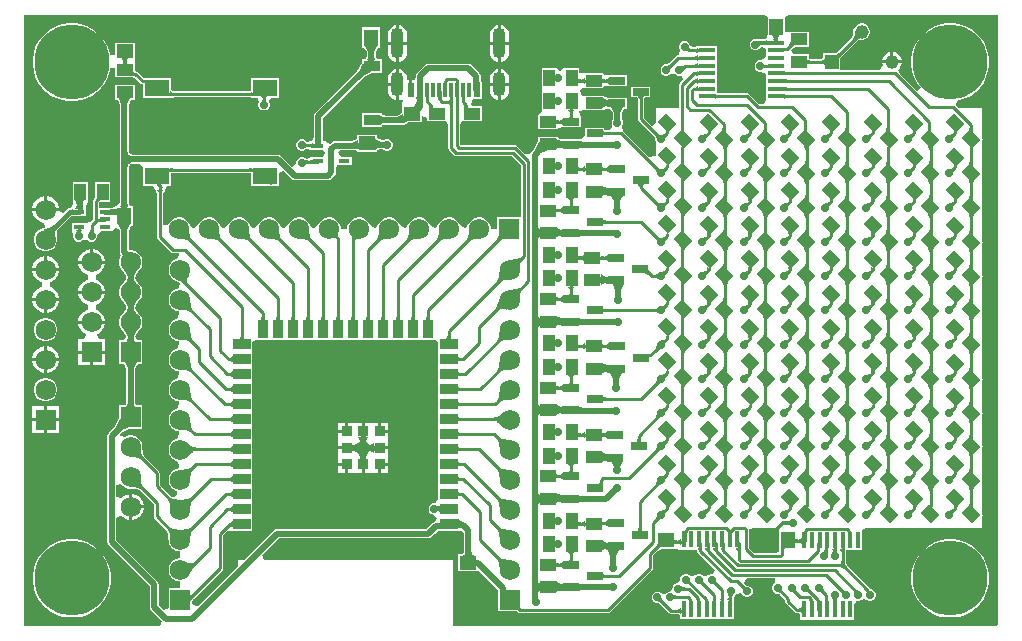
<source format=gtl>
G04*
G04 #@! TF.GenerationSoftware,Altium Limited,Altium Designer,25.1.2 (22)*
G04*
G04 Layer_Physical_Order=1*
G04 Layer_Color=255*
%FSLAX25Y25*%
%MOIN*%
G70*
G04*
G04 #@! TF.SameCoordinates,9731B79D-0BF3-49C4-8AD9-4CBC44B71680*
G04*
G04*
G04 #@! TF.FilePolarity,Positive*
G04*
G01*
G75*
%ADD12C,0.01181*%
%ADD13C,0.01575*%
%ADD15C,0.01000*%
%ADD16R,0.03543X0.03543*%
%ADD17R,0.05906X0.03543*%
%ADD18R,0.03543X0.05906*%
%ADD19R,0.05315X0.02559*%
%ADD20R,0.05709X0.01772*%
%ADD21R,0.04724X0.05709*%
%ADD22R,0.05512X0.03937*%
%ADD23R,0.03740X0.01772*%
%ADD24R,0.03937X0.05512*%
%ADD25R,0.05709X0.04724*%
%ADD26R,0.08268X0.05512*%
%ADD27R,0.05709X0.03740*%
%ADD28R,0.05709X0.12795*%
%ADD29R,0.01181X0.04724*%
%ADD30R,0.02362X0.04724*%
%ADD31R,0.01772X0.05709*%
G04:AMPARAMS|DCode=32|XSize=47.24mil|YSize=41.34mil|CornerRadius=0mil|HoleSize=0mil|Usage=FLASHONLY|Rotation=135.000|XOffset=0mil|YOffset=0mil|HoleType=Round|Shape=Rectangle|*
%AMROTATEDRECTD32*
4,1,4,0.03132,-0.00209,0.00209,-0.03132,-0.03132,0.00209,-0.00209,0.03132,0.03132,-0.00209,0.0*
%
%ADD32ROTATEDRECTD32*%

%ADD58C,0.01968*%
%ADD59C,0.04547*%
%ADD60R,0.04547X0.04547*%
%ADD61O,0.04331X0.08268*%
%ADD62O,0.04331X0.10236*%
%ADD63C,0.06791*%
%ADD64R,0.06791X0.06791*%
%ADD65R,0.06791X0.06791*%
%ADD66C,0.25000*%
%ADD67C,0.02756*%
G36*
X348909Y304142D02*
Y298516D01*
X348754Y297346D01*
X347955Y296895D01*
X346817Y296703D01*
X345937Y296707D01*
X345434Y296721D01*
X345413Y296723D01*
X345405Y296724D01*
X345403Y296724D01*
X345389Y296725D01*
X345361Y296716D01*
X345255Y296760D01*
X344508D01*
X343818Y296474D01*
X343290Y295946D01*
X343004Y295255D01*
Y294508D01*
X343290Y293818D01*
X343818Y293290D01*
X344508Y293004D01*
X345255D01*
X345946Y293290D01*
X346474Y293818D01*
X346988Y294129D01*
X348319Y293306D01*
Y290647D01*
X346830Y289673D01*
X346083D01*
X345393Y289387D01*
X344865Y288859D01*
X344579Y288169D01*
Y287422D01*
X344865Y286732D01*
X345393Y286203D01*
X346083Y285917D01*
X346830D01*
X348319Y284944D01*
Y281390D01*
Y278831D01*
Y276272D01*
X347603Y275188D01*
X346031Y275096D01*
X342748Y278378D01*
X342418Y278600D01*
X342028Y278677D01*
X332544D01*
X332495Y278699D01*
X332317Y278702D01*
X332175Y278711D01*
X332061Y278726D01*
X331996Y278739D01*
Y281390D01*
Y283949D01*
Y286508D01*
Y289067D01*
Y291626D01*
Y294398D01*
X326862D01*
X325870Y294398D01*
X325799Y294427D01*
X325287Y294398D01*
X324713Y294255D01*
X323138Y294468D01*
X322852Y295158D01*
X322324Y295687D01*
X321633Y295972D01*
X320886D01*
X320196Y295687D01*
X319668Y295158D01*
X319382Y294468D01*
Y293721D01*
X319668Y293031D01*
X319280Y291848D01*
X319025Y291446D01*
X318766Y291395D01*
X318435Y291174D01*
X315957Y288696D01*
X315909Y288678D01*
X315827Y288601D01*
X315759Y288546D01*
X315690Y288499D01*
X315621Y288460D01*
X315551Y288427D01*
X315480Y288401D01*
X315406Y288381D01*
X315328Y288366D01*
X315246Y288357D01*
X315138Y288355D01*
X315046Y288314D01*
X314766D01*
X314075Y288028D01*
X313547Y287499D01*
X313261Y286809D01*
Y286062D01*
X313547Y285372D01*
X314075Y284844D01*
X314766Y284558D01*
X315513D01*
X316203Y284844D01*
X316328Y284969D01*
X317277Y285232D01*
X318272Y284977D01*
X318385Y284865D01*
X319075Y284579D01*
X319822D01*
X319932Y284624D01*
X320824Y283289D01*
X319825Y282291D01*
X319604Y281960D01*
X319527Y281570D01*
Y273622D01*
X311811D01*
Y269180D01*
X311627Y268995D01*
X310499Y267916D01*
X310356Y267858D01*
X307713Y270501D01*
Y276695D01*
X308042Y277354D01*
X309850D01*
Y280913D01*
X303535D01*
Y277354D01*
X305344D01*
X305673Y276695D01*
Y270079D01*
X305751Y269689D01*
X305972Y269358D01*
X311126Y264204D01*
X311144Y264156D01*
X311220Y264074D01*
X311275Y264005D01*
X311322Y263937D01*
X311362Y263868D01*
X311394Y263798D01*
X311420Y263726D01*
X311441Y263652D01*
X311455Y263574D01*
X311464Y263492D01*
X311467Y263385D01*
X311508Y263293D01*
Y263012D01*
X311794Y262322D01*
X311811Y262305D01*
Y259470D01*
X311627Y257972D01*
Y257972D01*
X311409Y257614D01*
X309448Y257348D01*
X300729Y266067D01*
X300725Y266073D01*
X300431Y267524D01*
X300416Y267595D01*
X300420Y267789D01*
X300448Y267890D01*
X300707Y268514D01*
Y269261D01*
X300421Y269952D01*
X300342Y270030D01*
Y271966D01*
X301146Y273575D01*
X301976D01*
Y277134D01*
X296244D01*
X296173Y277163D01*
X295661Y277134D01*
X295055Y277358D01*
X294201Y277862D01*
X293675Y277884D01*
X293624Y277862D01*
X287705D01*
X287689Y277862D01*
X287054Y277878D01*
X286285Y279472D01*
X286367Y279706D01*
X287068Y280390D01*
X287705Y280405D01*
X294201D01*
Y280602D01*
X294743Y280960D01*
X295661Y281134D01*
X295661Y281134D01*
X301976D01*
Y284693D01*
X295661D01*
Y284693D01*
X294743Y284866D01*
X294201Y285225D01*
Y285343D01*
X287689D01*
Y285343D01*
X286130Y285381D01*
Y287114D01*
X281193D01*
Y287112D01*
X279776Y286233D01*
X278650Y286800D01*
Y287114D01*
X273713D01*
Y280815D01*
X273713Y280602D01*
X273713Y279240D01*
X273713Y279028D01*
Y273138D01*
X273713Y272728D01*
X272724Y271563D01*
X272335D01*
Y266626D01*
X278847D01*
Y266822D01*
X279388Y267181D01*
X280307Y267354D01*
X280307Y267354D01*
X286622D01*
Y270913D01*
X286622D01*
X285999Y272488D01*
X286130Y272728D01*
X287624Y272924D01*
X287689Y272925D01*
X287705Y272925D01*
X293583D01*
X293630Y272899D01*
X293677Y272901D01*
X293690Y272896D01*
X294201Y272925D01*
X295500Y273544D01*
X295661Y273575D01*
X296173Y273546D01*
X296244Y273575D01*
X296511D01*
X297315Y271966D01*
Y270030D01*
X297237Y269952D01*
X296951Y269261D01*
Y268514D01*
X297185Y267949D01*
X296956Y267301D01*
X296460Y266374D01*
X295046D01*
X294998Y266395D01*
X294822Y266400D01*
X294687Y266412D01*
X294582Y266429D01*
X294508Y266449D01*
X294496Y266454D01*
Y267134D01*
X288181D01*
Y264636D01*
X287896Y264081D01*
X286622Y263354D01*
X286110Y263384D01*
X286040Y263354D01*
X285047Y263354D01*
X280890D01*
X280819Y263384D01*
X280307Y263354D01*
X279700Y263579D01*
X278847Y264083D01*
X278321Y264104D01*
X278269Y264083D01*
X272335D01*
Y262604D01*
X270993Y259944D01*
X270190Y259141D01*
X270004Y258862D01*
X268936Y258483D01*
X268212Y258427D01*
X265532Y261107D01*
X265201Y261328D01*
X264811Y261405D01*
X246539D01*
Y268055D01*
X247138Y269382D01*
X253650D01*
Y274319D01*
X250536D01*
X249989Y275249D01*
X250872Y276764D01*
X253701D01*
Y280913D01*
X253701Y281821D01*
X253711Y281834D01*
X253710Y281927D01*
X253730Y281976D01*
X253701Y282488D01*
X253540D01*
X253348Y283922D01*
X253348Y283950D01*
X253343Y283962D01*
X253336Y284014D01*
Y284398D01*
X253221Y284977D01*
X252893Y285468D01*
X252893Y285468D01*
X250283Y288078D01*
X249792Y288406D01*
X249213Y288521D01*
X249213Y288521D01*
X235827D01*
X235248Y288406D01*
X234757Y288078D01*
X234757Y288078D01*
X232147Y285468D01*
X231818Y284977D01*
X231703Y284398D01*
X231331Y282988D01*
X230520D01*
Y279626D01*
X229520D01*
Y282988D01*
X228712D01*
Y283594D01*
X228604Y284421D01*
X228285Y285191D01*
X227777Y285852D01*
X227116Y286359D01*
X226346Y286678D01*
X226020Y286721D01*
Y281626D01*
Y276531D01*
X226264Y276563D01*
X226374Y276560D01*
X227388Y276287D01*
X227180Y274713D01*
X226961D01*
Y272037D01*
X225353Y271238D01*
X221780D01*
X221753Y271250D01*
X221393Y271258D01*
X221092Y271282D01*
X220839Y271319D01*
X220636Y271368D01*
X220486Y271422D01*
X220390Y271474D01*
X220343Y271513D01*
X220326Y271535D01*
X220320Y271551D01*
X220309Y271646D01*
X220309Y271646D01*
X220284Y271692D01*
Y272094D01*
X219772Y272124D01*
X219757Y272118D01*
X219708Y272120D01*
X219662Y272094D01*
X213575D01*
Y267354D01*
X218709D01*
X219662Y267354D01*
X219708Y267329D01*
X219757Y267331D01*
X219772Y267325D01*
X220284Y267354D01*
Y267757D01*
X220309Y267803D01*
X220309Y267803D01*
X220320Y267898D01*
X220326Y267914D01*
X220343Y267935D01*
X220390Y267975D01*
X220486Y268027D01*
X220636Y268081D01*
X220839Y268130D01*
X221092Y268167D01*
X221393Y268191D01*
X221753Y268199D01*
X221780Y268211D01*
X225475D01*
X225504Y268199D01*
X225533Y268211D01*
X227697D01*
X227697Y268211D01*
X228276Y268326D01*
X228767Y268654D01*
X229101Y268988D01*
X233669D01*
Y271035D01*
X233752Y271106D01*
X235327Y270383D01*
Y269382D01*
X241839D01*
X242500Y268081D01*
Y260264D01*
X242578Y259874D01*
X242799Y259544D01*
X244252Y258090D01*
X244583Y257869D01*
X244973Y257791D01*
X263601D01*
X266697Y254696D01*
Y238916D01*
X266652Y237360D01*
X265122Y237360D01*
X258860D01*
Y233465D01*
X256652D01*
Y233977D01*
X256386Y234968D01*
X255873Y235857D01*
X255148Y236582D01*
X254260Y237095D01*
X253269Y237360D01*
X252243D01*
X251252Y237095D01*
X250364Y236582D01*
X249639Y235857D01*
X249126Y234968D01*
X248860Y233978D01*
X248226Y233767D01*
X247938Y233806D01*
X246469Y234658D01*
X246386Y234968D01*
X245873Y235857D01*
X245148Y236582D01*
X244260Y237095D01*
X243269Y237360D01*
X242243D01*
X241252Y237095D01*
X240364Y236582D01*
X239639Y235857D01*
X239126Y234968D01*
X238860Y233978D01*
X238226Y233767D01*
X237938Y233806D01*
X236469Y234658D01*
X236386Y234968D01*
X235873Y235857D01*
X235148Y236582D01*
X234260Y237095D01*
X233269Y237360D01*
X232243D01*
X231252Y237095D01*
X230364Y236582D01*
X229639Y235857D01*
X229126Y234968D01*
X228860Y233978D01*
X228226Y233767D01*
X227938Y233806D01*
X226469Y234658D01*
X226386Y234968D01*
X225873Y235857D01*
X225148Y236582D01*
X224260Y237095D01*
X223269Y237360D01*
X222243D01*
X221252Y237095D01*
X220364Y236582D01*
X219639Y235857D01*
X219126Y234968D01*
X218860Y233978D01*
X218226Y233767D01*
X217938Y233806D01*
X216469Y234658D01*
X216386Y234968D01*
X215873Y235857D01*
X215148Y236582D01*
X214260Y237095D01*
X213269Y237360D01*
X212243D01*
X211252Y237095D01*
X210364Y236582D01*
X209639Y235857D01*
X209126Y234968D01*
X208860Y233977D01*
Y233465D01*
X206652D01*
Y233977D01*
X206386Y234968D01*
X205873Y235857D01*
X205148Y236582D01*
X204260Y237095D01*
X203269Y237360D01*
X202243D01*
X201252Y237095D01*
X200364Y236582D01*
X199639Y235857D01*
X199126Y234968D01*
X199043Y234658D01*
X197573Y233806D01*
X197285Y233767D01*
X196652Y233978D01*
X196386Y234968D01*
X195873Y235857D01*
X195148Y236582D01*
X194260Y237095D01*
X193269Y237360D01*
X192243D01*
X191252Y237095D01*
X190364Y236582D01*
X189639Y235857D01*
X189126Y234968D01*
X189043Y234658D01*
X187573Y233806D01*
X187285Y233767D01*
X186652Y233978D01*
X186386Y234968D01*
X185873Y235857D01*
X185148Y236582D01*
X184260Y237095D01*
X183269Y237360D01*
X182243D01*
X181252Y237095D01*
X180364Y236582D01*
X179639Y235857D01*
X179126Y234968D01*
X179043Y234658D01*
X177573Y233806D01*
X177285Y233767D01*
X176652Y233978D01*
X176386Y234968D01*
X175873Y235857D01*
X175148Y236582D01*
X174260Y237095D01*
X173269Y237360D01*
X172243D01*
X171252Y237095D01*
X170364Y236582D01*
X169639Y235857D01*
X169126Y234968D01*
X169043Y234658D01*
X167573Y233806D01*
X167285Y233767D01*
X166652Y233978D01*
X166386Y234968D01*
X165873Y235857D01*
X165148Y236582D01*
X164260Y237095D01*
X163269Y237360D01*
X162243D01*
X161252Y237095D01*
X160364Y236582D01*
X159639Y235857D01*
X159126Y234968D01*
X159043Y234658D01*
X157573Y233806D01*
X157285Y233767D01*
X156652Y233978D01*
X156386Y234968D01*
X155873Y235857D01*
X155148Y236582D01*
X154260Y237095D01*
X153269Y237360D01*
X152243D01*
X151252Y237095D01*
X150364Y236582D01*
X149639Y235857D01*
X149126Y234968D01*
X149051Y234690D01*
X147476Y234897D01*
Y245101D01*
X147941Y246030D01*
X147941Y246030D01*
X147950Y246156D01*
X147998Y246272D01*
X148348Y247058D01*
X148535Y247362D01*
X148562Y247396D01*
X148865Y247662D01*
X149201Y247728D01*
X150106D01*
Y252050D01*
X150120Y252055D01*
X150194Y252075D01*
X150299Y252092D01*
X150433Y252104D01*
X150608Y252109D01*
X150657Y252130D01*
X176115D01*
X176163Y252109D01*
X176338Y252104D01*
X176473Y252092D01*
X176578Y252075D01*
X176651Y252055D01*
X176665Y252050D01*
Y247728D01*
X185933D01*
Y252219D01*
X187508Y252872D01*
X190269Y250111D01*
X190269Y250111D01*
X190760Y249783D01*
X191339Y249668D01*
X191339Y249668D01*
X202390D01*
X202390Y249668D01*
X202969Y249783D01*
X203460Y250111D01*
X204613Y251264D01*
X204613Y251264D01*
X204941Y251755D01*
X205057Y252334D01*
Y253327D01*
X205504Y254716D01*
X206631Y254716D01*
X210244D01*
Y257488D01*
X206738Y257488D01*
X205862Y259063D01*
X206261Y259707D01*
X210500D01*
X210526Y259695D01*
X211217Y259673D01*
X211479Y259647D01*
X211698Y259612D01*
X211865Y259572D01*
X211975Y259533D01*
X212000Y259519D01*
Y259146D01*
X212510Y259116D01*
X212537Y259127D01*
X212607Y259125D01*
X212640Y259146D01*
X218090D01*
X218137Y259120D01*
X218185Y259122D01*
X218198Y259116D01*
X218709Y259146D01*
Y259551D01*
X218735Y259597D01*
X218735Y259597D01*
X218747Y259706D01*
X218758Y259735D01*
X218778Y259765D01*
X218828Y259808D01*
X218922Y259862D01*
X219070Y259919D01*
X219270Y259970D01*
X219521Y260009D01*
X219820Y260034D01*
X220179Y260043D01*
X220205Y260055D01*
X220754D01*
X220984Y259825D01*
X221674Y259539D01*
X222421D01*
X223111Y259825D01*
X223639Y260353D01*
X223925Y261044D01*
Y261791D01*
X223639Y262481D01*
X223111Y263009D01*
X222421Y263295D01*
X221674D01*
X221157Y263081D01*
X220317D01*
X218709Y263880D01*
Y264870D01*
X212000D01*
Y263533D01*
X210392Y262734D01*
X204696D01*
X204117Y262619D01*
X203626Y262291D01*
X203626Y262291D01*
X203157Y261822D01*
X201583Y262474D01*
Y262606D01*
X200726D01*
Y270397D01*
X214373Y284044D01*
X217034Y285386D01*
X220284D01*
Y290126D01*
X218904D01*
X218856Y290152D01*
X218732Y290165D01*
X218689Y290180D01*
X218651Y290206D01*
X218603Y290258D01*
X218546Y290351D01*
X218486Y290496D01*
X218433Y290694D01*
X218392Y290942D01*
X218365Y291240D01*
X218356Y291597D01*
X218344Y291623D01*
Y292282D01*
X219143Y293890D01*
X219595D01*
Y300598D01*
X213870D01*
Y293890D01*
X214518D01*
X215317Y292282D01*
Y291623D01*
X215305Y291597D01*
X215296Y291240D01*
X215270Y290942D01*
X215228Y290694D01*
X215175Y290496D01*
X215116Y290351D01*
X215059Y290258D01*
X215011Y290206D01*
X214973Y290180D01*
X214929Y290165D01*
X214806Y290152D01*
X214757Y290126D01*
X213575D01*
Y288845D01*
X212233Y286185D01*
X198143Y272094D01*
X197815Y271603D01*
X197699Y271024D01*
X197699Y271024D01*
Y264090D01*
X197664Y263942D01*
X197215Y262628D01*
X196843Y262606D01*
X195268Y262556D01*
X195219Y262600D01*
X195149Y262676D01*
X195054Y262720D01*
X194765Y263009D01*
X194074Y263295D01*
X193327D01*
X192637Y263009D01*
X192109Y262481D01*
X191823Y261791D01*
Y261044D01*
X192109Y260353D01*
X192637Y259825D01*
X193327Y259539D01*
X194074D01*
X194765Y259825D01*
X194884Y259945D01*
X194958Y259967D01*
X195043Y260038D01*
X195115Y260089D01*
X195188Y260134D01*
X195262Y260172D01*
X195338Y260203D01*
X195359Y260210D01*
X196843Y259835D01*
X197354Y259805D01*
X197425Y259835D01*
X200848Y259835D01*
X201521Y258661D01*
X200848Y257488D01*
X196843D01*
X196843Y257488D01*
X195729Y256983D01*
X195364Y256873D01*
X195273Y256891D01*
X195183Y256915D01*
X195095Y256944D01*
X195008Y256979D01*
X194922Y257019D01*
X194836Y257066D01*
X194739Y257126D01*
X194695Y257133D01*
X194074Y257390D01*
X193327D01*
X192637Y257104D01*
X192109Y256576D01*
X191823Y255885D01*
Y255138D01*
X191875Y255012D01*
X190540Y254120D01*
X186897Y257763D01*
X186406Y258091D01*
X185827Y258206D01*
X185827Y258206D01*
X137552D01*
X137528Y258218D01*
X137188Y258236D01*
X136925Y258282D01*
X136712Y258353D01*
X136543Y258444D01*
X136408Y258554D01*
X136298Y258688D01*
X136207Y258857D01*
X136136Y259070D01*
X136090Y259333D01*
X136072Y259674D01*
X136061Y259698D01*
Y259744D01*
X136062Y259752D01*
X136061Y259754D01*
Y274861D01*
X136860Y276468D01*
X137902D01*
Y281405D01*
X131390D01*
Y276468D01*
X132235D01*
X133034Y274861D01*
Y256802D01*
X133032Y256799D01*
X133034Y256791D01*
Y256595D01*
X133032Y256587D01*
X133034Y256584D01*
Y242647D01*
X133022Y242620D01*
X133018Y242477D01*
X132505Y241694D01*
X132097Y241179D01*
X131587Y241150D01*
X130323Y240559D01*
X129822Y240588D01*
X129821Y240588D01*
X129811Y240588D01*
X129740Y240559D01*
X126102D01*
Y242405D01*
X126110Y242413D01*
X129831D01*
Y248925D01*
X124894D01*
Y244080D01*
X124362Y243548D01*
X124141Y243218D01*
X124063Y242828D01*
Y236607D01*
X122955Y235600D01*
X121661Y235441D01*
X121201Y235441D01*
X116921D01*
Y232669D01*
X116921D01*
X117413Y231298D01*
Y230729D01*
X117699Y230039D01*
X118228Y229510D01*
X118918Y229224D01*
X119665D01*
X120355Y229510D01*
X120489Y229644D01*
X121457Y229892D01*
X122424Y229644D01*
X122558Y229510D01*
X123249Y229224D01*
X123996D01*
X124686Y229510D01*
X125214Y230039D01*
X125500Y230729D01*
Y231129D01*
X125520Y231495D01*
X126710Y232669D01*
X130323D01*
Y232669D01*
X131898Y233616D01*
X132642Y233423D01*
X132936Y232833D01*
Y225833D01*
X132936Y225833D01*
X133051Y225254D01*
X133379Y224763D01*
X133457Y224685D01*
X132984Y223866D01*
X132719Y222875D01*
Y221849D01*
X132984Y220859D01*
X133497Y219970D01*
X133810Y219657D01*
X133848Y219562D01*
X134101Y219299D01*
X134316Y219048D01*
X134502Y218798D01*
X134662Y218549D01*
X134795Y218302D01*
X134902Y218057D01*
X134984Y217812D01*
X135042Y217568D01*
X135071Y217362D01*
X135042Y217157D01*
X134984Y216912D01*
X134902Y216668D01*
X134795Y216422D01*
X134662Y216175D01*
X134502Y215927D01*
X134316Y215677D01*
X134101Y215426D01*
X133848Y215163D01*
X133810Y215068D01*
X133497Y214754D01*
X132984Y213866D01*
X132719Y212875D01*
Y211849D01*
X132984Y210858D01*
X133497Y209970D01*
X133810Y209657D01*
X133848Y209561D01*
X134101Y209299D01*
X134316Y209048D01*
X134502Y208798D01*
X134662Y208549D01*
X134795Y208302D01*
X134902Y208057D01*
X134984Y207812D01*
X135042Y207568D01*
X135071Y207362D01*
X135042Y207157D01*
X134984Y206912D01*
X134902Y206668D01*
X134795Y206422D01*
X134662Y206175D01*
X134502Y205926D01*
X134316Y205677D01*
X134101Y205426D01*
X133848Y205163D01*
X133810Y205067D01*
X133497Y204754D01*
X132984Y203866D01*
X132719Y202875D01*
Y201849D01*
X132984Y200858D01*
X133497Y199970D01*
X133810Y199657D01*
X133848Y199562D01*
X134101Y199299D01*
X134316Y199048D01*
X134502Y198798D01*
X134662Y198549D01*
X134795Y198302D01*
X134902Y198057D01*
X134984Y197812D01*
X135007Y197715D01*
X134949Y197516D01*
X134776Y197228D01*
X134018Y196258D01*
X132719D01*
Y188467D01*
X134297D01*
X135101Y186858D01*
Y176181D01*
X135089Y176154D01*
X135080Y175794D01*
X135053Y175495D01*
X135012Y175244D01*
X134958Y175045D01*
X134899Y174898D01*
X134841Y174803D01*
X134793Y174751D01*
X134755Y174726D01*
X134712Y174710D01*
X134589Y174697D01*
X134563Y174683D01*
X132719D01*
Y170374D01*
X131377Y167690D01*
X129245Y165558D01*
X128917Y165067D01*
X128802Y164488D01*
X128802Y164488D01*
Y129134D01*
X128802Y129134D01*
X128917Y128555D01*
X129245Y128064D01*
X142975Y114334D01*
Y107480D01*
X142975Y107480D01*
X143090Y106901D01*
X143418Y106410D01*
X147072Y102756D01*
X146792Y101653D01*
X146469Y101181D01*
X101181D01*
Y304724D01*
X347576D01*
X348909Y304142D01*
D02*
G37*
G36*
X352342Y296922D02*
X352358Y296862D01*
X352411Y296731D01*
X352476Y296624D01*
X352553Y296540D01*
X352642Y296480D01*
X352742Y296445D01*
X352854Y296433D01*
X350492D01*
X350604Y296445D01*
X350705Y296480D01*
X350793Y296540D01*
X350870Y296624D01*
X350935Y296731D01*
X350988Y296862D01*
X351004Y296922D01*
X350492Y297957D01*
X352854D01*
X352342Y296922D01*
D02*
G37*
G36*
X380292Y296939D02*
X379996Y296936D01*
X379456Y296890D01*
X379214Y296848D01*
X378989Y296794D01*
X378782Y296726D01*
X378593Y296645D01*
X378423Y296552D01*
X378270Y296445D01*
X378136Y296326D01*
X377429Y297033D01*
X377548Y297168D01*
X377654Y297321D01*
X377748Y297491D01*
X377828Y297680D01*
X377896Y297886D01*
X377951Y298111D01*
X377993Y298354D01*
X378022Y298615D01*
X378038Y298893D01*
X378041Y299190D01*
X380292Y296939D01*
D02*
G37*
G36*
X348831Y294697D02*
X347650Y294980D01*
Y296161D01*
X348831Y296445D01*
Y294697D01*
D02*
G37*
G36*
X345343Y296186D02*
X345404Y296181D01*
X345928Y296166D01*
X346902Y296161D01*
X347083Y294980D01*
X346939Y294976D01*
X346808Y294963D01*
X346689Y294940D01*
X346583Y294910D01*
X346490Y294870D01*
X346410Y294821D01*
X346342Y294764D01*
X346287Y294698D01*
X346246Y294622D01*
X346216Y294539D01*
X345311Y296191D01*
X345343Y296186D01*
D02*
G37*
G36*
X358119Y294697D02*
X356705Y293990D01*
X355998Y294697D01*
X356705Y296111D01*
X358119Y294697D01*
D02*
G37*
G36*
X322638Y293972D02*
X322654Y293941D01*
X322680Y293902D01*
X322717Y293852D01*
X322825Y293727D01*
X323171Y293365D01*
X322464Y292658D01*
X322397Y292724D01*
X322276Y292829D01*
X322223Y292869D01*
X322174Y292900D01*
X322130Y292923D01*
X322090Y292938D01*
X322055Y292944D01*
X322024Y292942D01*
X321998Y292931D01*
X322634Y293994D01*
X322638Y293972D01*
D02*
G37*
G36*
X354523Y293864D02*
X354546Y293844D01*
X354584Y293826D01*
X354637Y293811D01*
X354706Y293798D01*
X354790Y293788D01*
X355003Y293774D01*
X355277Y293769D01*
Y292769D01*
X355131Y292767D01*
X354884Y292746D01*
X354783Y292727D01*
X354698Y292704D01*
X354628Y292675D01*
X354574Y292641D01*
X354535Y292602D01*
X354512Y292557D01*
X354504Y292508D01*
X354516Y293886D01*
X354523Y293864D01*
D02*
G37*
G36*
X217815Y292433D02*
X215846D01*
X214862Y294414D01*
X218799D01*
X217815Y292433D01*
D02*
G37*
G36*
X325799Y292138D02*
X324799Y292512D01*
Y293512D01*
X325799Y293886D01*
Y292138D01*
D02*
G37*
G36*
X373284Y291474D02*
X373084Y291268D01*
X372771Y290899D01*
X372657Y290736D01*
X372571Y290587D01*
X372513Y290453D01*
X372483Y290333D01*
X372482Y290228D01*
X372509Y290137D01*
X372565Y290060D01*
X371162Y291462D01*
X371239Y291407D01*
X371330Y291380D01*
X371436Y291381D01*
X371555Y291410D01*
X371690Y291468D01*
X371838Y291554D01*
X372001Y291669D01*
X372179Y291811D01*
X372577Y292181D01*
X373284Y291474D01*
D02*
G37*
G36*
X217825Y291209D02*
X217854Y290874D01*
X217903Y290579D01*
X217972Y290323D01*
X218061Y290106D01*
X218169Y289929D01*
X218297Y289791D01*
X218445Y289693D01*
X218612Y289634D01*
X218799Y289614D01*
X214862D01*
X215049Y289634D01*
X215216Y289693D01*
X215364Y289791D01*
X215492Y289929D01*
X215600Y290106D01*
X215689Y290323D01*
X215758Y290579D01*
X215807Y290874D01*
X215837Y291209D01*
X215846Y291582D01*
X217815D01*
X217825Y291209D01*
D02*
G37*
G36*
X325799Y289579D02*
X324799Y289953D01*
Y290953D01*
X325799Y291327D01*
Y289579D01*
D02*
G37*
G36*
X368065Y288173D02*
X367053Y288673D01*
Y289673D01*
X368065Y290173D01*
Y288173D01*
D02*
G37*
G36*
X362191Y290078D02*
X362221Y289993D01*
X362272Y289918D01*
X362343Y289853D01*
X362434Y289798D01*
X362545Y289753D01*
X362677Y289718D01*
X362828Y289693D01*
X363000Y289678D01*
X363193Y289673D01*
Y288673D01*
X363000Y288668D01*
X362828Y288653D01*
X362677Y288628D01*
X362545Y288593D01*
X362434Y288548D01*
X362343Y288493D01*
X362272Y288428D01*
X362221Y288353D01*
X362191Y288268D01*
X362181Y288173D01*
Y290173D01*
X362191Y290078D01*
D02*
G37*
G36*
X321399Y287225D02*
X321310Y287132D01*
X321228Y287035D01*
X321151Y286934D01*
X321081Y286830D01*
X321017Y286723D01*
X320959Y286612D01*
X320907Y286498D01*
X320861Y286380D01*
X320822Y286259D01*
X320788Y286134D01*
X319798Y287790D01*
X319916Y287765D01*
X320032Y287753D01*
X320146Y287755D01*
X320258Y287769D01*
X320367Y287796D01*
X320475Y287836D01*
X320581Y287889D01*
X320684Y287954D01*
X320785Y288033D01*
X320885Y288125D01*
X321399Y287225D01*
D02*
G37*
G36*
X325799Y287020D02*
X324799Y287394D01*
Y288394D01*
X325799Y288768D01*
Y287020D01*
D02*
G37*
G36*
X316985Y287575D02*
X316895Y287478D01*
X316815Y287378D01*
X316744Y287274D01*
X316682Y287167D01*
X316631Y287056D01*
X316589Y286942D01*
X316556Y286824D01*
X316534Y286703D01*
X316521Y286578D01*
X316517Y286450D01*
X315153Y287814D01*
X315281Y287817D01*
X315406Y287830D01*
X315527Y287853D01*
X315645Y287885D01*
X315759Y287927D01*
X315870Y287979D01*
X315977Y288040D01*
X316081Y288111D01*
X316181Y288192D01*
X316278Y288282D01*
X316985Y287575D01*
D02*
G37*
G36*
X216871Y285910D02*
X214087Y284506D01*
X212695Y285898D01*
X214099Y288682D01*
X216871Y285910D01*
D02*
G37*
G36*
X354526Y286137D02*
X354556Y286074D01*
X354606Y286018D01*
X354676Y285969D01*
X354766Y285928D01*
X354876Y285894D01*
X355006Y285868D01*
X355156Y285850D01*
X355326Y285838D01*
X355516Y285835D01*
Y284835D01*
X355326Y284831D01*
X355006Y284801D01*
X354876Y284775D01*
X354766Y284741D01*
X354676Y284700D01*
X354606Y284651D01*
X354556Y284595D01*
X354526Y284532D01*
X354516Y284461D01*
Y286209D01*
X354526Y286137D01*
D02*
G37*
G36*
X325799Y284461D02*
X324799Y284835D01*
Y285835D01*
X325799Y286209D01*
Y284461D01*
D02*
G37*
G36*
X278142Y284815D02*
X278150Y284823D01*
Y284754D01*
X278177Y284676D01*
X278227Y284601D01*
X278297Y284537D01*
X278387Y284482D01*
X278496Y284438D01*
X278626Y284403D01*
X278775Y284378D01*
X278945Y284363D01*
X279134Y284358D01*
Y283358D01*
X278945Y283353D01*
X278775Y283338D01*
X278626Y283314D01*
X278496Y283279D01*
X278387Y283234D01*
X278297Y283180D01*
X278227Y283115D01*
X278177Y283041D01*
X278150Y282963D01*
Y282894D01*
X278142Y282901D01*
X278138Y282862D01*
Y282905D01*
X278057Y282982D01*
X277959Y283061D01*
X277857Y283131D01*
X277751Y283191D01*
X277640Y283242D01*
X277526Y283284D01*
X277406Y283316D01*
X277283Y283340D01*
X277155Y283354D01*
X277023Y283358D01*
Y284358D01*
X277155Y284363D01*
X277283Y284377D01*
X277406Y284400D01*
X277526Y284433D01*
X277640Y284474D01*
X277751Y284525D01*
X277857Y284586D01*
X277959Y284656D01*
X278057Y284735D01*
X278138Y284811D01*
Y284855D01*
X278142Y284815D01*
D02*
G37*
G36*
X252811Y283571D02*
X252868Y282685D01*
X252903Y282468D01*
X252944Y282291D01*
X252994Y282153D01*
X253051Y282055D01*
X253116Y281996D01*
X253189Y281976D01*
X250851D01*
X250839Y283945D01*
X252807D01*
X252811Y283571D01*
D02*
G37*
G36*
X246021Y282707D02*
X246058Y282057D01*
X246070Y282012D01*
X246083Y281985D01*
X246098Y281976D01*
X244941D01*
X244956Y281985D01*
X244969Y282012D01*
X244981Y282057D01*
X244991Y282121D01*
X245000Y282202D01*
X245017Y282554D01*
X245020Y282879D01*
X246020D01*
X246021Y282707D01*
D02*
G37*
G36*
X242021D02*
X242058Y282057D01*
X242070Y282012D01*
X242083Y281985D01*
X242098Y281976D01*
X240941D01*
X240956Y281985D01*
X240969Y282012D01*
X240981Y282057D01*
X240991Y282121D01*
X241000Y282202D01*
X241017Y282554D01*
X241020Y282879D01*
X242020D01*
X242021Y282707D01*
D02*
G37*
G36*
X234189Y281976D02*
X231851D01*
X231923Y281996D01*
X231988Y282055D01*
X232045Y282153D01*
X232095Y282291D01*
X232137Y282468D01*
X232171Y282685D01*
X232198Y282941D01*
X232228Y283571D01*
X232232Y283945D01*
X234201D01*
X234189Y281976D01*
D02*
G37*
G36*
X296185Y281913D02*
X295173Y282413D01*
Y283413D01*
X296185Y283913D01*
Y281913D01*
D02*
G37*
G36*
X293687Y283818D02*
X293717Y283733D01*
X293768Y283658D01*
X293839Y283593D01*
X293930Y283538D01*
X294041Y283493D01*
X294173Y283458D01*
X294324Y283433D01*
X294496Y283418D01*
X294689Y283413D01*
Y282413D01*
X294496Y282408D01*
X294324Y282393D01*
X294173Y282368D01*
X294041Y282333D01*
X293930Y282288D01*
X293839Y282233D01*
X293768Y282168D01*
X293717Y282093D01*
X293687Y282008D01*
X293677Y281913D01*
Y283913D01*
X293687Y283818D01*
D02*
G37*
G36*
X354526Y283578D02*
X354556Y283515D01*
X354606Y283459D01*
X354676Y283410D01*
X354766Y283369D01*
X354876Y283335D01*
X355006Y283309D01*
X355156Y283291D01*
X355326Y283279D01*
X355516Y283276D01*
Y282276D01*
X355326Y282272D01*
X355006Y282242D01*
X354876Y282216D01*
X354766Y282182D01*
X354676Y282141D01*
X354606Y282092D01*
X354556Y282036D01*
X354526Y281973D01*
X354516Y281902D01*
Y283649D01*
X354526Y283578D01*
D02*
G37*
G36*
X325799Y281902D02*
X324799Y282276D01*
Y283276D01*
X325799Y283649D01*
Y281902D01*
D02*
G37*
G36*
X288213Y281874D02*
X287201Y282374D01*
Y283374D01*
X288213Y283874D01*
Y281874D01*
D02*
G37*
G36*
X285628Y283779D02*
X285658Y283694D01*
X285708Y283619D01*
X285778Y283554D01*
X285868Y283499D01*
X285978Y283454D01*
X286108Y283419D01*
X286258Y283394D01*
X286428Y283379D01*
X286618Y283374D01*
Y282374D01*
X286428Y282369D01*
X286258Y282354D01*
X286108Y282329D01*
X285978Y282294D01*
X285868Y282249D01*
X285778Y282194D01*
X285708Y282129D01*
X285658Y282054D01*
X285628Y281969D01*
X285618Y281874D01*
Y283874D01*
X285628Y283779D01*
D02*
G37*
G36*
X354526Y281019D02*
X354556Y280956D01*
X354606Y280900D01*
X354676Y280851D01*
X354766Y280810D01*
X354876Y280776D01*
X355006Y280750D01*
X355156Y280732D01*
X355326Y280720D01*
X355516Y280716D01*
Y279716D01*
X355326Y279713D01*
X355006Y279683D01*
X354876Y279657D01*
X354766Y279623D01*
X354676Y279582D01*
X354606Y279533D01*
X354556Y279477D01*
X354526Y279414D01*
X354516Y279343D01*
Y281090D01*
X354526Y281019D01*
D02*
G37*
G36*
X325799Y279343D02*
X325789Y279373D01*
X325759Y279400D01*
X325709Y279424D01*
X325639Y279444D01*
X325549Y279462D01*
X325439Y279476D01*
X325159Y279495D01*
X324799Y279502D01*
Y280502D01*
X325811Y281001D01*
X325799Y279343D01*
D02*
G37*
G36*
X307193Y276866D02*
X306193D01*
X305693Y277866D01*
X307693D01*
X307193Y276866D01*
D02*
G37*
G36*
X354526Y278460D02*
X354556Y278397D01*
X354606Y278341D01*
X354676Y278292D01*
X354766Y278251D01*
X354876Y278217D01*
X355006Y278191D01*
X355156Y278172D01*
X355326Y278161D01*
X355516Y278157D01*
Y277157D01*
X355326Y277154D01*
X355006Y277124D01*
X354876Y277098D01*
X354766Y277064D01*
X354676Y277023D01*
X354606Y276974D01*
X354556Y276918D01*
X354526Y276855D01*
X354516Y276784D01*
Y278531D01*
X354526Y278460D01*
D02*
G37*
G36*
X331494D02*
X331524Y278397D01*
X331574Y278341D01*
X331644Y278292D01*
X331734Y278251D01*
X331844Y278217D01*
X331974Y278191D01*
X332124Y278172D01*
X332294Y278161D01*
X332484Y278157D01*
Y277157D01*
X332294Y277154D01*
X331974Y277124D01*
X331844Y277098D01*
X331734Y277064D01*
X331644Y277023D01*
X331574Y276974D01*
X331524Y276918D01*
X331494Y276855D01*
X331484Y276784D01*
Y278531D01*
X331494Y278460D01*
D02*
G37*
G36*
X240110Y276532D02*
X239110D01*
X238941Y277276D01*
X240098D01*
X240110Y276532D01*
D02*
G37*
G36*
X248020Y276276D02*
X247020D01*
X246941Y277276D01*
X248098D01*
X248020Y276276D01*
D02*
G37*
G36*
X246020D02*
X245020D01*
X244941Y277276D01*
X246098D01*
X246020Y276276D01*
D02*
G37*
G36*
X236020D02*
X235020D01*
X234941Y277276D01*
X236098D01*
X236020Y276276D01*
D02*
G37*
G36*
X278142Y276941D02*
X278150Y276949D01*
Y276880D01*
X278177Y276802D01*
X278227Y276727D01*
X278297Y276663D01*
X278387Y276608D01*
X278496Y276564D01*
X278626Y276529D01*
X278775Y276504D01*
X278945Y276489D01*
X279134Y276484D01*
Y275484D01*
X278945Y275479D01*
X278775Y275464D01*
X278626Y275440D01*
X278496Y275405D01*
X278387Y275360D01*
X278297Y275306D01*
X278227Y275241D01*
X278177Y275167D01*
X278150Y275089D01*
Y275020D01*
X278142Y275027D01*
X278138Y274988D01*
Y275031D01*
X278057Y275108D01*
X277959Y275187D01*
X277857Y275257D01*
X277751Y275317D01*
X277640Y275368D01*
X277526Y275410D01*
X277406Y275442D01*
X277283Y275466D01*
X277155Y275480D01*
X277023Y275484D01*
Y276484D01*
X277155Y276489D01*
X277283Y276503D01*
X277406Y276526D01*
X277526Y276559D01*
X277640Y276600D01*
X277751Y276652D01*
X277857Y276712D01*
X277959Y276782D01*
X278057Y276860D01*
X278138Y276937D01*
Y276980D01*
X278142Y276941D01*
D02*
G37*
G36*
X135531Y275012D02*
X133563D01*
X132579Y276993D01*
X136516D01*
X135531Y275012D01*
D02*
G37*
G36*
X234004Y275307D02*
X233633D01*
X233157Y274201D01*
X231051Y274189D01*
X231967Y276032D01*
X231851Y277276D01*
X234189D01*
X234004Y275307D01*
D02*
G37*
G36*
X244020Y276276D02*
X243563D01*
X244020Y275590D01*
X243020Y274091D01*
X243010Y274281D01*
X242980Y274451D01*
X242930Y274601D01*
X242860Y274730D01*
X242770Y274840D01*
X242660Y274931D01*
X242530Y275001D01*
X242380Y275051D01*
X242210Y275080D01*
X242020Y275091D01*
Y276091D01*
X242210Y276101D01*
X242380Y276131D01*
X242530Y276181D01*
X242660Y276251D01*
X242770Y276341D01*
X242860Y276451D01*
X242930Y276581D01*
X242980Y276730D01*
X242983Y276747D01*
X242941Y277276D01*
X244098D01*
X244020Y276276D01*
D02*
G37*
G36*
X295349Y276512D02*
X296173Y276622D01*
Y274087D01*
X294706Y274313D01*
X294653Y274304D01*
X294397Y274237D01*
X294181Y274152D01*
X294004Y274047D01*
X293866Y273923D01*
X293767Y273780D01*
X293708Y273618D01*
X293689Y273437D01*
X293677Y277343D01*
X295349Y276512D01*
D02*
G37*
G36*
X248930Y274614D02*
X248945Y274445D01*
X248970Y274295D01*
X249005Y274166D01*
X249049Y274056D01*
X249104Y273966D01*
X249168Y273897D01*
X249243Y273847D01*
X249327Y273817D01*
X249422Y273807D01*
X247650D01*
X247702Y273817D01*
X247749Y273847D01*
X247790Y273897D01*
X247826Y273966D01*
X247856Y274056D01*
X247881Y274166D01*
X247900Y274295D01*
X247914Y274445D01*
X247925Y274803D01*
X248925D01*
X248930Y274614D01*
D02*
G37*
G36*
X237119Y274614D02*
X237134Y274445D01*
X237159Y274295D01*
X237194Y274166D01*
X237238Y274056D01*
X237293Y273966D01*
X237357Y273897D01*
X237432Y273847D01*
X237516Y273817D01*
X237610Y273807D01*
X235839D01*
X235891Y273817D01*
X235938Y273847D01*
X235979Y273897D01*
X236015Y273966D01*
X236045Y274056D01*
X236070Y274166D01*
X236089Y274295D01*
X236103Y274445D01*
X236114Y274803D01*
X237114D01*
X237119Y274614D01*
D02*
G37*
G36*
X283965Y272240D02*
X282965D01*
X282465Y273252D01*
X284465D01*
X283965Y272240D01*
D02*
G37*
G36*
X299813Y272118D02*
X297845D01*
X296860Y274087D01*
X300797D01*
X299813Y272118D01*
D02*
G37*
G36*
X283970Y271209D02*
X283985Y271037D01*
X284010Y270885D01*
X284045Y270754D01*
X284090Y270642D01*
X284145Y270551D01*
X284210Y270480D01*
X284285Y270430D01*
X284370Y270399D01*
X284465Y270389D01*
X282465D01*
X282560Y270399D01*
X282645Y270430D01*
X282720Y270480D01*
X282785Y270551D01*
X282840Y270642D01*
X282885Y270754D01*
X282920Y270885D01*
X282945Y271037D01*
X282960Y271209D01*
X282965Y271401D01*
X283965D01*
X283970Y271209D01*
D02*
G37*
G36*
X227473Y269500D02*
X225504Y268740D01*
Y270709D01*
X227485Y271693D01*
X227473Y269500D01*
D02*
G37*
G36*
X280831Y268134D02*
X279819Y268634D01*
Y269634D01*
X280831Y270134D01*
Y268134D01*
D02*
G37*
G36*
X278333Y270039D02*
X278363Y269954D01*
X278414Y269879D01*
X278484Y269814D01*
X278575Y269759D01*
X278687Y269714D01*
X278818Y269679D01*
X278970Y269654D01*
X279142Y269639D01*
X279334Y269634D01*
Y268634D01*
X279142Y268629D01*
X278970Y268614D01*
X278818Y268589D01*
X278687Y268554D01*
X278575Y268509D01*
X278484Y268454D01*
X278414Y268389D01*
X278363Y268314D01*
X278333Y268229D01*
X278322Y268134D01*
Y270134D01*
X278333Y270039D01*
D02*
G37*
G36*
X219791Y271416D02*
X219850Y271268D01*
X219949Y271137D01*
X220086Y271023D01*
X220264Y270927D01*
X220480Y270848D01*
X220736Y270787D01*
X221031Y270744D01*
X221366Y270717D01*
X221740Y270709D01*
Y268740D01*
X221366Y268731D01*
X221031Y268705D01*
X220736Y268661D01*
X220480Y268600D01*
X220264Y268522D01*
X220086Y268426D01*
X219949Y268312D01*
X219850Y268181D01*
X219791Y268032D01*
X219772Y267866D01*
Y271583D01*
X219791Y271416D01*
D02*
G37*
G36*
X417114Y266827D02*
X417154Y266347D01*
X417189Y266152D01*
X417234Y265987D01*
X417289Y265852D01*
X417354Y265747D01*
X417429Y265672D01*
X417514Y265627D01*
X417609Y265612D01*
X415609D01*
X415704Y265627D01*
X415789Y265672D01*
X415864Y265747D01*
X415929Y265852D01*
X415984Y265987D01*
X416029Y266152D01*
X416064Y266347D01*
X416089Y266572D01*
X416109Y267112D01*
X417109D01*
X417114Y266827D01*
D02*
G37*
G36*
X403335D02*
X403375Y266347D01*
X403410Y266152D01*
X403455Y265987D01*
X403510Y265852D01*
X403575Y265747D01*
X403650Y265672D01*
X403735Y265627D01*
X403830Y265612D01*
X401830D01*
X401925Y265627D01*
X402010Y265672D01*
X402085Y265747D01*
X402150Y265852D01*
X402205Y265987D01*
X402250Y266152D01*
X402285Y266347D01*
X402310Y266572D01*
X402330Y267112D01*
X403330D01*
X403335Y266827D01*
D02*
G37*
G36*
X321051D02*
X321091Y266347D01*
X321126Y266152D01*
X321171Y265987D01*
X321226Y265852D01*
X321291Y265747D01*
X321366Y265672D01*
X321451Y265627D01*
X321546Y265612D01*
X319546D01*
X319641Y265627D01*
X319726Y265672D01*
X319801Y265747D01*
X319866Y265852D01*
X319921Y265987D01*
X319966Y266152D01*
X320001Y266347D01*
X320026Y266572D01*
X320046Y267112D01*
X321046D01*
X321051Y266827D01*
D02*
G37*
G36*
X389555Y266827D02*
X389595Y266347D01*
X389630Y266152D01*
X389675Y265987D01*
X389730Y265852D01*
X389795Y265747D01*
X389870Y265672D01*
X389955Y265627D01*
X390050Y265612D01*
X388050D01*
X388145Y265627D01*
X388230Y265672D01*
X388305Y265747D01*
X388370Y265852D01*
X388425Y265987D01*
X388470Y266152D01*
X388505Y266347D01*
X388530Y266572D01*
X388550Y267112D01*
X389550D01*
X389555Y266827D01*
D02*
G37*
G36*
X375776D02*
X375816Y266347D01*
X375851Y266152D01*
X375896Y265987D01*
X375951Y265852D01*
X376015Y265747D01*
X376091Y265672D01*
X376175Y265627D01*
X376271Y265612D01*
X374271D01*
X374365Y265627D01*
X374450Y265672D01*
X374525Y265747D01*
X374590Y265852D01*
X374645Y265987D01*
X374691Y266152D01*
X374726Y266347D01*
X374750Y266572D01*
X374770Y267112D01*
X375770D01*
X375776Y266827D01*
D02*
G37*
G36*
X361996D02*
X362036Y266347D01*
X362071Y266152D01*
X362116Y265987D01*
X362171Y265852D01*
X362236Y265747D01*
X362311Y265672D01*
X362396Y265627D01*
X362491Y265612D01*
X360491D01*
X360586Y265627D01*
X360671Y265672D01*
X360746Y265747D01*
X360811Y265852D01*
X360866Y265987D01*
X360911Y266152D01*
X360946Y266347D01*
X360971Y266572D01*
X360991Y267112D01*
X361991D01*
X361996Y266827D01*
D02*
G37*
G36*
X348610D02*
X348650Y266347D01*
X348685Y266152D01*
X348730Y265987D01*
X348785Y265852D01*
X348850Y265747D01*
X348925Y265672D01*
X349010Y265627D01*
X349105Y265612D01*
X347105D01*
X347200Y265627D01*
X347285Y265672D01*
X347360Y265747D01*
X347425Y265852D01*
X347480Y265987D01*
X347525Y266152D01*
X347560Y266347D01*
X347585Y266572D01*
X347605Y267112D01*
X348605D01*
X348610Y266827D01*
D02*
G37*
G36*
X334831D02*
X334871Y266347D01*
X334906Y266152D01*
X334951Y265987D01*
X335006Y265852D01*
X335071Y265747D01*
X335146Y265672D01*
X335231Y265627D01*
X335326Y265612D01*
X333326D01*
X333421Y265627D01*
X333506Y265672D01*
X333581Y265747D01*
X333646Y265852D01*
X333701Y265987D01*
X333746Y266152D01*
X333781Y266347D01*
X333806Y266572D01*
X333826Y267112D01*
X334826D01*
X334831Y266827D01*
D02*
G37*
G36*
X293982Y266259D02*
X294013Y266174D01*
X294063Y266099D01*
X294134Y266034D01*
X294225Y265979D01*
X294336Y265934D01*
X294468Y265899D01*
X294620Y265874D01*
X294792Y265859D01*
X294984Y265854D01*
Y264854D01*
X294792Y264849D01*
X294620Y264834D01*
X294468Y264809D01*
X294336Y264774D01*
X294225Y264729D01*
X294134Y264674D01*
X294063Y264609D01*
X294013Y264534D01*
X293982Y264449D01*
X293972Y264354D01*
Y266354D01*
X293982Y266259D01*
D02*
G37*
G36*
X411295Y264525D02*
X411205Y264428D01*
X411124Y264328D01*
X411053Y264224D01*
X410992Y264117D01*
X410941Y264006D01*
X410898Y263892D01*
X410866Y263774D01*
X410843Y263653D01*
X410830Y263528D01*
X410827Y263400D01*
X409463Y264764D01*
X409591Y264767D01*
X409716Y264780D01*
X409837Y264803D01*
X409955Y264836D01*
X410069Y264878D01*
X410180Y264929D01*
X410287Y264990D01*
X410391Y265061D01*
X410491Y265142D01*
X410588Y265232D01*
X411295Y264525D01*
D02*
G37*
G36*
X397515D02*
X397425Y264428D01*
X397345Y264328D01*
X397274Y264224D01*
X397213Y264117D01*
X397161Y264006D01*
X397119Y263892D01*
X397087Y263774D01*
X397064Y263653D01*
X397051Y263528D01*
X397047Y263400D01*
X395683Y264764D01*
X395811Y264767D01*
X395936Y264780D01*
X396058Y264803D01*
X396175Y264836D01*
X396290Y264878D01*
X396400Y264929D01*
X396508Y264990D01*
X396611Y265061D01*
X396712Y265142D01*
X396808Y265232D01*
X397515Y264525D01*
D02*
G37*
G36*
X315232D02*
X315142Y264428D01*
X315061Y264328D01*
X314990Y264224D01*
X314929Y264117D01*
X314878Y264006D01*
X314836Y263892D01*
X314803Y263774D01*
X314780Y263653D01*
X314767Y263528D01*
X314764Y263400D01*
X313400Y264764D01*
X313528Y264767D01*
X313653Y264780D01*
X313774Y264803D01*
X313892Y264836D01*
X314006Y264878D01*
X314117Y264929D01*
X314224Y264990D01*
X314328Y265061D01*
X314428Y265142D01*
X314525Y265232D01*
X315232Y264525D01*
D02*
G37*
G36*
X312344Y265142D02*
X312444Y265061D01*
X312547Y264990D01*
X312655Y264929D01*
X312766Y264878D01*
X312880Y264836D01*
X312998Y264803D01*
X313119Y264780D01*
X313244Y264767D01*
X313372Y264764D01*
X312008Y263400D01*
X312004Y263528D01*
X311991Y263653D01*
X311968Y263774D01*
X311936Y263892D01*
X311894Y264006D01*
X311842Y264117D01*
X311781Y264224D01*
X311710Y264328D01*
X311630Y264428D01*
X311540Y264525D01*
X312247Y265232D01*
X312344Y265142D01*
D02*
G37*
G36*
X383736Y264525D02*
X383646Y264428D01*
X383565Y264328D01*
X383494Y264224D01*
X383433Y264117D01*
X383381Y264006D01*
X383339Y263892D01*
X383307Y263774D01*
X383284Y263653D01*
X383271Y263528D01*
X383268Y263400D01*
X381904Y264764D01*
X382032Y264767D01*
X382157Y264780D01*
X382278Y264803D01*
X382396Y264836D01*
X382510Y264878D01*
X382621Y264929D01*
X382728Y264990D01*
X382832Y265061D01*
X382932Y265142D01*
X383029Y265232D01*
X383736Y264525D01*
D02*
G37*
G36*
X369956D02*
X369866Y264428D01*
X369786Y264328D01*
X369715Y264224D01*
X369654Y264117D01*
X369602Y264006D01*
X369560Y263892D01*
X369528Y263774D01*
X369505Y263653D01*
X369492Y263528D01*
X369488Y263400D01*
X368124Y264764D01*
X368252Y264767D01*
X368377Y264780D01*
X368498Y264803D01*
X368616Y264836D01*
X368731Y264878D01*
X368841Y264929D01*
X368949Y264990D01*
X369052Y265061D01*
X369153Y265142D01*
X369249Y265232D01*
X369956Y264525D01*
D02*
G37*
G36*
X356177D02*
X356087Y264428D01*
X356006Y264328D01*
X355935Y264224D01*
X355874Y264117D01*
X355822Y264006D01*
X355780Y263892D01*
X355748Y263774D01*
X355725Y263653D01*
X355712Y263528D01*
X355709Y263400D01*
X354345Y264764D01*
X354473Y264767D01*
X354598Y264780D01*
X354719Y264803D01*
X354837Y264836D01*
X354951Y264878D01*
X355062Y264929D01*
X355169Y264990D01*
X355273Y265061D01*
X355373Y265142D01*
X355470Y265232D01*
X356177Y264525D01*
D02*
G37*
G36*
X342791D02*
X342701Y264428D01*
X342620Y264328D01*
X342549Y264224D01*
X342488Y264117D01*
X342437Y264006D01*
X342395Y263892D01*
X342362Y263774D01*
X342339Y263653D01*
X342326Y263528D01*
X342323Y263400D01*
X340959Y264764D01*
X341087Y264767D01*
X341212Y264780D01*
X341333Y264803D01*
X341451Y264836D01*
X341565Y264878D01*
X341676Y264929D01*
X341783Y264990D01*
X341887Y265061D01*
X341987Y265142D01*
X342084Y265232D01*
X342791Y264525D01*
D02*
G37*
G36*
X329012D02*
X328921Y264428D01*
X328841Y264328D01*
X328770Y264224D01*
X328709Y264117D01*
X328657Y264006D01*
X328615Y263892D01*
X328583Y263774D01*
X328560Y263653D01*
X328547Y263528D01*
X328543Y263400D01*
X327179Y264764D01*
X327308Y264767D01*
X327432Y264780D01*
X327554Y264803D01*
X327671Y264836D01*
X327786Y264878D01*
X327896Y264929D01*
X328004Y264990D01*
X328107Y265061D01*
X328208Y265142D01*
X328304Y265232D01*
X329012Y264525D01*
D02*
G37*
G36*
X194837Y262216D02*
X194928Y262133D01*
X195025Y262059D01*
X195126Y261995D01*
X195233Y261942D01*
X195345Y261897D01*
X195462Y261863D01*
X195585Y261839D01*
X195713Y261824D01*
X195846Y261819D01*
X195769Y260819D01*
X195638Y260815D01*
X195510Y260802D01*
X195386Y260780D01*
X195265Y260750D01*
X195148Y260710D01*
X195034Y260663D01*
X194924Y260606D01*
X194817Y260541D01*
X194713Y260467D01*
X194613Y260385D01*
X194751Y262309D01*
X194837Y262216D01*
D02*
G37*
G36*
X197354Y260347D02*
X196354Y260819D01*
Y261819D01*
X197354Y262094D01*
Y260347D01*
D02*
G37*
G36*
X286130Y262787D02*
X286189Y262737D01*
X286287Y262693D01*
X286425Y262655D01*
X286602Y262622D01*
X286819Y262596D01*
X287370Y262561D01*
X288078Y262549D01*
Y260581D01*
X287704Y260578D01*
X286425Y260482D01*
X286287Y260447D01*
X286189Y260406D01*
X286130Y260359D01*
X286110Y260307D01*
Y262842D01*
X286130Y262787D01*
D02*
G37*
G36*
X279995Y262732D02*
X280819Y262842D01*
Y260307D01*
X279352Y260533D01*
X279299Y260525D01*
X279043Y260458D01*
X278827Y260372D01*
X278649Y260267D01*
X278512Y260143D01*
X278413Y260001D01*
X278354Y259839D01*
X278334Y259658D01*
X278322Y263563D01*
X279995Y262732D01*
D02*
G37*
G36*
X403747Y259882D02*
X402747D01*
X402256Y261391D01*
X404239D01*
X403747Y259882D01*
D02*
G37*
G36*
X362409Y259882D02*
X361409D01*
X360917Y261391D01*
X362900D01*
X362409Y259882D01*
D02*
G37*
G36*
X335243D02*
X334243D01*
X333752Y261391D01*
X335735D01*
X335243Y259882D01*
D02*
G37*
G36*
X220165Y262552D02*
Y260584D01*
X219791Y260575D01*
X219457Y260547D01*
X219161Y260500D01*
X218905Y260436D01*
X218689Y260352D01*
X218512Y260250D01*
X218374Y260130D01*
X218275Y259991D01*
X218216Y259834D01*
X218197Y259658D01*
X218185Y263537D01*
X220165Y262552D01*
D02*
G37*
G36*
X212512Y259658D02*
X212492Y259768D01*
X212433Y259866D01*
X212335Y259953D01*
X212197Y260028D01*
X212020Y260092D01*
X211803Y260144D01*
X211547Y260184D01*
X211252Y260213D01*
X210543Y260236D01*
Y262205D01*
X212524Y263189D01*
X212512Y259658D01*
D02*
G37*
G36*
X275630Y259670D02*
X272847Y258266D01*
X271455Y259658D01*
X272859Y262442D01*
X275630Y259670D01*
D02*
G37*
G36*
X197354Y255228D02*
X197345Y255243D01*
X197315Y255257D01*
X197265Y255269D01*
X197195Y255279D01*
X196994Y255294D01*
X196354Y255307D01*
Y256307D01*
X196546Y256312D01*
X196718Y256327D01*
X196869Y256352D01*
X197000Y256387D01*
X197112Y256432D01*
X197203Y256487D01*
X197274Y256552D01*
X197325Y256627D01*
X197356Y256712D01*
X197366Y256807D01*
X197354Y255228D01*
D02*
G37*
G36*
X194566Y256597D02*
X194678Y256536D01*
X194793Y256482D01*
X194909Y256436D01*
X195028Y256397D01*
X195149Y256364D01*
X195272Y256339D01*
X195397Y256321D01*
X195524Y256311D01*
X195653Y256307D01*
X195890Y255307D01*
X195756Y255302D01*
X195628Y255286D01*
X195508Y255260D01*
X195395Y255223D01*
X195289Y255175D01*
X195190Y255118D01*
X195099Y255049D01*
X195015Y254970D01*
X194938Y254881D01*
X194869Y254781D01*
X194455Y256665D01*
X194566Y256597D01*
D02*
G37*
G36*
X362409Y255313D02*
X362414Y255065D01*
X362454Y254636D01*
X362489Y254453D01*
X362534Y254292D01*
X362589Y254153D01*
X362654Y254035D01*
X362729Y253940D01*
X362814Y253865D01*
X362909Y253813D01*
X360909Y254648D01*
X361004Y254625D01*
X361089Y254641D01*
X361164Y254695D01*
X361229Y254788D01*
X361284Y254919D01*
X361329Y255088D01*
X361364Y255295D01*
X361389Y255541D01*
X361409Y256148D01*
X362409Y255313D01*
D02*
G37*
G36*
X335243D02*
X335248Y255065D01*
X335288Y254636D01*
X335323Y254453D01*
X335368Y254292D01*
X335423Y254153D01*
X335488Y254035D01*
X335563Y253940D01*
X335648Y253865D01*
X335743Y253813D01*
X333743Y254648D01*
X333838Y254625D01*
X333923Y254641D01*
X333998Y254695D01*
X334063Y254788D01*
X334118Y254919D01*
X334163Y255088D01*
X334198Y255295D01*
X334223Y255541D01*
X334243Y256148D01*
X335243Y255313D01*
D02*
G37*
G36*
X403747Y255313D02*
X403752Y255065D01*
X403792Y254636D01*
X403827Y254453D01*
X403872Y254292D01*
X403927Y254153D01*
X403992Y254035D01*
X404067Y253940D01*
X404152Y253865D01*
X404247Y253813D01*
X402247Y254648D01*
X402342Y254625D01*
X402427Y254641D01*
X402502Y254695D01*
X402567Y254788D01*
X402622Y254919D01*
X402667Y255088D01*
X402702Y255295D01*
X402727Y255541D01*
X402747Y256148D01*
X403747Y255313D01*
D02*
G37*
G36*
X321051Y255803D02*
X321091Y255323D01*
X321126Y255128D01*
X321171Y254963D01*
X321226Y254828D01*
X321291Y254723D01*
X321366Y254648D01*
X321451Y254603D01*
X321546Y254588D01*
X319546D01*
X319641Y254603D01*
X319726Y254648D01*
X319801Y254723D01*
X319866Y254828D01*
X319921Y254963D01*
X319966Y255128D01*
X320001Y255323D01*
X320026Y255548D01*
X320046Y256088D01*
X321046D01*
X321051Y255803D01*
D02*
G37*
G36*
X389555Y255445D02*
X389595Y254965D01*
X389630Y254770D01*
X389675Y254605D01*
X389730Y254470D01*
X389795Y254365D01*
X389870Y254290D01*
X389955Y254245D01*
X390050Y254230D01*
X388050D01*
X388145Y254245D01*
X388230Y254290D01*
X388305Y254365D01*
X388370Y254470D01*
X388425Y254605D01*
X388470Y254770D01*
X388505Y254965D01*
X388530Y255190D01*
X388550Y255730D01*
X389550D01*
X389555Y255445D01*
D02*
G37*
G36*
X375776D02*
X375816Y254965D01*
X375851Y254770D01*
X375896Y254605D01*
X375951Y254470D01*
X376015Y254365D01*
X376091Y254290D01*
X376175Y254245D01*
X376271Y254230D01*
X374271D01*
X374365Y254245D01*
X374450Y254290D01*
X374525Y254365D01*
X374590Y254470D01*
X374645Y254605D01*
X374691Y254770D01*
X374726Y254965D01*
X374750Y255190D01*
X374770Y255730D01*
X375770D01*
X375776Y255445D01*
D02*
G37*
G36*
X348610D02*
X348650Y254965D01*
X348685Y254770D01*
X348730Y254605D01*
X348785Y254470D01*
X348850Y254365D01*
X348925Y254290D01*
X349010Y254245D01*
X349105Y254230D01*
X347105D01*
X347200Y254245D01*
X347285Y254290D01*
X347360Y254365D01*
X347425Y254470D01*
X347480Y254605D01*
X347525Y254770D01*
X347560Y254965D01*
X347585Y255190D01*
X347605Y255730D01*
X348605D01*
X348610Y255445D01*
D02*
G37*
G36*
X417114Y255410D02*
X417154Y254930D01*
X417189Y254735D01*
X417234Y254570D01*
X417289Y254435D01*
X417354Y254330D01*
X417429Y254255D01*
X417514Y254210D01*
X417609Y254195D01*
X415609D01*
X415704Y254210D01*
X415789Y254255D01*
X415864Y254330D01*
X415929Y254435D01*
X415984Y254570D01*
X416029Y254735D01*
X416064Y254930D01*
X416089Y255155D01*
X416109Y255695D01*
X417109D01*
X417114Y255410D01*
D02*
G37*
G36*
X135551Y259272D02*
X135610Y258937D01*
X135709Y258642D01*
X135846Y258386D01*
X136024Y258169D01*
X136240Y257992D01*
X136496Y257854D01*
X136791Y257756D01*
X137126Y257697D01*
X137500Y257677D01*
Y255709D01*
X137126Y255689D01*
X136791Y255630D01*
X136496Y255532D01*
X136240Y255394D01*
X136024Y255217D01*
X135846Y255000D01*
X135709Y254744D01*
X135610Y254449D01*
X135551Y254114D01*
X135531Y253740D01*
X133563Y256693D01*
X135531Y259646D01*
X135551Y259272D01*
D02*
G37*
G36*
X278142Y255288D02*
X278150Y255295D01*
Y255226D01*
X278177Y255148D01*
X278227Y255074D01*
X278297Y255009D01*
X278387Y254955D01*
X278496Y254910D01*
X278626Y254875D01*
X278775Y254851D01*
X278945Y254836D01*
X279134Y254831D01*
Y253831D01*
X278945Y253826D01*
X278775Y253811D01*
X278626Y253786D01*
X278496Y253751D01*
X278387Y253707D01*
X278297Y253652D01*
X278227Y253588D01*
X278177Y253513D01*
X278150Y253435D01*
Y253366D01*
X278142Y253374D01*
X278138Y253334D01*
Y253378D01*
X278057Y253454D01*
X277959Y253533D01*
X277857Y253603D01*
X277751Y253663D01*
X277641Y253715D01*
X277526Y253756D01*
X277407Y253789D01*
X277283Y253812D01*
X277155Y253826D01*
X277023Y253831D01*
Y254831D01*
X277155Y254835D01*
X277283Y254849D01*
X277407Y254872D01*
X277526Y254905D01*
X277641Y254947D01*
X277751Y254998D01*
X277857Y255058D01*
X277959Y255128D01*
X278057Y255207D01*
X278138Y255284D01*
Y255327D01*
X278142Y255288D01*
D02*
G37*
G36*
X296185Y252386D02*
X295173Y252886D01*
Y253886D01*
X296185Y254386D01*
Y252386D01*
D02*
G37*
G36*
X293687Y254291D02*
X293717Y254206D01*
X293768Y254131D01*
X293839Y254066D01*
X293930Y254011D01*
X294041Y253966D01*
X294173Y253931D01*
X294324Y253906D01*
X294496Y253891D01*
X294689Y253886D01*
Y252886D01*
X294496Y252881D01*
X294324Y252866D01*
X294173Y252841D01*
X294041Y252806D01*
X293930Y252761D01*
X293839Y252706D01*
X293768Y252641D01*
X293717Y252566D01*
X293687Y252481D01*
X293677Y252386D01*
Y254386D01*
X293687Y254291D01*
D02*
G37*
G36*
X288213Y252346D02*
X287201Y252847D01*
Y253847D01*
X288213Y254346D01*
Y252346D01*
D02*
G37*
G36*
X285628Y254252D02*
X285658Y254166D01*
X285708Y254091D01*
X285778Y254027D01*
X285868Y253972D01*
X285978Y253926D01*
X286108Y253891D01*
X286258Y253866D01*
X286428Y253852D01*
X286618Y253847D01*
Y252847D01*
X286428Y252841D01*
X286258Y252826D01*
X286108Y252801D01*
X285978Y252766D01*
X285868Y252722D01*
X285778Y252666D01*
X285708Y252602D01*
X285658Y252526D01*
X285628Y252441D01*
X285618Y252346D01*
Y254346D01*
X285628Y254252D01*
D02*
G37*
G36*
X177189Y252150D02*
X177179Y252245D01*
X177148Y252330D01*
X177097Y252405D01*
X177026Y252470D01*
X176935Y252525D01*
X176823Y252570D01*
X176692Y252605D01*
X176541Y252630D01*
X176369Y252645D01*
X176177Y252650D01*
Y253650D01*
X176367Y253650D01*
X177137Y253700D01*
X177167Y253713D01*
X177177Y253728D01*
X177189Y252150D01*
D02*
G37*
G36*
X149604Y253713D02*
X149634Y253700D01*
X149684Y253688D01*
X149754Y253678D01*
X149954Y253662D01*
X150594Y253650D01*
Y252650D01*
X150403Y252645D01*
X150231Y252630D01*
X150080Y252605D01*
X149948Y252570D01*
X149837Y252525D01*
X149746Y252470D01*
X149675Y252405D01*
X149624Y252330D01*
X149593Y252245D01*
X149582Y252150D01*
X149594Y253728D01*
X149604Y253713D01*
D02*
G37*
G36*
X411295Y253108D02*
X411205Y253011D01*
X411124Y252911D01*
X411053Y252807D01*
X410992Y252700D01*
X410941Y252589D01*
X410898Y252475D01*
X410866Y252357D01*
X410843Y252236D01*
X410830Y252111D01*
X410827Y251982D01*
X409463Y253346D01*
X409591Y253350D01*
X409716Y253363D01*
X409837Y253386D01*
X409955Y253418D01*
X410069Y253460D01*
X410180Y253512D01*
X410287Y253573D01*
X410391Y253644D01*
X410491Y253725D01*
X410588Y253815D01*
X411295Y253108D01*
D02*
G37*
G36*
X397515D02*
X397425Y253011D01*
X397345Y252911D01*
X397274Y252807D01*
X397213Y252700D01*
X397161Y252589D01*
X397119Y252475D01*
X397087Y252357D01*
X397064Y252236D01*
X397051Y252111D01*
X397047Y251982D01*
X395683Y253346D01*
X395811Y253350D01*
X395936Y253363D01*
X396058Y253386D01*
X396175Y253418D01*
X396290Y253460D01*
X396400Y253512D01*
X396508Y253573D01*
X396611Y253644D01*
X396712Y253725D01*
X396808Y253815D01*
X397515Y253108D01*
D02*
G37*
G36*
X315232D02*
X315142Y253011D01*
X315061Y252911D01*
X314990Y252807D01*
X314929Y252700D01*
X314878Y252589D01*
X314836Y252475D01*
X314803Y252357D01*
X314780Y252236D01*
X314767Y252111D01*
X314764Y251982D01*
X313400Y253346D01*
X313528Y253350D01*
X313653Y253363D01*
X313774Y253386D01*
X313892Y253418D01*
X314006Y253460D01*
X314117Y253512D01*
X314224Y253573D01*
X314328Y253644D01*
X314428Y253725D01*
X314525Y253815D01*
X315232Y253108D01*
D02*
G37*
G36*
X312344Y253725D02*
X312444Y253644D01*
X312547Y253573D01*
X312655Y253512D01*
X312766Y253460D01*
X312880Y253418D01*
X312998Y253386D01*
X313119Y253363D01*
X313244Y253350D01*
X313372Y253346D01*
X312008Y251982D01*
X312004Y252111D01*
X311991Y252236D01*
X311968Y252357D01*
X311936Y252475D01*
X311894Y252589D01*
X311842Y252700D01*
X311781Y252807D01*
X311710Y252911D01*
X311630Y253011D01*
X311540Y253108D01*
X312247Y253815D01*
X312344Y253725D01*
D02*
G37*
G36*
X383736Y253108D02*
X383646Y253011D01*
X383565Y252911D01*
X383494Y252807D01*
X383433Y252700D01*
X383381Y252589D01*
X383339Y252474D01*
X383307Y252357D01*
X383284Y252235D01*
X383271Y252111D01*
X383268Y251982D01*
X381904Y253346D01*
X382032Y253350D01*
X382157Y253363D01*
X382278Y253386D01*
X382396Y253418D01*
X382510Y253460D01*
X382621Y253512D01*
X382728Y253573D01*
X382832Y253644D01*
X382932Y253725D01*
X383029Y253815D01*
X383736Y253108D01*
D02*
G37*
G36*
X369956D02*
X369866Y253011D01*
X369786Y252911D01*
X369715Y252807D01*
X369654Y252700D01*
X369602Y252589D01*
X369560Y252474D01*
X369528Y252357D01*
X369505Y252235D01*
X369492Y252111D01*
X369488Y251982D01*
X368124Y253346D01*
X368252Y253350D01*
X368377Y253363D01*
X368498Y253386D01*
X368616Y253418D01*
X368731Y253460D01*
X368841Y253512D01*
X368949Y253573D01*
X369052Y253644D01*
X369153Y253725D01*
X369249Y253815D01*
X369956Y253108D01*
D02*
G37*
G36*
X356177D02*
X356087Y253011D01*
X356006Y252911D01*
X355935Y252807D01*
X355874Y252700D01*
X355822Y252589D01*
X355780Y252474D01*
X355748Y252357D01*
X355725Y252235D01*
X355712Y252111D01*
X355709Y251982D01*
X354345Y253346D01*
X354473Y253350D01*
X354598Y253363D01*
X354719Y253386D01*
X354837Y253418D01*
X354951Y253460D01*
X355062Y253512D01*
X355169Y253573D01*
X355273Y253644D01*
X355373Y253725D01*
X355470Y253815D01*
X356177Y253108D01*
D02*
G37*
G36*
X342791D02*
X342701Y253011D01*
X342620Y252911D01*
X342549Y252807D01*
X342488Y252700D01*
X342437Y252589D01*
X342395Y252474D01*
X342362Y252357D01*
X342339Y252235D01*
X342326Y252111D01*
X342323Y251982D01*
X340959Y253346D01*
X341087Y253350D01*
X341212Y253363D01*
X341333Y253386D01*
X341451Y253418D01*
X341565Y253460D01*
X341676Y253512D01*
X341783Y253573D01*
X341887Y253644D01*
X341987Y253725D01*
X342084Y253815D01*
X342791Y253108D01*
D02*
G37*
G36*
X329012D02*
X328921Y253011D01*
X328841Y252911D01*
X328770Y252807D01*
X328709Y252700D01*
X328657Y252589D01*
X328615Y252474D01*
X328583Y252357D01*
X328560Y252235D01*
X328547Y252111D01*
X328543Y251982D01*
X327179Y253346D01*
X327308Y253350D01*
X327432Y253363D01*
X327554Y253386D01*
X327671Y253418D01*
X327786Y253460D01*
X327896Y253512D01*
X328004Y253573D01*
X328107Y253644D01*
X328208Y253725D01*
X328304Y253815D01*
X329012Y253108D01*
D02*
G37*
G36*
X362409Y248501D02*
X361409D01*
X360917Y250009D01*
X362900D01*
X362409Y248501D01*
D02*
G37*
G36*
X335243D02*
X334243D01*
X333752Y250009D01*
X335735D01*
X335243Y248501D01*
D02*
G37*
G36*
X403747Y248501D02*
X402747D01*
X402256Y250009D01*
X404239D01*
X403747Y248501D01*
D02*
G37*
G36*
X321538Y249949D02*
X321046Y248441D01*
X320046Y249276D01*
X320041Y249525D01*
X320002Y249958D01*
X319968Y250142D01*
X319923Y250304D01*
X319869Y250444D01*
X319805Y250562D01*
X319732Y250658D01*
X319648Y250732D01*
X319555Y250785D01*
X321538Y249949D01*
D02*
G37*
G36*
X390042Y249591D02*
X389550Y248083D01*
X388550Y248918D01*
X388545Y249167D01*
X388506Y249601D01*
X388471Y249784D01*
X388427Y249946D01*
X388373Y250086D01*
X388309Y250204D01*
X388235Y250300D01*
X388152Y250374D01*
X388059Y250427D01*
X390042Y249591D01*
D02*
G37*
G36*
X376262D02*
X375770Y248083D01*
X374770Y248918D01*
X374766Y249167D01*
X374726Y249601D01*
X374692Y249784D01*
X374648Y249946D01*
X374594Y250086D01*
X374530Y250204D01*
X374456Y250300D01*
X374372Y250374D01*
X374279Y250427D01*
X376262Y249591D01*
D02*
G37*
G36*
X349097D02*
X348605Y248083D01*
X347605Y248918D01*
X347600Y249167D01*
X347561Y249601D01*
X347527Y249784D01*
X347482Y249946D01*
X347428Y250086D01*
X347364Y250204D01*
X347291Y250300D01*
X347207Y250374D01*
X347114Y250427D01*
X349097Y249591D01*
D02*
G37*
G36*
X417601Y249556D02*
X417109Y248047D01*
X416109Y248882D01*
X416104Y249132D01*
X416065Y249565D01*
X416031Y249748D01*
X415986Y249910D01*
X415932Y250050D01*
X415868Y250168D01*
X415795Y250264D01*
X415711Y250339D01*
X415618Y250391D01*
X417601Y249556D01*
D02*
G37*
G36*
X307193Y247339D02*
X306193D01*
X305693Y248339D01*
X307693D01*
X307193Y247339D01*
D02*
G37*
G36*
X278142Y247414D02*
X278150Y247421D01*
Y247352D01*
X278177Y247274D01*
X278227Y247200D01*
X278297Y247135D01*
X278387Y247081D01*
X278496Y247036D01*
X278626Y247001D01*
X278775Y246976D01*
X278945Y246962D01*
X279134Y246957D01*
Y245957D01*
X278945Y245952D01*
X278775Y245937D01*
X278626Y245912D01*
X278496Y245877D01*
X278387Y245833D01*
X278297Y245778D01*
X278227Y245713D01*
X278177Y245639D01*
X278150Y245561D01*
Y245492D01*
X278142Y245500D01*
X278138Y245460D01*
Y245504D01*
X278057Y245580D01*
X277959Y245659D01*
X277857Y245729D01*
X277751Y245789D01*
X277641Y245841D01*
X277526Y245882D01*
X277407Y245915D01*
X277283Y245938D01*
X277155Y245952D01*
X277023Y245957D01*
Y246957D01*
X277155Y246961D01*
X277283Y246975D01*
X277407Y246999D01*
X277526Y247031D01*
X277641Y247073D01*
X277751Y247124D01*
X277857Y247184D01*
X277959Y247254D01*
X278057Y247333D01*
X278138Y247410D01*
Y247453D01*
X278142Y247414D01*
D02*
G37*
G36*
X146957Y245272D02*
X145957D01*
X145457Y246272D01*
X147457D01*
X146957Y245272D01*
D02*
G37*
G36*
X295349Y246984D02*
X296173Y247094D01*
Y244559D01*
X294706Y244785D01*
X294653Y244777D01*
X294397Y244710D01*
X294181Y244624D01*
X294004Y244519D01*
X293866Y244395D01*
X293767Y244253D01*
X293708Y244091D01*
X293689Y243910D01*
X293677Y247815D01*
X295349Y246984D01*
D02*
G37*
G36*
X362409Y243931D02*
X362414Y243684D01*
X362454Y243254D01*
X362489Y243072D01*
X362534Y242911D01*
X362589Y242772D01*
X362654Y242654D01*
X362729Y242558D01*
X362814Y242484D01*
X362909Y242431D01*
X360909Y243266D01*
X361004Y243244D01*
X361089Y243260D01*
X361164Y243314D01*
X361229Y243406D01*
X361284Y243537D01*
X361329Y243706D01*
X361364Y243914D01*
X361389Y244160D01*
X361409Y244766D01*
X362409Y243931D01*
D02*
G37*
G36*
X335243D02*
X335248Y243684D01*
X335288Y243254D01*
X335323Y243072D01*
X335368Y242911D01*
X335423Y242772D01*
X335488Y242654D01*
X335563Y242558D01*
X335648Y242484D01*
X335743Y242431D01*
X333743Y243266D01*
X333838Y243244D01*
X333923Y243260D01*
X333998Y243314D01*
X334063Y243406D01*
X334118Y243537D01*
X334163Y243706D01*
X334198Y243914D01*
X334223Y244160D01*
X334243Y244766D01*
X335243Y243931D01*
D02*
G37*
G36*
X403747Y243931D02*
X403752Y243684D01*
X403792Y243254D01*
X403827Y243072D01*
X403872Y242911D01*
X403927Y242772D01*
X403992Y242654D01*
X404067Y242558D01*
X404152Y242484D01*
X404247Y242431D01*
X402247Y243266D01*
X402342Y243244D01*
X402427Y243260D01*
X402502Y243314D01*
X402567Y243406D01*
X402622Y243537D01*
X402667Y243706D01*
X402702Y243914D01*
X402727Y244160D01*
X402747Y244766D01*
X403747Y243931D01*
D02*
G37*
G36*
X321051Y244386D02*
X321091Y243906D01*
X321126Y243711D01*
X321171Y243546D01*
X321226Y243411D01*
X321291Y243306D01*
X321366Y243231D01*
X321451Y243186D01*
X321546Y243171D01*
X319546D01*
X319641Y243186D01*
X319726Y243231D01*
X319801Y243306D01*
X319866Y243411D01*
X319921Y243546D01*
X319966Y243711D01*
X320001Y243906D01*
X320026Y244131D01*
X320046Y244671D01*
X321046D01*
X321051Y244386D01*
D02*
G37*
G36*
X389555Y244064D02*
X389595Y243584D01*
X389630Y243389D01*
X389675Y243224D01*
X389730Y243089D01*
X389795Y242984D01*
X389870Y242909D01*
X389955Y242864D01*
X390050Y242849D01*
X388050D01*
X388145Y242864D01*
X388230Y242909D01*
X388305Y242984D01*
X388370Y243089D01*
X388425Y243224D01*
X388470Y243389D01*
X388505Y243584D01*
X388530Y243809D01*
X388550Y244349D01*
X389550D01*
X389555Y244064D01*
D02*
G37*
G36*
X375776D02*
X375816Y243584D01*
X375851Y243389D01*
X375896Y243224D01*
X375951Y243089D01*
X376015Y242984D01*
X376091Y242909D01*
X376175Y242864D01*
X376271Y242849D01*
X374271D01*
X374365Y242864D01*
X374450Y242909D01*
X374525Y242984D01*
X374590Y243089D01*
X374645Y243224D01*
X374691Y243389D01*
X374726Y243584D01*
X374750Y243809D01*
X374770Y244349D01*
X375770D01*
X375776Y244064D01*
D02*
G37*
G36*
X348610D02*
X348650Y243584D01*
X348685Y243389D01*
X348730Y243224D01*
X348785Y243089D01*
X348850Y242984D01*
X348925Y242909D01*
X349010Y242864D01*
X349105Y242849D01*
X347105D01*
X347200Y242864D01*
X347285Y242909D01*
X347360Y242984D01*
X347425Y243089D01*
X347480Y243224D01*
X347525Y243389D01*
X347560Y243584D01*
X347585Y243809D01*
X347605Y244349D01*
X348605D01*
X348610Y244064D01*
D02*
G37*
G36*
X417114Y243992D02*
X417154Y243512D01*
X417189Y243317D01*
X417234Y243152D01*
X417289Y243017D01*
X417354Y242912D01*
X417429Y242837D01*
X417514Y242792D01*
X417609Y242777D01*
X415609D01*
X415704Y242792D01*
X415789Y242837D01*
X415864Y242912D01*
X415929Y243017D01*
X415984Y243152D01*
X416029Y243317D01*
X416064Y243512D01*
X416089Y243737D01*
X416109Y244277D01*
X417109D01*
X417114Y243992D01*
D02*
G37*
G36*
X283965Y242713D02*
X282965D01*
X282465Y243725D01*
X284465D01*
X283965Y242713D01*
D02*
G37*
G36*
X398227Y243195D02*
X398249Y242631D01*
X397249D01*
X397271Y243612D01*
X398227Y243195D01*
D02*
G37*
G36*
X384447Y243195D02*
X384470Y242631D01*
X383470D01*
X383492Y243612D01*
X384447Y243195D01*
D02*
G37*
G36*
X370668D02*
X370690Y242631D01*
X369690D01*
X369712Y243612D01*
X370668Y243195D01*
D02*
G37*
G36*
X356888D02*
X356910Y242631D01*
X355910D01*
X355932Y243612D01*
X356888Y243195D01*
D02*
G37*
G36*
X343502D02*
X343525Y242631D01*
X342525D01*
X342547Y243612D01*
X343502Y243195D01*
D02*
G37*
G36*
X329723D02*
X329745Y242631D01*
X328745D01*
X328767Y243612D01*
X329723Y243195D01*
D02*
G37*
G36*
X299803Y242591D02*
X297835D01*
X296850Y244559D01*
X300787D01*
X299803Y242591D01*
D02*
G37*
G36*
X283970Y241682D02*
X283985Y241510D01*
X284010Y241358D01*
X284045Y241226D01*
X284090Y241115D01*
X284145Y241024D01*
X284210Y240953D01*
X284285Y240902D01*
X284370Y240872D01*
X284465Y240862D01*
X282465D01*
X282560Y240872D01*
X282645Y240902D01*
X282720Y240953D01*
X282785Y241024D01*
X282840Y241115D01*
X282885Y241226D01*
X282920Y241358D01*
X282945Y241510D01*
X282960Y241682D01*
X282965Y241874D01*
X283965D01*
X283970Y241682D01*
D02*
G37*
G36*
X135541Y242230D02*
X135571Y241893D01*
X135620Y241596D01*
X135689Y241339D01*
X135778Y241121D01*
X135886Y240943D01*
X136014Y240804D01*
X136161Y240705D01*
X136329Y240645D01*
X136516Y240626D01*
X132579D01*
X132766Y240645D01*
X132933Y240705D01*
X133081Y240804D01*
X133209Y240943D01*
X133317Y241121D01*
X133405Y241339D01*
X133474Y241596D01*
X133524Y241893D01*
X133553Y242230D01*
X133563Y242606D01*
X135531D01*
X135541Y242230D01*
D02*
G37*
G36*
X411295Y241690D02*
X411205Y241594D01*
X411124Y241493D01*
X411053Y241389D01*
X410992Y241282D01*
X410941Y241172D01*
X410898Y241057D01*
X410866Y240939D01*
X410843Y240818D01*
X410830Y240693D01*
X410827Y240565D01*
X409463Y241929D01*
X409591Y241933D01*
X409716Y241946D01*
X409837Y241968D01*
X409955Y242001D01*
X410069Y242043D01*
X410180Y242094D01*
X410287Y242156D01*
X410391Y242227D01*
X410491Y242307D01*
X410588Y242397D01*
X411295Y241690D01*
D02*
G37*
G36*
X397515D02*
X397425Y241594D01*
X397345Y241493D01*
X397274Y241389D01*
X397213Y241282D01*
X397161Y241172D01*
X397119Y241057D01*
X397087Y240939D01*
X397064Y240818D01*
X397051Y240693D01*
X397047Y240565D01*
X395683Y241929D01*
X395811Y241933D01*
X395936Y241946D01*
X396058Y241968D01*
X396175Y242001D01*
X396290Y242043D01*
X396400Y242094D01*
X396508Y242156D01*
X396611Y242227D01*
X396712Y242307D01*
X396808Y242397D01*
X397515Y241690D01*
D02*
G37*
G36*
X315232D02*
X315142Y241594D01*
X315061Y241493D01*
X314990Y241389D01*
X314929Y241282D01*
X314878Y241172D01*
X314836Y241057D01*
X314803Y240939D01*
X314780Y240818D01*
X314767Y240693D01*
X314764Y240565D01*
X313400Y241929D01*
X313528Y241933D01*
X313653Y241946D01*
X313774Y241968D01*
X313892Y242001D01*
X314006Y242043D01*
X314117Y242094D01*
X314224Y242156D01*
X314328Y242227D01*
X314428Y242307D01*
X314525Y242397D01*
X315232Y241690D01*
D02*
G37*
G36*
X312344Y242307D02*
X312444Y242227D01*
X312547Y242156D01*
X312655Y242094D01*
X312766Y242043D01*
X312880Y242001D01*
X312998Y241968D01*
X313119Y241946D01*
X313244Y241933D01*
X313372Y241929D01*
X312008Y240565D01*
X312004Y240693D01*
X311991Y240818D01*
X311968Y240939D01*
X311936Y241057D01*
X311894Y241172D01*
X311842Y241282D01*
X311781Y241389D01*
X311710Y241493D01*
X311630Y241594D01*
X311540Y241690D01*
X312247Y242397D01*
X312344Y242307D01*
D02*
G37*
G36*
X383736Y241690D02*
X383646Y241594D01*
X383565Y241493D01*
X383494Y241389D01*
X383433Y241282D01*
X383381Y241172D01*
X383339Y241057D01*
X383307Y240939D01*
X383284Y240818D01*
X383271Y240693D01*
X383268Y240565D01*
X381904Y241929D01*
X382032Y241933D01*
X382157Y241946D01*
X382278Y241968D01*
X382396Y242001D01*
X382510Y242043D01*
X382621Y242094D01*
X382728Y242156D01*
X382832Y242227D01*
X382932Y242307D01*
X383029Y242397D01*
X383736Y241690D01*
D02*
G37*
G36*
X369956D02*
X369866Y241594D01*
X369786Y241493D01*
X369715Y241389D01*
X369654Y241282D01*
X369602Y241172D01*
X369560Y241057D01*
X369528Y240939D01*
X369505Y240818D01*
X369492Y240693D01*
X369488Y240565D01*
X368124Y241929D01*
X368252Y241933D01*
X368377Y241946D01*
X368498Y241968D01*
X368616Y242001D01*
X368731Y242043D01*
X368841Y242094D01*
X368949Y242156D01*
X369052Y242227D01*
X369153Y242307D01*
X369249Y242397D01*
X369956Y241690D01*
D02*
G37*
G36*
X356177D02*
X356087Y241594D01*
X356006Y241493D01*
X355935Y241389D01*
X355874Y241282D01*
X355822Y241172D01*
X355780Y241057D01*
X355748Y240939D01*
X355725Y240818D01*
X355712Y240693D01*
X355709Y240565D01*
X354345Y241929D01*
X354473Y241933D01*
X354598Y241946D01*
X354719Y241968D01*
X354837Y242001D01*
X354951Y242043D01*
X355062Y242094D01*
X355169Y242156D01*
X355273Y242227D01*
X355373Y242307D01*
X355470Y242397D01*
X356177Y241690D01*
D02*
G37*
G36*
X342791D02*
X342701Y241594D01*
X342620Y241493D01*
X342549Y241389D01*
X342488Y241282D01*
X342437Y241172D01*
X342395Y241057D01*
X342362Y240939D01*
X342339Y240818D01*
X342326Y240693D01*
X342323Y240565D01*
X340959Y241929D01*
X341087Y241933D01*
X341212Y241946D01*
X341333Y241968D01*
X341451Y242001D01*
X341565Y242043D01*
X341676Y242094D01*
X341783Y242156D01*
X341887Y242227D01*
X341987Y242307D01*
X342084Y242397D01*
X342791Y241690D01*
D02*
G37*
G36*
X329012D02*
X328921Y241594D01*
X328841Y241493D01*
X328770Y241389D01*
X328709Y241282D01*
X328657Y241172D01*
X328615Y241057D01*
X328583Y240939D01*
X328560Y240818D01*
X328547Y240693D01*
X328543Y240565D01*
X327179Y241929D01*
X327308Y241933D01*
X327432Y241946D01*
X327554Y241968D01*
X327671Y242001D01*
X327786Y242043D01*
X327896Y242094D01*
X328004Y242156D01*
X328107Y242227D01*
X328208Y242307D01*
X328304Y242397D01*
X329012Y241690D01*
D02*
G37*
G36*
X132111Y237598D02*
X132094Y237748D01*
X132046Y237882D01*
X131966Y238000D01*
X131855Y238102D01*
X131712Y238189D01*
X131538Y238260D01*
X131332Y238315D01*
X131094Y238354D01*
X130985Y238364D01*
X129811Y238299D01*
Y240047D01*
X129827Y240031D01*
X129874Y240016D01*
X129953Y240003D01*
X130063Y239992D01*
X130582Y239968D01*
X130782Y239967D01*
X130823Y239967D01*
X131091Y239988D01*
X131327Y240022D01*
X131532Y240069D01*
X131705Y240130D01*
X131847Y240204D01*
X131957Y240292D01*
X132036Y240394D01*
X132083Y240509D01*
X132099Y240638D01*
X132111Y237598D01*
D02*
G37*
G36*
X280831Y238606D02*
X279819Y239106D01*
Y240106D01*
X280831Y240606D01*
Y238606D01*
D02*
G37*
G36*
X278333Y240511D02*
X278363Y240426D01*
X278414Y240351D01*
X278484Y240286D01*
X278575Y240231D01*
X278687Y240186D01*
X278818Y240151D01*
X278970Y240126D01*
X279142Y240111D01*
X279334Y240106D01*
Y239106D01*
X279142Y239101D01*
X278970Y239086D01*
X278818Y239061D01*
X278687Y239026D01*
X278575Y238981D01*
X278484Y238926D01*
X278414Y238861D01*
X278363Y238786D01*
X278333Y238701D01*
X278323Y238606D01*
Y240606D01*
X278333Y240511D01*
D02*
G37*
G36*
X362409Y237119D02*
X361409D01*
X360917Y238628D01*
X362900D01*
X362409Y237119D01*
D02*
G37*
G36*
X335243D02*
X334243D01*
X333752Y238628D01*
X335735D01*
X335243Y237119D01*
D02*
G37*
G36*
X403747Y237119D02*
X402747D01*
X402256Y238628D01*
X404239D01*
X403747Y237119D01*
D02*
G37*
G36*
X321538Y238532D02*
X321046Y237024D01*
X320046Y237859D01*
X320041Y238108D01*
X320002Y238541D01*
X319968Y238725D01*
X319923Y238887D01*
X319869Y239026D01*
X319805Y239144D01*
X319732Y239241D01*
X319648Y239315D01*
X319555Y239367D01*
X321538Y238532D01*
D02*
G37*
G36*
X126104Y236874D02*
X126349Y236858D01*
X126540Y236857D01*
Y235857D01*
X126343Y235850D01*
X126152Y235828D01*
X126095Y235818D01*
X126095Y235740D01*
X126087Y235762D01*
X126064Y235782D01*
X126026Y235800D01*
X126016Y235803D01*
X125967Y235793D01*
X125787Y235743D01*
X125613Y235680D01*
X125446Y235602D01*
X125284Y235510D01*
X125128Y235404D01*
X124977Y235284D01*
X124833Y235150D01*
X125333Y236357D01*
Y236857D01*
X125419Y236858D01*
X125436Y236961D01*
X125466Y236941D01*
X125514Y236923D01*
X125579Y236908D01*
X125799Y236893D01*
X125827Y236898D01*
X125912Y236922D01*
X125982Y236951D01*
X126036Y236985D01*
X126075Y237024D01*
X126099Y237069D01*
X126107Y237118D01*
X126104Y236874D01*
D02*
G37*
G36*
X390042Y238210D02*
X389550Y236701D01*
X388550Y237537D01*
X388545Y237786D01*
X388506Y238219D01*
X388471Y238403D01*
X388427Y238564D01*
X388373Y238704D01*
X388309Y238822D01*
X388235Y238919D01*
X388152Y238993D01*
X388059Y239045D01*
X390042Y238210D01*
D02*
G37*
G36*
X376262D02*
X375770Y236701D01*
X374770Y237537D01*
X374766Y237786D01*
X374726Y238219D01*
X374692Y238403D01*
X374648Y238564D01*
X374594Y238704D01*
X374530Y238822D01*
X374456Y238919D01*
X374372Y238993D01*
X374279Y239045D01*
X376262Y238210D01*
D02*
G37*
G36*
X349097D02*
X348605Y236701D01*
X347605Y237537D01*
X347600Y237786D01*
X347561Y238219D01*
X347527Y238403D01*
X347482Y238564D01*
X347428Y238704D01*
X347364Y238822D01*
X347291Y238919D01*
X347207Y238993D01*
X347114Y239045D01*
X349097Y238210D01*
D02*
G37*
G36*
X417601Y238138D02*
X417109Y236630D01*
X416109Y237465D01*
X416104Y237714D01*
X416065Y238147D01*
X416031Y238331D01*
X415986Y238493D01*
X415932Y238633D01*
X415868Y238751D01*
X415795Y238847D01*
X415711Y238921D01*
X415618Y238974D01*
X417601Y238138D01*
D02*
G37*
G36*
X293982Y236732D02*
X294013Y236647D01*
X294063Y236572D01*
X294134Y236507D01*
X294225Y236452D01*
X294336Y236407D01*
X294468Y236372D01*
X294620Y236347D01*
X294792Y236332D01*
X294984Y236327D01*
Y235327D01*
X294792Y235322D01*
X294620Y235307D01*
X294468Y235282D01*
X294336Y235247D01*
X294225Y235202D01*
X294134Y235147D01*
X294063Y235082D01*
X294013Y235007D01*
X293982Y234922D01*
X293972Y234827D01*
Y236827D01*
X293982Y236732D01*
D02*
G37*
G36*
X135433Y232984D02*
X133465D01*
X132480Y234965D01*
X136417D01*
X135433Y232984D01*
D02*
G37*
G36*
X124127Y233081D02*
X124141Y232953D01*
X124164Y232830D01*
X124196Y232711D01*
X124238Y232596D01*
X124289Y232485D01*
X124350Y232379D01*
X124419Y232277D01*
X124498Y232180D01*
X124587Y232086D01*
X122658D01*
X122746Y232180D01*
X122825Y232277D01*
X122894Y232379D01*
X122955Y232485D01*
X123006Y232596D01*
X123048Y232711D01*
X123080Y232830D01*
X123103Y232953D01*
X123117Y233081D01*
X123122Y233213D01*
X124122D01*
X124127Y233081D01*
D02*
G37*
G36*
X119792Y233181D02*
X120291D01*
X119951Y232501D01*
X119959Y232485D01*
X120019Y232379D01*
X120089Y232277D01*
X120168Y232180D01*
X120256Y232086D01*
X118327D01*
X118415Y232180D01*
X118494Y232277D01*
X118564Y232379D01*
X118624Y232485D01*
X118631Y232501D01*
X118291Y233181D01*
X118790D01*
X118791Y233213D01*
X119791D01*
X119792Y233181D01*
D02*
G37*
G36*
X362409Y232550D02*
X362414Y232302D01*
X362454Y231872D01*
X362489Y231690D01*
X362534Y231529D01*
X362589Y231390D01*
X362654Y231272D01*
X362729Y231177D01*
X362814Y231102D01*
X362909Y231050D01*
X360909Y231885D01*
X361004Y231862D01*
X361089Y231878D01*
X361164Y231932D01*
X361229Y232025D01*
X361284Y232155D01*
X361329Y232325D01*
X361364Y232532D01*
X361389Y232778D01*
X361409Y233385D01*
X362409Y232550D01*
D02*
G37*
G36*
X335243D02*
X335248Y232302D01*
X335288Y231872D01*
X335323Y231690D01*
X335368Y231529D01*
X335423Y231390D01*
X335488Y231272D01*
X335563Y231177D01*
X335648Y231102D01*
X335743Y231050D01*
X333743Y231885D01*
X333838Y231862D01*
X333923Y231878D01*
X333998Y231932D01*
X334063Y232025D01*
X334118Y232155D01*
X334163Y232325D01*
X334198Y232532D01*
X334223Y232778D01*
X334243Y233385D01*
X335243Y232550D01*
D02*
G37*
G36*
X403747Y232550D02*
X403752Y232302D01*
X403792Y231872D01*
X403827Y231690D01*
X403872Y231529D01*
X403927Y231390D01*
X403992Y231272D01*
X404067Y231177D01*
X404152Y231102D01*
X404247Y231050D01*
X402247Y231885D01*
X402342Y231862D01*
X402427Y231878D01*
X402502Y231932D01*
X402567Y232025D01*
X402622Y232155D01*
X402667Y232325D01*
X402702Y232532D01*
X402727Y232778D01*
X402747Y233385D01*
X403747Y232550D01*
D02*
G37*
G36*
X321051Y232969D02*
X321091Y232489D01*
X321126Y232294D01*
X321171Y232129D01*
X321226Y231994D01*
X321291Y231889D01*
X321366Y231814D01*
X321451Y231769D01*
X321546Y231754D01*
X319546D01*
X319641Y231769D01*
X319726Y231814D01*
X319801Y231889D01*
X319866Y231994D01*
X319921Y232129D01*
X319966Y232294D01*
X320001Y232489D01*
X320026Y232714D01*
X320046Y233254D01*
X321046D01*
X321051Y232969D01*
D02*
G37*
G36*
X389555Y232682D02*
X389595Y232202D01*
X389630Y232007D01*
X389675Y231842D01*
X389730Y231707D01*
X389795Y231602D01*
X389870Y231527D01*
X389955Y231482D01*
X390050Y231467D01*
X388050D01*
X388145Y231482D01*
X388230Y231527D01*
X388305Y231602D01*
X388370Y231707D01*
X388425Y231842D01*
X388470Y232007D01*
X388505Y232202D01*
X388530Y232427D01*
X388550Y232967D01*
X389550D01*
X389555Y232682D01*
D02*
G37*
G36*
X375776D02*
X375816Y232202D01*
X375851Y232007D01*
X375896Y231842D01*
X375951Y231707D01*
X376015Y231602D01*
X376091Y231527D01*
X376175Y231482D01*
X376271Y231467D01*
X374271D01*
X374365Y231482D01*
X374450Y231527D01*
X374525Y231602D01*
X374590Y231707D01*
X374645Y231842D01*
X374691Y232007D01*
X374726Y232202D01*
X374750Y232427D01*
X374770Y232967D01*
X375770D01*
X375776Y232682D01*
D02*
G37*
G36*
X348610D02*
X348650Y232202D01*
X348685Y232007D01*
X348730Y231842D01*
X348785Y231707D01*
X348850Y231602D01*
X348925Y231527D01*
X349010Y231482D01*
X349105Y231467D01*
X347105D01*
X347200Y231482D01*
X347285Y231527D01*
X347360Y231602D01*
X347425Y231707D01*
X347480Y231842D01*
X347525Y232007D01*
X347560Y232202D01*
X347585Y232427D01*
X347605Y232967D01*
X348605D01*
X348610Y232682D01*
D02*
G37*
G36*
X417114Y232575D02*
X417154Y232095D01*
X417189Y231900D01*
X417234Y231735D01*
X417289Y231600D01*
X417354Y231495D01*
X417429Y231420D01*
X417514Y231375D01*
X417609Y231360D01*
X415609D01*
X415704Y231375D01*
X415789Y231420D01*
X415864Y231495D01*
X415929Y231600D01*
X415984Y231735D01*
X416029Y231900D01*
X416064Y232095D01*
X416089Y232320D01*
X416109Y232860D01*
X417109D01*
X417114Y232575D01*
D02*
G37*
G36*
X398263Y231849D02*
X398249Y231214D01*
X397249D01*
X397235Y232266D01*
X398263Y231849D01*
D02*
G37*
G36*
X384483Y231849D02*
X384470Y231213D01*
X383470D01*
X383456Y232266D01*
X384483Y231849D01*
D02*
G37*
G36*
X370704D02*
X370690Y231213D01*
X369690D01*
X369676Y232266D01*
X370704Y231849D01*
D02*
G37*
G36*
X356924D02*
X356910Y231213D01*
X355910D01*
X355897Y232266D01*
X356924Y231849D01*
D02*
G37*
G36*
X343538D02*
X343525Y231213D01*
X342525D01*
X342511Y232266D01*
X343538Y231849D01*
D02*
G37*
G36*
X329759D02*
X329745Y231213D01*
X328745D01*
X328731Y232266D01*
X329759Y231849D01*
D02*
G37*
G36*
X286130Y233261D02*
X286189Y233213D01*
X286287Y233170D01*
X286425Y233134D01*
X286602Y233102D01*
X286819Y233077D01*
X287370Y233043D01*
X288079Y233032D01*
Y231063D01*
X287705Y231060D01*
X286602Y230992D01*
X286425Y230961D01*
X286287Y230924D01*
X286189Y230882D01*
X286130Y230834D01*
X286110Y230780D01*
Y233315D01*
X286130Y233261D01*
D02*
G37*
G36*
X279995Y233204D02*
X280819Y233315D01*
Y230780D01*
X279352Y231006D01*
X279299Y230997D01*
X279043Y230930D01*
X278827Y230844D01*
X278649Y230740D01*
X278512Y230616D01*
X278413Y230473D01*
X278354Y230311D01*
X278334Y230130D01*
X278323Y234035D01*
X279995Y233204D01*
D02*
G37*
G36*
X272264Y234665D02*
X272323Y234331D01*
X272421Y234035D01*
X272559Y233780D01*
X272696Y233612D01*
X272859Y233673D01*
Y233463D01*
X272953Y233386D01*
X273209Y233248D01*
X273504Y233150D01*
X273839Y233090D01*
X274213Y233071D01*
Y231102D01*
X273839Y231083D01*
X273504Y231024D01*
X273209Y230925D01*
X272953Y230787D01*
X272859Y230710D01*
Y230500D01*
X272696Y230561D01*
X272559Y230394D01*
X272421Y230138D01*
X272323Y229842D01*
X272264Y229508D01*
X272244Y229134D01*
X271635Y230961D01*
X271260Y231102D01*
Y233071D01*
X271635Y233212D01*
X272244Y235039D01*
X272264Y234665D01*
D02*
G37*
G36*
X211912Y230175D02*
X211858Y230182D01*
X211796Y230174D01*
X211727Y230154D01*
X211652Y230119D01*
X211568Y230072D01*
X211478Y230010D01*
X211381Y229935D01*
X211165Y229745D01*
X211047Y229630D01*
X210339Y230337D01*
X210411Y230413D01*
X210471Y230484D01*
X210519Y230552D01*
X210555Y230615D01*
X210578Y230675D01*
X210590Y230731D01*
X210590Y230782D01*
X210577Y230829D01*
X210553Y230873D01*
X210517Y230912D01*
X211912Y230175D01*
D02*
G37*
G36*
X205669Y231699D02*
X205638Y231592D01*
X205625Y231482D01*
X205630Y231370D01*
X205654Y231257D01*
X205696Y231141D01*
X205756Y231024D01*
X205835Y230905D01*
X205931Y230783D01*
X206047Y230660D01*
X205339Y229953D01*
X205210Y230075D01*
X205082Y230178D01*
X204957Y230264D01*
X204833Y230332D01*
X204712Y230382D01*
X204592Y230414D01*
X204475Y230428D01*
X204360Y230424D01*
X204247Y230402D01*
X204136Y230362D01*
X205718Y231805D01*
X205669Y231699D01*
D02*
G37*
G36*
X260787Y230081D02*
X259372Y229374D01*
X258665Y230081D01*
X259372Y231495D01*
X260787Y230081D01*
D02*
G37*
G36*
X252722Y230069D02*
X252215Y230066D01*
X251310Y230011D01*
X250912Y229958D01*
X250551Y229889D01*
X250226Y229803D01*
X249938Y229701D01*
X249687Y229582D01*
X249472Y229447D01*
X249294Y229295D01*
X248587Y230002D01*
X248739Y230181D01*
X248874Y230396D01*
X248992Y230647D01*
X249095Y230935D01*
X249180Y231259D01*
X249249Y231621D01*
X249302Y232018D01*
X249357Y232923D01*
X249360Y233431D01*
X252722Y230069D01*
D02*
G37*
G36*
X242722D02*
X242215Y230066D01*
X241310Y230011D01*
X240912Y229958D01*
X240551Y229889D01*
X240226Y229803D01*
X239938Y229701D01*
X239687Y229582D01*
X239472Y229447D01*
X239294Y229295D01*
X238587Y230002D01*
X238738Y230181D01*
X238874Y230396D01*
X238992Y230647D01*
X239094Y230935D01*
X239180Y231259D01*
X239249Y231621D01*
X239302Y232018D01*
X239357Y232923D01*
X239360Y233431D01*
X242722Y230069D01*
D02*
G37*
G36*
X232722D02*
X232215Y230066D01*
X231310Y230011D01*
X230912Y229958D01*
X230551Y229889D01*
X230226Y229803D01*
X229938Y229701D01*
X229687Y229582D01*
X229472Y229447D01*
X229294Y229295D01*
X228587Y230002D01*
X228738Y230181D01*
X228874Y230396D01*
X228992Y230647D01*
X229095Y230935D01*
X229180Y231259D01*
X229249Y231621D01*
X229302Y232018D01*
X229357Y232923D01*
X229360Y233431D01*
X232722Y230069D01*
D02*
G37*
G36*
X222722D02*
X222215Y230066D01*
X221310Y230011D01*
X220912Y229958D01*
X220551Y229889D01*
X220226Y229803D01*
X219938Y229701D01*
X219687Y229582D01*
X219472Y229447D01*
X219294Y229295D01*
X218587Y230002D01*
X218739Y230181D01*
X218874Y230396D01*
X218992Y230647D01*
X219094Y230935D01*
X219180Y231259D01*
X219249Y231621D01*
X219302Y232018D01*
X219357Y232923D01*
X219360Y233431D01*
X222722Y230069D01*
D02*
G37*
G36*
X196154Y232923D02*
X196210Y232018D01*
X196263Y231621D01*
X196332Y231259D01*
X196417Y230935D01*
X196519Y230647D01*
X196638Y230396D01*
X196773Y230181D01*
X196925Y230002D01*
X196218Y229295D01*
X196040Y229447D01*
X195825Y229582D01*
X195573Y229701D01*
X195285Y229803D01*
X194961Y229889D01*
X194600Y229958D01*
X194202Y230011D01*
X193297Y230066D01*
X192790Y230069D01*
X196151Y233431D01*
X196154Y232923D01*
D02*
G37*
G36*
X186154D02*
X186210Y232018D01*
X186263Y231621D01*
X186332Y231259D01*
X186417Y230935D01*
X186520Y230647D01*
X186638Y230396D01*
X186773Y230181D01*
X186925Y230002D01*
X186218Y229295D01*
X186040Y229447D01*
X185825Y229582D01*
X185573Y229701D01*
X185285Y229803D01*
X184961Y229889D01*
X184600Y229958D01*
X184202Y230011D01*
X183297Y230066D01*
X182790Y230069D01*
X186151Y233431D01*
X186154Y232923D01*
D02*
G37*
G36*
X176154D02*
X176210Y232018D01*
X176263Y231621D01*
X176332Y231259D01*
X176417Y230935D01*
X176520Y230647D01*
X176638Y230396D01*
X176773Y230181D01*
X176925Y230002D01*
X176218Y229295D01*
X176040Y229447D01*
X175825Y229582D01*
X175574Y229701D01*
X175285Y229803D01*
X174961Y229889D01*
X174600Y229958D01*
X174202Y230011D01*
X173297Y230066D01*
X172790Y230069D01*
X176151Y233431D01*
X176154Y232923D01*
D02*
G37*
G36*
X166154D02*
X166210Y232018D01*
X166263Y231621D01*
X166332Y231259D01*
X166417Y230935D01*
X166519Y230647D01*
X166638Y230396D01*
X166773Y230181D01*
X166925Y230002D01*
X166218Y229295D01*
X166040Y229447D01*
X165825Y229582D01*
X165574Y229701D01*
X165286Y229803D01*
X164961Y229889D01*
X164600Y229958D01*
X164202Y230011D01*
X163297Y230066D01*
X162790Y230069D01*
X166151Y233431D01*
X166154Y232923D01*
D02*
G37*
G36*
X156154D02*
X156210Y232018D01*
X156263Y231621D01*
X156332Y231259D01*
X156417Y230935D01*
X156519Y230647D01*
X156638Y230396D01*
X156773Y230181D01*
X156925Y230002D01*
X156218Y229295D01*
X156040Y229447D01*
X155825Y229582D01*
X155573Y229701D01*
X155286Y229803D01*
X154961Y229889D01*
X154600Y229958D01*
X154202Y230011D01*
X153297Y230066D01*
X152790Y230069D01*
X156151Y233431D01*
X156154Y232923D01*
D02*
G37*
G36*
X411295Y230273D02*
X411205Y230176D01*
X411124Y230076D01*
X411053Y229972D01*
X410992Y229865D01*
X410941Y229754D01*
X410898Y229640D01*
X410866Y229522D01*
X410843Y229401D01*
X410830Y229276D01*
X410827Y229148D01*
X409463Y230512D01*
X409591Y230515D01*
X409716Y230528D01*
X409837Y230551D01*
X409955Y230584D01*
X410069Y230626D01*
X410180Y230677D01*
X410287Y230738D01*
X410391Y230809D01*
X410491Y230890D01*
X410588Y230980D01*
X411295Y230273D01*
D02*
G37*
G36*
X397515D02*
X397425Y230176D01*
X397345Y230076D01*
X397274Y229972D01*
X397213Y229865D01*
X397161Y229754D01*
X397119Y229640D01*
X397087Y229522D01*
X397064Y229401D01*
X397051Y229276D01*
X397047Y229148D01*
X395683Y230512D01*
X395811Y230515D01*
X395936Y230528D01*
X396058Y230551D01*
X396175Y230584D01*
X396290Y230626D01*
X396400Y230677D01*
X396508Y230738D01*
X396611Y230809D01*
X396712Y230890D01*
X396808Y230980D01*
X397515Y230273D01*
D02*
G37*
G36*
X315232D02*
X315142Y230176D01*
X315061Y230076D01*
X314990Y229972D01*
X314929Y229865D01*
X314878Y229754D01*
X314836Y229640D01*
X314803Y229522D01*
X314780Y229401D01*
X314767Y229276D01*
X314764Y229148D01*
X313400Y230512D01*
X313528Y230515D01*
X313653Y230528D01*
X313774Y230551D01*
X313892Y230584D01*
X314006Y230626D01*
X314117Y230677D01*
X314224Y230738D01*
X314328Y230809D01*
X314428Y230890D01*
X314525Y230980D01*
X315232Y230273D01*
D02*
G37*
G36*
X312344Y230890D02*
X312444Y230809D01*
X312547Y230738D01*
X312655Y230677D01*
X312766Y230626D01*
X312880Y230584D01*
X312998Y230551D01*
X313119Y230528D01*
X313244Y230515D01*
X313372Y230512D01*
X312008Y229148D01*
X312004Y229276D01*
X311991Y229401D01*
X311968Y229522D01*
X311936Y229640D01*
X311894Y229754D01*
X311842Y229865D01*
X311781Y229972D01*
X311710Y230076D01*
X311630Y230176D01*
X311540Y230273D01*
X312247Y230980D01*
X312344Y230890D01*
D02*
G37*
G36*
X383736Y230273D02*
X383646Y230176D01*
X383565Y230076D01*
X383494Y229972D01*
X383433Y229865D01*
X383381Y229754D01*
X383339Y229640D01*
X383307Y229522D01*
X383284Y229401D01*
X383271Y229276D01*
X383268Y229148D01*
X381904Y230512D01*
X382032Y230515D01*
X382157Y230528D01*
X382278Y230551D01*
X382396Y230584D01*
X382510Y230626D01*
X382621Y230677D01*
X382728Y230738D01*
X382832Y230809D01*
X382932Y230890D01*
X383029Y230980D01*
X383736Y230273D01*
D02*
G37*
G36*
X369956D02*
X369866Y230176D01*
X369786Y230076D01*
X369715Y229972D01*
X369654Y229865D01*
X369602Y229754D01*
X369560Y229640D01*
X369528Y229522D01*
X369505Y229401D01*
X369492Y229276D01*
X369488Y229148D01*
X368124Y230512D01*
X368252Y230515D01*
X368377Y230528D01*
X368498Y230551D01*
X368616Y230584D01*
X368731Y230626D01*
X368841Y230677D01*
X368949Y230738D01*
X369052Y230809D01*
X369153Y230890D01*
X369249Y230980D01*
X369956Y230273D01*
D02*
G37*
G36*
X356177D02*
X356087Y230176D01*
X356006Y230076D01*
X355935Y229972D01*
X355874Y229865D01*
X355822Y229754D01*
X355780Y229640D01*
X355748Y229522D01*
X355725Y229401D01*
X355712Y229276D01*
X355709Y229148D01*
X354345Y230512D01*
X354473Y230515D01*
X354598Y230528D01*
X354719Y230551D01*
X354837Y230584D01*
X354951Y230626D01*
X355062Y230677D01*
X355169Y230738D01*
X355273Y230809D01*
X355373Y230890D01*
X355470Y230980D01*
X356177Y230273D01*
D02*
G37*
G36*
X342791D02*
X342701Y230176D01*
X342620Y230076D01*
X342549Y229972D01*
X342488Y229865D01*
X342437Y229754D01*
X342395Y229640D01*
X342362Y229522D01*
X342339Y229401D01*
X342326Y229276D01*
X342323Y229148D01*
X340959Y230512D01*
X341087Y230515D01*
X341212Y230528D01*
X341333Y230551D01*
X341451Y230584D01*
X341565Y230626D01*
X341676Y230677D01*
X341783Y230738D01*
X341887Y230809D01*
X341987Y230890D01*
X342084Y230980D01*
X342791Y230273D01*
D02*
G37*
G36*
X329012D02*
X328921Y230176D01*
X328841Y230076D01*
X328770Y229972D01*
X328709Y229865D01*
X328657Y229754D01*
X328615Y229640D01*
X328583Y229522D01*
X328560Y229401D01*
X328547Y229276D01*
X328543Y229148D01*
X327179Y230512D01*
X327308Y230515D01*
X327432Y230528D01*
X327554Y230551D01*
X327671Y230584D01*
X327786Y230626D01*
X327896Y230677D01*
X328004Y230738D01*
X328107Y230809D01*
X328208Y230890D01*
X328304Y230980D01*
X329012Y230273D01*
D02*
G37*
G36*
X362409Y225738D02*
X361409D01*
X360917Y227246D01*
X362900D01*
X362409Y225738D01*
D02*
G37*
G36*
X335243D02*
X334243D01*
X333752Y227246D01*
X335735D01*
X335243Y225738D01*
D02*
G37*
G36*
X403747Y225738D02*
X402747D01*
X402256Y227246D01*
X404239D01*
X403747Y225738D01*
D02*
G37*
G36*
X321538Y227115D02*
X321046Y225606D01*
X320046Y226441D01*
X320041Y226691D01*
X320002Y227124D01*
X319968Y227308D01*
X319923Y227469D01*
X319869Y227609D01*
X319805Y227727D01*
X319732Y227823D01*
X319648Y227898D01*
X319555Y227950D01*
X321538Y227115D01*
D02*
G37*
G36*
X390042Y226829D02*
X389550Y225320D01*
X388550Y226155D01*
X388545Y226405D01*
X388506Y226837D01*
X388471Y227021D01*
X388427Y227183D01*
X388373Y227323D01*
X388309Y227441D01*
X388235Y227537D01*
X388152Y227611D01*
X388059Y227664D01*
X390042Y226829D01*
D02*
G37*
G36*
X376262D02*
X375770Y225320D01*
X374770Y226155D01*
X374766Y226405D01*
X374726Y226837D01*
X374692Y227021D01*
X374648Y227183D01*
X374594Y227323D01*
X374530Y227441D01*
X374456Y227537D01*
X374372Y227611D01*
X374279Y227664D01*
X376262Y226829D01*
D02*
G37*
G36*
X349097D02*
X348605Y225320D01*
X347605Y226155D01*
X347600Y226405D01*
X347561Y226837D01*
X347527Y227021D01*
X347482Y227183D01*
X347428Y227323D01*
X347364Y227441D01*
X347291Y227537D01*
X347207Y227611D01*
X347114Y227664D01*
X349097Y226829D01*
D02*
G37*
G36*
X417601Y226721D02*
X417109Y225213D01*
X416109Y226048D01*
X416104Y226297D01*
X416065Y226730D01*
X416031Y226914D01*
X415986Y227076D01*
X415932Y227216D01*
X415868Y227333D01*
X415795Y227430D01*
X415711Y227504D01*
X415618Y227556D01*
X417601Y226721D01*
D02*
G37*
G36*
X278142Y225760D02*
X278150Y225768D01*
Y225699D01*
X278177Y225621D01*
X278227Y225546D01*
X278297Y225482D01*
X278387Y225427D01*
X278496Y225382D01*
X278626Y225348D01*
X278775Y225323D01*
X278945Y225308D01*
X279134Y225303D01*
Y224303D01*
X278945Y224298D01*
X278775Y224283D01*
X278626Y224258D01*
X278496Y224224D01*
X278387Y224179D01*
X278297Y224125D01*
X278227Y224060D01*
X278177Y223986D01*
X278150Y223907D01*
Y223839D01*
X278142Y223846D01*
X278138Y223807D01*
Y223850D01*
X278057Y223927D01*
X277959Y224006D01*
X277857Y224076D01*
X277751Y224136D01*
X277641Y224187D01*
X277526Y224229D01*
X277407Y224261D01*
X277283Y224285D01*
X277155Y224299D01*
X277023Y224303D01*
Y225303D01*
X277155Y225308D01*
X277283Y225322D01*
X277407Y225345D01*
X277526Y225377D01*
X277641Y225419D01*
X277751Y225470D01*
X277857Y225531D01*
X277959Y225601D01*
X278057Y225679D01*
X278138Y225756D01*
Y225799D01*
X278142Y225760D01*
D02*
G37*
G36*
X295792Y222858D02*
X294780Y223358D01*
Y224358D01*
X295792Y224858D01*
Y222858D01*
D02*
G37*
G36*
X293293Y224763D02*
X293324Y224678D01*
X293374Y224603D01*
X293445Y224538D01*
X293536Y224483D01*
X293647Y224438D01*
X293779Y224403D01*
X293931Y224378D01*
X294103Y224363D01*
X294295Y224358D01*
Y223358D01*
X294103Y223353D01*
X293931Y223338D01*
X293779Y223313D01*
X293647Y223278D01*
X293536Y223233D01*
X293445Y223178D01*
X293374Y223113D01*
X293324Y223038D01*
X293293Y222953D01*
X293283Y222858D01*
Y224858D01*
X293293Y224763D01*
D02*
G37*
G36*
X287819Y222819D02*
X286807Y223319D01*
Y224319D01*
X287819Y224819D01*
Y222819D01*
D02*
G37*
G36*
X285628Y224724D02*
X285658Y224639D01*
X285708Y224564D01*
X285778Y224499D01*
X285868Y224444D01*
X285978Y224399D01*
X286108Y224364D01*
X286258Y224339D01*
X286428Y224324D01*
X286618Y224319D01*
Y223319D01*
X286428Y223314D01*
X286258Y223299D01*
X286108Y223274D01*
X285978Y223239D01*
X285868Y223194D01*
X285778Y223139D01*
X285708Y223074D01*
X285658Y222999D01*
X285628Y222914D01*
X285618Y222819D01*
Y224819D01*
X285628Y224724D01*
D02*
G37*
G36*
X362409Y221168D02*
X362414Y220921D01*
X362454Y220491D01*
X362489Y220308D01*
X362534Y220148D01*
X362589Y220008D01*
X362654Y219891D01*
X362729Y219795D01*
X362814Y219721D01*
X362909Y219668D01*
X360909Y220503D01*
X361004Y220481D01*
X361089Y220497D01*
X361164Y220551D01*
X361229Y220643D01*
X361284Y220774D01*
X361329Y220943D01*
X361364Y221151D01*
X361389Y221397D01*
X361409Y222003D01*
X362409Y221168D01*
D02*
G37*
G36*
X335243D02*
X335248Y220921D01*
X335288Y220491D01*
X335323Y220308D01*
X335368Y220148D01*
X335423Y220008D01*
X335488Y219891D01*
X335563Y219795D01*
X335648Y219721D01*
X335743Y219668D01*
X333743Y220503D01*
X333838Y220481D01*
X333923Y220497D01*
X333998Y220551D01*
X334063Y220643D01*
X334118Y220774D01*
X334163Y220943D01*
X334198Y221151D01*
X334223Y221397D01*
X334243Y222003D01*
X335243Y221168D01*
D02*
G37*
G36*
X403747Y221168D02*
X403752Y220921D01*
X403792Y220491D01*
X403827Y220308D01*
X403872Y220148D01*
X403927Y220008D01*
X403992Y219891D01*
X404067Y219795D01*
X404152Y219721D01*
X404247Y219668D01*
X402247Y220503D01*
X402342Y220481D01*
X402427Y220497D01*
X402502Y220551D01*
X402567Y220643D01*
X402622Y220774D01*
X402667Y220943D01*
X402702Y221151D01*
X402727Y221397D01*
X402747Y222003D01*
X403747Y221168D01*
D02*
G37*
G36*
X321051Y221551D02*
X321091Y221071D01*
X321126Y220876D01*
X321171Y220711D01*
X321226Y220576D01*
X321291Y220471D01*
X321366Y220396D01*
X321451Y220351D01*
X321546Y220336D01*
X319546D01*
X319641Y220351D01*
X319726Y220396D01*
X319801Y220471D01*
X319866Y220576D01*
X319921Y220711D01*
X319966Y220876D01*
X320001Y221071D01*
X320026Y221296D01*
X320046Y221836D01*
X321046D01*
X321051Y221551D01*
D02*
G37*
G36*
X389555Y221301D02*
X389595Y220821D01*
X389630Y220626D01*
X389675Y220461D01*
X389730Y220326D01*
X389795Y220221D01*
X389870Y220146D01*
X389955Y220101D01*
X390050Y220086D01*
X388050D01*
X388145Y220101D01*
X388230Y220146D01*
X388305Y220221D01*
X388370Y220326D01*
X388425Y220461D01*
X388470Y220626D01*
X388505Y220821D01*
X388530Y221046D01*
X388550Y221586D01*
X389550D01*
X389555Y221301D01*
D02*
G37*
G36*
X375776D02*
X375816Y220821D01*
X375851Y220626D01*
X375896Y220461D01*
X375951Y220326D01*
X376015Y220221D01*
X376091Y220146D01*
X376175Y220101D01*
X376271Y220086D01*
X374271D01*
X374365Y220101D01*
X374450Y220146D01*
X374525Y220221D01*
X374590Y220326D01*
X374645Y220461D01*
X374691Y220626D01*
X374726Y220821D01*
X374750Y221046D01*
X374770Y221586D01*
X375770D01*
X375776Y221301D01*
D02*
G37*
G36*
X348610D02*
X348650Y220821D01*
X348685Y220626D01*
X348730Y220461D01*
X348785Y220326D01*
X348850Y220221D01*
X348925Y220146D01*
X349010Y220101D01*
X349105Y220086D01*
X347105D01*
X347200Y220101D01*
X347285Y220146D01*
X347360Y220221D01*
X347425Y220326D01*
X347480Y220461D01*
X347525Y220626D01*
X347560Y220821D01*
X347585Y221046D01*
X347605Y221586D01*
X348605D01*
X348610Y221301D01*
D02*
G37*
G36*
X417114Y221158D02*
X417154Y220678D01*
X417189Y220483D01*
X417234Y220318D01*
X417289Y220183D01*
X417354Y220078D01*
X417429Y220003D01*
X417514Y219958D01*
X417609Y219943D01*
X415609D01*
X415704Y219958D01*
X415789Y220003D01*
X415864Y220078D01*
X415929Y220183D01*
X415984Y220318D01*
X416029Y220483D01*
X416064Y220678D01*
X416089Y220903D01*
X416109Y221443D01*
X417109D01*
X417114Y221158D01*
D02*
G37*
G36*
X267161Y223305D02*
X267009Y223126D01*
X266874Y222912D01*
X266756Y222660D01*
X266653Y222372D01*
X266568Y222048D01*
X266499Y221687D01*
X266446Y221289D01*
X266391Y220384D01*
X266388Y219877D01*
X263026Y223238D01*
X263533Y223241D01*
X264438Y223297D01*
X264836Y223349D01*
X265197Y223418D01*
X265522Y223504D01*
X265810Y223606D01*
X266061Y223725D01*
X266276Y223860D01*
X266454Y224012D01*
X267161Y223305D01*
D02*
G37*
G36*
X398298Y220503D02*
X398289Y220499D01*
X398281Y220481D01*
X398273Y220447D01*
X398267Y220399D01*
X398257Y220258D01*
X398249Y219796D01*
X397249D01*
X397200Y220921D01*
X398298Y220503D01*
D02*
G37*
G36*
X384519Y220503D02*
X384470Y219796D01*
X383470D01*
X383420Y220921D01*
X384519Y220503D01*
D02*
G37*
G36*
X370739D02*
X370690Y219796D01*
X369690D01*
X369640Y220921D01*
X370739Y220503D01*
D02*
G37*
G36*
X356960D02*
X356910Y219796D01*
X355910D01*
X355861Y220921D01*
X356960Y220503D01*
D02*
G37*
G36*
X343574D02*
X343525Y219796D01*
X342525D01*
X342475Y220921D01*
X343574Y220503D01*
D02*
G37*
G36*
X329795D02*
X329745Y219796D01*
X328745D01*
X328696Y220921D01*
X329795Y220503D01*
D02*
G37*
G36*
X308890Y220333D02*
X308880Y220225D01*
X308904Y220097D01*
X308961Y219949D01*
X309051Y219782D01*
X309175Y219596D01*
X309333Y219390D01*
X309748Y218919D01*
X310005Y218654D01*
X309142Y218104D01*
X307727Y218823D01*
X308933Y220422D01*
X308890Y220333D01*
D02*
G37*
G36*
X411295Y218856D02*
X411205Y218759D01*
X411124Y218659D01*
X411053Y218555D01*
X410992Y218448D01*
X410941Y218337D01*
X410898Y218223D01*
X410866Y218105D01*
X410843Y217984D01*
X410830Y217859D01*
X410827Y217730D01*
X409463Y219094D01*
X409591Y219098D01*
X409716Y219111D01*
X409837Y219134D01*
X409955Y219166D01*
X410069Y219208D01*
X410180Y219260D01*
X410287Y219321D01*
X410391Y219392D01*
X410491Y219473D01*
X410588Y219563D01*
X411295Y218856D01*
D02*
G37*
G36*
X397515D02*
X397425Y218759D01*
X397345Y218659D01*
X397274Y218555D01*
X397213Y218448D01*
X397161Y218337D01*
X397119Y218223D01*
X397087Y218105D01*
X397064Y217984D01*
X397051Y217859D01*
X397047Y217730D01*
X395683Y219094D01*
X395811Y219098D01*
X395936Y219111D01*
X396058Y219134D01*
X396175Y219166D01*
X396290Y219208D01*
X396400Y219260D01*
X396508Y219321D01*
X396611Y219392D01*
X396712Y219473D01*
X396808Y219563D01*
X397515Y218856D01*
D02*
G37*
G36*
X315232D02*
X315142Y218759D01*
X315061Y218659D01*
X314990Y218555D01*
X314929Y218448D01*
X314878Y218337D01*
X314836Y218223D01*
X314803Y218105D01*
X314780Y217984D01*
X314767Y217859D01*
X314764Y217730D01*
X313400Y219094D01*
X313528Y219098D01*
X313653Y219111D01*
X313774Y219134D01*
X313892Y219166D01*
X314006Y219208D01*
X314117Y219260D01*
X314224Y219321D01*
X314328Y219392D01*
X314428Y219473D01*
X314525Y219563D01*
X315232Y218856D01*
D02*
G37*
G36*
X383736Y218856D02*
X383646Y218759D01*
X383565Y218659D01*
X383494Y218555D01*
X383433Y218448D01*
X383381Y218337D01*
X383339Y218223D01*
X383307Y218105D01*
X383284Y217984D01*
X383271Y217859D01*
X383268Y217730D01*
X381904Y219094D01*
X382032Y219098D01*
X382157Y219111D01*
X382278Y219134D01*
X382396Y219166D01*
X382510Y219208D01*
X382621Y219260D01*
X382728Y219321D01*
X382832Y219392D01*
X382932Y219473D01*
X383029Y219563D01*
X383736Y218856D01*
D02*
G37*
G36*
X369956D02*
X369866Y218759D01*
X369786Y218659D01*
X369715Y218555D01*
X369654Y218448D01*
X369602Y218337D01*
X369560Y218223D01*
X369528Y218105D01*
X369505Y217984D01*
X369492Y217859D01*
X369488Y217730D01*
X368124Y219094D01*
X368252Y219098D01*
X368377Y219111D01*
X368498Y219134D01*
X368616Y219166D01*
X368731Y219208D01*
X368841Y219260D01*
X368949Y219321D01*
X369052Y219392D01*
X369153Y219473D01*
X369249Y219563D01*
X369956Y218856D01*
D02*
G37*
G36*
X356177D02*
X356087Y218759D01*
X356006Y218659D01*
X355935Y218555D01*
X355874Y218448D01*
X355822Y218337D01*
X355780Y218223D01*
X355748Y218105D01*
X355725Y217984D01*
X355712Y217859D01*
X355709Y217730D01*
X354345Y219094D01*
X354473Y219098D01*
X354598Y219111D01*
X354719Y219134D01*
X354837Y219166D01*
X354951Y219208D01*
X355062Y219260D01*
X355169Y219321D01*
X355273Y219392D01*
X355373Y219473D01*
X355470Y219563D01*
X356177Y218856D01*
D02*
G37*
G36*
X342791D02*
X342701Y218759D01*
X342620Y218659D01*
X342549Y218555D01*
X342488Y218448D01*
X342437Y218337D01*
X342395Y218223D01*
X342362Y218105D01*
X342339Y217984D01*
X342326Y217859D01*
X342323Y217730D01*
X340959Y219094D01*
X341087Y219098D01*
X341212Y219111D01*
X341333Y219134D01*
X341451Y219166D01*
X341565Y219208D01*
X341676Y219260D01*
X341783Y219321D01*
X341887Y219392D01*
X341987Y219473D01*
X342084Y219563D01*
X342791Y218856D01*
D02*
G37*
G36*
X329012D02*
X328921Y218759D01*
X328841Y218659D01*
X328770Y218555D01*
X328709Y218448D01*
X328657Y218337D01*
X328615Y218223D01*
X328583Y218105D01*
X328560Y217984D01*
X328547Y217859D01*
X328543Y217730D01*
X327179Y219094D01*
X327308Y219098D01*
X327432Y219111D01*
X327554Y219134D01*
X327671Y219166D01*
X327786Y219208D01*
X327896Y219260D01*
X328004Y219321D01*
X328107Y219392D01*
X328208Y219473D01*
X328304Y219563D01*
X329012Y218856D01*
D02*
G37*
G36*
X312402Y216752D02*
X312309Y216840D01*
X312211Y216919D01*
X312109Y216989D01*
X312003Y217049D01*
X311892Y217100D01*
X311778Y217142D01*
X311658Y217175D01*
X311535Y217198D01*
X311407Y217212D01*
X311275Y217216D01*
Y218216D01*
X311407Y218221D01*
X311535Y218235D01*
X311658Y218258D01*
X311778Y218291D01*
X311892Y218333D01*
X312003Y218384D01*
X312109Y218444D01*
X312211Y218514D01*
X312309Y218593D01*
X312402Y218681D01*
Y216752D01*
D02*
G37*
G36*
X278142Y217886D02*
X278150Y217894D01*
Y217825D01*
X278177Y217747D01*
X278227Y217672D01*
X278297Y217608D01*
X278387Y217553D01*
X278496Y217509D01*
X278626Y217474D01*
X278775Y217449D01*
X278945Y217434D01*
X279134Y217429D01*
Y216429D01*
X278945Y216424D01*
X278775Y216409D01*
X278626Y216385D01*
X278496Y216350D01*
X278387Y216305D01*
X278297Y216250D01*
X278227Y216186D01*
X278177Y216111D01*
X278150Y216034D01*
Y215965D01*
X278142Y215972D01*
X278138Y215933D01*
Y215976D01*
X278057Y216053D01*
X277959Y216132D01*
X277857Y216201D01*
X277751Y216262D01*
X277641Y216313D01*
X277526Y216355D01*
X277407Y216387D01*
X277283Y216410D01*
X277155Y216424D01*
X277023Y216429D01*
Y217429D01*
X277155Y217434D01*
X277283Y217448D01*
X277407Y217471D01*
X277526Y217503D01*
X277641Y217545D01*
X277751Y217596D01*
X277857Y217657D01*
X277959Y217726D01*
X278057Y217805D01*
X278138Y217882D01*
Y217925D01*
X278142Y217886D01*
D02*
G37*
G36*
X262958Y216447D02*
X262451Y216444D01*
X261546Y216388D01*
X261148Y216336D01*
X260787Y216267D01*
X260463Y216181D01*
X260175Y216079D01*
X259923Y215960D01*
X259708Y215825D01*
X259530Y215673D01*
X258823Y216381D01*
X258975Y216559D01*
X259110Y216774D01*
X259229Y217025D01*
X259331Y217313D01*
X259416Y217637D01*
X259486Y217999D01*
X259538Y218396D01*
X259594Y219301D01*
X259597Y219809D01*
X262958Y216447D01*
D02*
G37*
G36*
X294955Y217456D02*
X295780Y217567D01*
Y215032D01*
X294313Y215258D01*
X294260Y215249D01*
X294004Y215182D01*
X293787Y215096D01*
X293610Y214992D01*
X293472Y214868D01*
X293374Y214725D01*
X293315Y214563D01*
X293295Y214382D01*
X293283Y218287D01*
X294955Y217456D01*
D02*
G37*
G36*
X155696Y217542D02*
X155526Y217231D01*
X155399Y216933D01*
X155316Y216648D01*
X155276Y216375D01*
X155281Y216116D01*
X155329Y215869D01*
X155422Y215635D01*
X155558Y215414D01*
X155737Y215206D01*
X154522Y215007D01*
X154439Y215078D01*
X154307Y215175D01*
X153610Y215626D01*
X151452Y216902D01*
X155911Y217866D01*
X155696Y217542D01*
D02*
G37*
G36*
X138726Y219663D02*
X138490Y219386D01*
X138281Y219106D01*
X138100Y218824D01*
X137947Y218539D01*
X137821Y218251D01*
X137724Y217961D01*
X137654Y217669D01*
X137612Y217373D01*
X137612Y217362D01*
X137612Y217351D01*
X137654Y217056D01*
X137724Y216763D01*
X137821Y216473D01*
X137947Y216185D01*
X138100Y215900D01*
X138281Y215618D01*
X138490Y215338D01*
X138726Y215061D01*
X138991Y214787D01*
X134237D01*
X134502Y215061D01*
X134739Y215338D01*
X134948Y215618D01*
X135129Y215900D01*
X135282Y216185D01*
X135407Y216473D01*
X135505Y216763D01*
X135574Y217056D01*
X135616Y217351D01*
X135617Y217362D01*
X135616Y217373D01*
X135574Y217669D01*
X135505Y217961D01*
X135407Y218251D01*
X135282Y218539D01*
X135129Y218824D01*
X134948Y219106D01*
X134739Y219386D01*
X134502Y219663D01*
X134237Y219937D01*
X138991D01*
X138726Y219663D01*
D02*
G37*
G36*
X362409Y214356D02*
X361409D01*
X360917Y215864D01*
X362900D01*
X362409Y214356D01*
D02*
G37*
G36*
X335243D02*
X334243D01*
X333752Y215864D01*
X335735D01*
X335243Y214356D01*
D02*
G37*
G36*
X403747Y214356D02*
X402747D01*
X402256Y215864D01*
X404239D01*
X403747Y214356D01*
D02*
G37*
G36*
X321538Y215697D02*
X321046Y214189D01*
X320046Y215024D01*
X320041Y215273D01*
X320002Y215706D01*
X319968Y215890D01*
X319923Y216052D01*
X319869Y216192D01*
X319805Y216310D01*
X319732Y216406D01*
X319648Y216480D01*
X319555Y216533D01*
X321538Y215697D01*
D02*
G37*
G36*
X390042Y215447D02*
X389550Y213938D01*
X388550Y214774D01*
X388545Y215023D01*
X388506Y215456D01*
X388471Y215640D01*
X388427Y215802D01*
X388373Y215941D01*
X388309Y216059D01*
X388235Y216156D01*
X388152Y216230D01*
X388059Y216282D01*
X390042Y215447D01*
D02*
G37*
G36*
X376262D02*
X375770Y213938D01*
X374770Y214774D01*
X374766Y215023D01*
X374726Y215456D01*
X374692Y215640D01*
X374648Y215802D01*
X374594Y215941D01*
X374530Y216059D01*
X374456Y216156D01*
X374372Y216230D01*
X374279Y216282D01*
X376262Y215447D01*
D02*
G37*
G36*
X349097D02*
X348605Y213938D01*
X347605Y214774D01*
X347600Y215023D01*
X347561Y215456D01*
X347527Y215640D01*
X347482Y215802D01*
X347428Y215941D01*
X347364Y216059D01*
X347291Y216156D01*
X347207Y216230D01*
X347114Y216282D01*
X349097Y215447D01*
D02*
G37*
G36*
X417601Y215304D02*
X417109Y213795D01*
X416109Y214630D01*
X416104Y214880D01*
X416065Y215313D01*
X416031Y215496D01*
X415986Y215658D01*
X415932Y215798D01*
X415868Y215916D01*
X415795Y216012D01*
X415711Y216087D01*
X415618Y216139D01*
X417601Y215304D01*
D02*
G37*
G36*
X283965Y213185D02*
X282965D01*
X282465Y214197D01*
X284465D01*
X283965Y213185D01*
D02*
G37*
G36*
X300197Y213063D02*
X298228D01*
X297244Y215032D01*
X301071D01*
X300197Y213063D01*
D02*
G37*
G36*
X283970Y212154D02*
X283985Y211982D01*
X284010Y211830D01*
X284045Y211699D01*
X284090Y211587D01*
X284145Y211496D01*
X284210Y211425D01*
X284285Y211375D01*
X284370Y211344D01*
X284465Y211334D01*
X282465D01*
X282560Y211344D01*
X282645Y211375D01*
X282720Y211425D01*
X282785Y211496D01*
X282840Y211587D01*
X282885Y211699D01*
X282920Y211830D01*
X282945Y211982D01*
X282960Y212154D01*
X282965Y212346D01*
X283965D01*
X283970Y212154D01*
D02*
G37*
G36*
X267161Y213305D02*
X267009Y213126D01*
X266874Y212912D01*
X266756Y212660D01*
X266653Y212372D01*
X266568Y212048D01*
X266499Y211686D01*
X266446Y211289D01*
X266391Y210384D01*
X266388Y209876D01*
X263026Y213238D01*
X263533Y213241D01*
X264438Y213297D01*
X264836Y213349D01*
X265197Y213418D01*
X265522Y213504D01*
X265810Y213606D01*
X266061Y213725D01*
X266276Y213860D01*
X266454Y214012D01*
X267161Y213305D01*
D02*
G37*
G36*
X362409Y209787D02*
X362414Y209539D01*
X362454Y209109D01*
X362489Y208927D01*
X362534Y208766D01*
X362589Y208627D01*
X362654Y208509D01*
X362729Y208414D01*
X362814Y208339D01*
X362909Y208287D01*
X360909Y209122D01*
X361004Y209099D01*
X361089Y209115D01*
X361164Y209169D01*
X361229Y209262D01*
X361284Y209392D01*
X361329Y209562D01*
X361364Y209769D01*
X361389Y210015D01*
X361409Y210622D01*
X362409Y209787D01*
D02*
G37*
G36*
X335243D02*
X335248Y209539D01*
X335288Y209109D01*
X335323Y208927D01*
X335368Y208766D01*
X335423Y208627D01*
X335488Y208509D01*
X335563Y208414D01*
X335648Y208339D01*
X335743Y208287D01*
X333743Y209122D01*
X333838Y209099D01*
X333923Y209115D01*
X333998Y209169D01*
X334063Y209262D01*
X334118Y209392D01*
X334163Y209562D01*
X334198Y209769D01*
X334223Y210015D01*
X334243Y210622D01*
X335243Y209787D01*
D02*
G37*
G36*
X403747Y209787D02*
X403752Y209539D01*
X403792Y209109D01*
X403827Y208927D01*
X403872Y208766D01*
X403927Y208627D01*
X403992Y208509D01*
X404067Y208414D01*
X404152Y208339D01*
X404247Y208287D01*
X402247Y209122D01*
X402342Y209099D01*
X402427Y209115D01*
X402502Y209169D01*
X402567Y209262D01*
X402622Y209392D01*
X402667Y209562D01*
X402702Y209769D01*
X402727Y210015D01*
X402747Y210622D01*
X403747Y209787D01*
D02*
G37*
G36*
X280831Y209079D02*
X279819Y209579D01*
Y210579D01*
X280831Y211079D01*
Y209079D01*
D02*
G37*
G36*
X278333Y210984D02*
X278363Y210899D01*
X278414Y210824D01*
X278484Y210759D01*
X278575Y210704D01*
X278687Y210659D01*
X278818Y210624D01*
X278970Y210599D01*
X279142Y210584D01*
X279334Y210579D01*
Y209579D01*
X279142Y209574D01*
X278970Y209559D01*
X278818Y209534D01*
X278687Y209499D01*
X278575Y209454D01*
X278484Y209399D01*
X278414Y209334D01*
X278363Y209259D01*
X278333Y209174D01*
X278323Y209079D01*
Y211079D01*
X278333Y210984D01*
D02*
G37*
G36*
X321051Y210134D02*
X321091Y209654D01*
X321126Y209459D01*
X321171Y209294D01*
X321226Y209159D01*
X321291Y209054D01*
X321366Y208979D01*
X321451Y208934D01*
X321546Y208919D01*
X319546D01*
X319641Y208934D01*
X319726Y208979D01*
X319801Y209054D01*
X319866Y209159D01*
X319921Y209294D01*
X319966Y209459D01*
X320001Y209654D01*
X320026Y209879D01*
X320046Y210419D01*
X321046D01*
X321051Y210134D01*
D02*
G37*
G36*
X389555Y209919D02*
X389595Y209439D01*
X389630Y209244D01*
X389675Y209079D01*
X389730Y208944D01*
X389795Y208839D01*
X389870Y208764D01*
X389955Y208719D01*
X390050Y208704D01*
X388050D01*
X388145Y208719D01*
X388230Y208764D01*
X388305Y208839D01*
X388370Y208944D01*
X388425Y209079D01*
X388470Y209244D01*
X388505Y209439D01*
X388530Y209664D01*
X388550Y210204D01*
X389550D01*
X389555Y209919D01*
D02*
G37*
G36*
X375776D02*
X375816Y209439D01*
X375851Y209244D01*
X375896Y209079D01*
X375951Y208944D01*
X376015Y208839D01*
X376091Y208764D01*
X376175Y208719D01*
X376271Y208704D01*
X374271D01*
X374365Y208719D01*
X374450Y208764D01*
X374525Y208839D01*
X374590Y208944D01*
X374645Y209079D01*
X374691Y209244D01*
X374726Y209439D01*
X374750Y209664D01*
X374770Y210204D01*
X375770D01*
X375776Y209919D01*
D02*
G37*
G36*
X348610D02*
X348650Y209439D01*
X348685Y209244D01*
X348730Y209079D01*
X348785Y208944D01*
X348850Y208839D01*
X348925Y208764D01*
X349010Y208719D01*
X349105Y208704D01*
X347105D01*
X347200Y208719D01*
X347285Y208764D01*
X347360Y208839D01*
X347425Y208944D01*
X347480Y209079D01*
X347525Y209244D01*
X347560Y209439D01*
X347585Y209664D01*
X347605Y210204D01*
X348605D01*
X348610Y209919D01*
D02*
G37*
G36*
X417114Y209740D02*
X417154Y209260D01*
X417189Y209065D01*
X417234Y208900D01*
X417289Y208765D01*
X417354Y208660D01*
X417429Y208585D01*
X417514Y208540D01*
X417609Y208525D01*
X415609D01*
X415704Y208540D01*
X415789Y208585D01*
X415864Y208660D01*
X415929Y208765D01*
X415984Y208900D01*
X416029Y209065D01*
X416064Y209260D01*
X416089Y209485D01*
X416109Y210025D01*
X417109D01*
X417114Y209740D01*
D02*
G37*
G36*
X398334Y209157D02*
X398318Y209155D01*
X398304Y209136D01*
X398291Y209100D01*
X398280Y209047D01*
X398270Y208978D01*
X398257Y208789D01*
X398249Y208379D01*
X397249D01*
X397164Y209575D01*
X398334Y209157D01*
D02*
G37*
G36*
X384555Y209157D02*
X384470Y208379D01*
X383470D01*
X383469Y208601D01*
X383415Y209517D01*
X383400Y209557D01*
X383384Y209575D01*
X384555Y209157D01*
D02*
G37*
G36*
X370775D02*
X370690Y208379D01*
X369690D01*
X369689Y208601D01*
X369635Y209517D01*
X369621Y209557D01*
X369605Y209575D01*
X370775Y209157D01*
D02*
G37*
G36*
X356996D02*
X356910Y208379D01*
X355910D01*
X355910Y208601D01*
X355856Y209517D01*
X355841Y209557D01*
X355825Y209575D01*
X356996Y209157D01*
D02*
G37*
G36*
X343610D02*
X343525Y208379D01*
X342525D01*
X342524Y208601D01*
X342470Y209517D01*
X342456Y209557D01*
X342439Y209575D01*
X343610Y209157D01*
D02*
G37*
G36*
X329830D02*
X329745Y208379D01*
X328745D01*
X328744Y208601D01*
X328691Y209517D01*
X328676Y209557D01*
X328660Y209575D01*
X329830Y209157D01*
D02*
G37*
G36*
X262124Y206560D02*
X261681Y206665D01*
X261265Y206741D01*
X260877Y206785D01*
X260516Y206800D01*
X260182Y206784D01*
X259876Y206738D01*
X259597Y206661D01*
X259346Y206555D01*
X259122Y206417D01*
X258925Y206249D01*
X258400Y207138D01*
X258517Y207278D01*
X258638Y207465D01*
X258760Y207698D01*
X258886Y207979D01*
X259144Y208680D01*
X259413Y209569D01*
X259693Y210645D01*
X262124Y206560D01*
D02*
G37*
G36*
X411295Y207438D02*
X411205Y207342D01*
X411124Y207241D01*
X411053Y207138D01*
X410992Y207030D01*
X410941Y206920D01*
X410898Y206805D01*
X410866Y206687D01*
X410843Y206566D01*
X410830Y206441D01*
X410827Y206313D01*
X409463Y207677D01*
X409591Y207681D01*
X409716Y207694D01*
X409837Y207716D01*
X409955Y207749D01*
X410069Y207791D01*
X410180Y207842D01*
X410287Y207904D01*
X410391Y207975D01*
X410491Y208055D01*
X410588Y208145D01*
X411295Y207438D01*
D02*
G37*
G36*
X397515D02*
X397425Y207342D01*
X397345Y207241D01*
X397274Y207138D01*
X397213Y207030D01*
X397161Y206920D01*
X397119Y206805D01*
X397087Y206687D01*
X397064Y206566D01*
X397051Y206441D01*
X397047Y206313D01*
X395683Y207677D01*
X395811Y207681D01*
X395936Y207694D01*
X396058Y207716D01*
X396175Y207749D01*
X396290Y207791D01*
X396400Y207842D01*
X396508Y207904D01*
X396611Y207975D01*
X396712Y208055D01*
X396808Y208145D01*
X397515Y207438D01*
D02*
G37*
G36*
X315232D02*
X315142Y207342D01*
X315061Y207241D01*
X314990Y207138D01*
X314929Y207030D01*
X314878Y206920D01*
X314836Y206805D01*
X314803Y206687D01*
X314780Y206566D01*
X314767Y206441D01*
X314764Y206313D01*
X313400Y207677D01*
X313528Y207681D01*
X313653Y207694D01*
X313774Y207716D01*
X313892Y207749D01*
X314006Y207791D01*
X314117Y207842D01*
X314224Y207904D01*
X314328Y207975D01*
X314428Y208055D01*
X314525Y208145D01*
X315232Y207438D01*
D02*
G37*
G36*
X383736Y207438D02*
X383646Y207342D01*
X383565Y207241D01*
X383494Y207138D01*
X383433Y207030D01*
X383381Y206920D01*
X383339Y206805D01*
X383307Y206687D01*
X383284Y206566D01*
X383271Y206441D01*
X383268Y206313D01*
X381904Y207677D01*
X382032Y207681D01*
X382157Y207694D01*
X382278Y207716D01*
X382396Y207749D01*
X382510Y207791D01*
X382621Y207842D01*
X382728Y207904D01*
X382832Y207975D01*
X382932Y208055D01*
X383029Y208145D01*
X383736Y207438D01*
D02*
G37*
G36*
X369956D02*
X369866Y207342D01*
X369786Y207241D01*
X369715Y207138D01*
X369654Y207030D01*
X369602Y206920D01*
X369560Y206805D01*
X369528Y206687D01*
X369505Y206566D01*
X369492Y206441D01*
X369488Y206313D01*
X368124Y207677D01*
X368252Y207681D01*
X368377Y207694D01*
X368498Y207716D01*
X368616Y207749D01*
X368731Y207791D01*
X368841Y207842D01*
X368949Y207904D01*
X369052Y207975D01*
X369153Y208055D01*
X369249Y208145D01*
X369956Y207438D01*
D02*
G37*
G36*
X356177D02*
X356087Y207342D01*
X356006Y207241D01*
X355935Y207138D01*
X355874Y207030D01*
X355822Y206920D01*
X355780Y206805D01*
X355748Y206687D01*
X355725Y206566D01*
X355712Y206441D01*
X355709Y206313D01*
X354345Y207677D01*
X354473Y207681D01*
X354598Y207694D01*
X354719Y207716D01*
X354837Y207749D01*
X354951Y207791D01*
X355062Y207842D01*
X355169Y207904D01*
X355273Y207975D01*
X355373Y208055D01*
X355470Y208145D01*
X356177Y207438D01*
D02*
G37*
G36*
X342791D02*
X342701Y207342D01*
X342620Y207241D01*
X342549Y207138D01*
X342488Y207030D01*
X342437Y206920D01*
X342395Y206805D01*
X342362Y206687D01*
X342339Y206566D01*
X342326Y206441D01*
X342323Y206313D01*
X340959Y207677D01*
X341087Y207681D01*
X341212Y207694D01*
X341333Y207716D01*
X341451Y207749D01*
X341565Y207791D01*
X341676Y207842D01*
X341783Y207904D01*
X341887Y207975D01*
X341987Y208055D01*
X342084Y208145D01*
X342791Y207438D01*
D02*
G37*
G36*
X329012D02*
X328921Y207342D01*
X328841Y207241D01*
X328770Y207138D01*
X328709Y207030D01*
X328657Y206920D01*
X328615Y206805D01*
X328583Y206687D01*
X328560Y206566D01*
X328547Y206441D01*
X328543Y206313D01*
X327179Y207677D01*
X327308Y207681D01*
X327432Y207694D01*
X327554Y207716D01*
X327671Y207749D01*
X327786Y207791D01*
X327896Y207842D01*
X328004Y207904D01*
X328107Y207975D01*
X328208Y208055D01*
X328304Y208145D01*
X329012Y207438D01*
D02*
G37*
G36*
X156548Y209301D02*
X156604Y208396D01*
X156656Y207999D01*
X156725Y207638D01*
X156811Y207313D01*
X156913Y207025D01*
X157032Y206774D01*
X157167Y206559D01*
X157319Y206381D01*
X156612Y205673D01*
X156433Y205825D01*
X156219Y205960D01*
X155967Y206079D01*
X155679Y206181D01*
X155355Y206267D01*
X154994Y206336D01*
X154596Y206388D01*
X153691Y206444D01*
X153184Y206447D01*
X156545Y209809D01*
X156548Y209301D01*
D02*
G37*
G36*
X312402Y205335D02*
X312309Y205423D01*
X312211Y205502D01*
X312109Y205572D01*
X312003Y205632D01*
X311892Y205683D01*
X311778Y205725D01*
X311658Y205757D01*
X311535Y205781D01*
X311407Y205795D01*
X311275Y205799D01*
X311275Y206799D01*
X311407Y206804D01*
X311535Y206818D01*
X311658Y206841D01*
X311778Y206873D01*
X311892Y206915D01*
X312003Y206966D01*
X312109Y207027D01*
X312211Y207097D01*
X312309Y207175D01*
X312402Y207264D01*
X312402Y205335D01*
D02*
G37*
G36*
X293982Y207204D02*
X294013Y207119D01*
X294063Y207044D01*
X294134Y206979D01*
X294225Y206924D01*
X294336Y206879D01*
X294468Y206844D01*
X294620Y206819D01*
X294792Y206804D01*
X294984Y206799D01*
Y205799D01*
X294792Y205794D01*
X294620Y205779D01*
X294468Y205754D01*
X294336Y205719D01*
X294225Y205674D01*
X294134Y205619D01*
X294063Y205554D01*
X294013Y205479D01*
X293982Y205394D01*
X293972Y205299D01*
Y207299D01*
X293982Y207204D01*
D02*
G37*
G36*
X138726Y209663D02*
X138490Y209386D01*
X138281Y209106D01*
X138100Y208824D01*
X137947Y208539D01*
X137821Y208252D01*
X137724Y207961D01*
X137654Y207668D01*
X137612Y207373D01*
X137612Y207362D01*
X137612Y207351D01*
X137654Y207056D01*
X137724Y206763D01*
X137821Y206473D01*
X137947Y206185D01*
X138100Y205900D01*
X138281Y205618D01*
X138490Y205339D01*
X138726Y205062D01*
X138991Y204787D01*
X134237D01*
X134502Y205062D01*
X134739Y205339D01*
X134948Y205618D01*
X135129Y205900D01*
X135282Y206185D01*
X135407Y206473D01*
X135505Y206763D01*
X135574Y207056D01*
X135616Y207351D01*
X135617Y207362D01*
X135616Y207373D01*
X135574Y207668D01*
X135505Y207961D01*
X135407Y208252D01*
X135282Y208539D01*
X135129Y208824D01*
X134948Y209106D01*
X134739Y209386D01*
X134502Y209663D01*
X134237Y209937D01*
X138991D01*
X138726Y209663D01*
D02*
G37*
G36*
X362409Y202975D02*
X361409D01*
X360917Y204483D01*
X362900D01*
X362409Y202975D01*
D02*
G37*
G36*
X335243D02*
X334243D01*
X333752Y204483D01*
X335735D01*
X335243Y202975D01*
D02*
G37*
G36*
X403747Y202975D02*
X402747D01*
X402256Y204483D01*
X404239D01*
X403747Y202975D01*
D02*
G37*
G36*
X236198Y203748D02*
X236213Y203576D01*
X236238Y203425D01*
X236273Y203293D01*
X236318Y203182D01*
X236373Y203091D01*
X236438Y203020D01*
X236513Y202969D01*
X236598Y202939D01*
X236693Y202929D01*
X234693D01*
X234788Y202939D01*
X234873Y202969D01*
X234948Y203020D01*
X235013Y203091D01*
X235068Y203182D01*
X235113Y203293D01*
X235148Y203425D01*
X235173Y203576D01*
X235188Y203748D01*
X235193Y203941D01*
X236193D01*
X236198Y203748D01*
D02*
G37*
G36*
X231198D02*
X231213Y203576D01*
X231238Y203425D01*
X231273Y203293D01*
X231318Y203182D01*
X231373Y203091D01*
X231438Y203020D01*
X231513Y202969D01*
X231598Y202939D01*
X231693Y202929D01*
X229693D01*
X229788Y202939D01*
X229873Y202969D01*
X229948Y203020D01*
X230013Y203091D01*
X230068Y203182D01*
X230113Y203293D01*
X230148Y203425D01*
X230173Y203576D01*
X230188Y203748D01*
X230193Y203941D01*
X231193D01*
X231198Y203748D01*
D02*
G37*
G36*
X226198D02*
X226213Y203576D01*
X226238Y203425D01*
X226273Y203293D01*
X226318Y203182D01*
X226373Y203091D01*
X226438Y203020D01*
X226513Y202969D01*
X226598Y202939D01*
X226693Y202929D01*
X224693D01*
X224788Y202939D01*
X224873Y202969D01*
X224948Y203020D01*
X225013Y203091D01*
X225068Y203182D01*
X225113Y203293D01*
X225148Y203425D01*
X225173Y203576D01*
X225188Y203748D01*
X225193Y203941D01*
X226193D01*
X226198Y203748D01*
D02*
G37*
G36*
X221198D02*
X221213Y203576D01*
X221238Y203425D01*
X221273Y203293D01*
X221318Y203182D01*
X221373Y203091D01*
X221438Y203020D01*
X221513Y202969D01*
X221598Y202939D01*
X221693Y202929D01*
X219693D01*
X219788Y202939D01*
X219873Y202969D01*
X219948Y203020D01*
X220013Y203091D01*
X220068Y203182D01*
X220113Y203293D01*
X220148Y203425D01*
X220173Y203576D01*
X220188Y203748D01*
X220193Y203941D01*
X221193D01*
X221198Y203748D01*
D02*
G37*
G36*
X216198D02*
X216213Y203576D01*
X216238Y203425D01*
X216273Y203293D01*
X216318Y203182D01*
X216373Y203091D01*
X216438Y203020D01*
X216513Y202969D01*
X216598Y202939D01*
X216693Y202929D01*
X214693D01*
X214788Y202939D01*
X214873Y202969D01*
X214948Y203020D01*
X215013Y203091D01*
X215068Y203182D01*
X215113Y203293D01*
X215148Y203425D01*
X215173Y203576D01*
X215188Y203748D01*
X215193Y203941D01*
X216193D01*
X216198Y203748D01*
D02*
G37*
G36*
X211198D02*
X211213Y203576D01*
X211238Y203425D01*
X211273Y203293D01*
X211318Y203182D01*
X211373Y203091D01*
X211438Y203020D01*
X211513Y202969D01*
X211598Y202939D01*
X211693Y202929D01*
X209693D01*
X209788Y202939D01*
X209873Y202969D01*
X209948Y203020D01*
X210013Y203091D01*
X210068Y203182D01*
X210113Y203293D01*
X210148Y203425D01*
X210173Y203576D01*
X210188Y203748D01*
X210193Y203941D01*
X211193D01*
X211198Y203748D01*
D02*
G37*
G36*
X206198D02*
X206213Y203576D01*
X206238Y203425D01*
X206273Y203293D01*
X206318Y203182D01*
X206373Y203091D01*
X206438Y203020D01*
X206513Y202969D01*
X206598Y202939D01*
X206693Y202929D01*
X204693D01*
X204788Y202939D01*
X204873Y202969D01*
X204948Y203020D01*
X205013Y203091D01*
X205068Y203182D01*
X205113Y203293D01*
X205148Y203425D01*
X205173Y203576D01*
X205188Y203748D01*
X205193Y203941D01*
X206193D01*
X206198Y203748D01*
D02*
G37*
G36*
X201198D02*
X201213Y203576D01*
X201238Y203425D01*
X201273Y203293D01*
X201318Y203182D01*
X201373Y203091D01*
X201438Y203020D01*
X201513Y202969D01*
X201598Y202939D01*
X201693Y202929D01*
X199693D01*
X199788Y202939D01*
X199873Y202969D01*
X199948Y203020D01*
X200013Y203091D01*
X200068Y203182D01*
X200113Y203293D01*
X200148Y203425D01*
X200173Y203576D01*
X200188Y203748D01*
X200193Y203941D01*
X201193D01*
X201198Y203748D01*
D02*
G37*
G36*
X196198D02*
X196213Y203576D01*
X196238Y203425D01*
X196273Y203293D01*
X196318Y203182D01*
X196373Y203091D01*
X196438Y203020D01*
X196513Y202969D01*
X196598Y202939D01*
X196693Y202929D01*
X194693D01*
X194788Y202939D01*
X194873Y202969D01*
X194948Y203020D01*
X195013Y203091D01*
X195068Y203182D01*
X195113Y203293D01*
X195148Y203425D01*
X195173Y203576D01*
X195188Y203748D01*
X195193Y203941D01*
X196193D01*
X196198Y203748D01*
D02*
G37*
G36*
X191198D02*
X191213Y203576D01*
X191238Y203425D01*
X191273Y203293D01*
X191318Y203182D01*
X191373Y203091D01*
X191438Y203020D01*
X191513Y202969D01*
X191598Y202939D01*
X191693Y202929D01*
X189693D01*
X189788Y202939D01*
X189873Y202969D01*
X189948Y203020D01*
X190013Y203091D01*
X190068Y203182D01*
X190113Y203293D01*
X190148Y203425D01*
X190173Y203576D01*
X190188Y203748D01*
X190193Y203941D01*
X191193D01*
X191198Y203748D01*
D02*
G37*
G36*
X186198D02*
X186213Y203576D01*
X186238Y203425D01*
X186273Y203293D01*
X186318Y203182D01*
X186373Y203091D01*
X186438Y203020D01*
X186513Y202969D01*
X186598Y202939D01*
X186693Y202929D01*
X184693D01*
X184788Y202939D01*
X184873Y202969D01*
X184948Y203020D01*
X185013Y203091D01*
X185068Y203182D01*
X185113Y203293D01*
X185148Y203425D01*
X185173Y203576D01*
X185188Y203748D01*
X185193Y203941D01*
X186193D01*
X186198Y203748D01*
D02*
G37*
G36*
X181198D02*
X181213Y203576D01*
X181238Y203425D01*
X181273Y203293D01*
X181318Y203182D01*
X181373Y203091D01*
X181438Y203020D01*
X181513Y202969D01*
X181598Y202939D01*
X181693Y202929D01*
X179693D01*
X179788Y202939D01*
X179873Y202969D01*
X179948Y203020D01*
X180013Y203091D01*
X180068Y203182D01*
X180113Y203293D01*
X180148Y203425D01*
X180173Y203576D01*
X180188Y203748D01*
X180193Y203941D01*
X181193D01*
X181198Y203748D01*
D02*
G37*
G36*
X321538Y204280D02*
X321046Y202772D01*
X320046Y203607D01*
X320041Y203856D01*
X320002Y204289D01*
X319968Y204473D01*
X319923Y204635D01*
X319869Y204775D01*
X319805Y204893D01*
X319732Y204989D01*
X319648Y205063D01*
X319555Y205115D01*
X321538Y204280D01*
D02*
G37*
G36*
X390042Y204065D02*
X389550Y202557D01*
X388550Y203392D01*
X388545Y203641D01*
X388506Y204075D01*
X388471Y204258D01*
X388427Y204420D01*
X388373Y204560D01*
X388309Y204678D01*
X388235Y204774D01*
X388152Y204848D01*
X388059Y204901D01*
X390042Y204065D01*
D02*
G37*
G36*
X376262D02*
X375770Y202557D01*
X374770Y203392D01*
X374766Y203641D01*
X374726Y204075D01*
X374692Y204258D01*
X374648Y204420D01*
X374594Y204560D01*
X374530Y204678D01*
X374456Y204774D01*
X374372Y204848D01*
X374279Y204901D01*
X376262Y204065D01*
D02*
G37*
G36*
X349097D02*
X348605Y202557D01*
X347605Y203392D01*
X347600Y203641D01*
X347561Y204075D01*
X347527Y204258D01*
X347482Y204420D01*
X347428Y204560D01*
X347364Y204678D01*
X347291Y204774D01*
X347207Y204848D01*
X347114Y204901D01*
X349097Y204065D01*
D02*
G37*
G36*
X417601Y203886D02*
X417109Y202378D01*
X416109Y203213D01*
X416104Y203463D01*
X416065Y203895D01*
X416031Y204079D01*
X415986Y204241D01*
X415932Y204381D01*
X415868Y204499D01*
X415795Y204595D01*
X415711Y204669D01*
X415618Y204722D01*
X417601Y203886D01*
D02*
G37*
G36*
X286130Y203733D02*
X286189Y203685D01*
X286287Y203643D01*
X286425Y203606D01*
X286602Y203575D01*
X286819Y203549D01*
X287370Y203515D01*
X288079Y203504D01*
Y201535D01*
X287705Y201533D01*
X286602Y201465D01*
X286425Y201433D01*
X286287Y201397D01*
X286189Y201354D01*
X286130Y201306D01*
X286110Y201252D01*
Y203787D01*
X286130Y203733D01*
D02*
G37*
G36*
X279995Y203677D02*
X280819Y203787D01*
Y201252D01*
X279352Y201478D01*
X279299Y201469D01*
X279043Y201403D01*
X278827Y201317D01*
X278649Y201212D01*
X278512Y201088D01*
X278413Y200945D01*
X278354Y200783D01*
X278334Y200603D01*
X278323Y204508D01*
X279995Y203677D01*
D02*
G37*
G36*
X272264Y205157D02*
X272323Y204823D01*
X272421Y204527D01*
X272559Y204272D01*
X272696Y204104D01*
X272859Y204166D01*
Y203955D01*
X272953Y203878D01*
X273209Y203740D01*
X273504Y203642D01*
X273839Y203583D01*
X274213Y203563D01*
Y201594D01*
X273839Y201575D01*
X273504Y201516D01*
X273209Y201417D01*
X272953Y201279D01*
X272859Y201203D01*
Y200992D01*
X272696Y201053D01*
X272559Y200886D01*
X272421Y200630D01*
X272323Y200335D01*
X272264Y200000D01*
X272244Y199626D01*
X270276Y202579D01*
X272244Y205532D01*
X272264Y205157D01*
D02*
G37*
G36*
X362409Y198405D02*
X362414Y198158D01*
X362454Y197728D01*
X362489Y197545D01*
X362534Y197385D01*
X362589Y197245D01*
X362654Y197128D01*
X362729Y197032D01*
X362814Y196958D01*
X362909Y196905D01*
X360909Y197740D01*
X361004Y197718D01*
X361089Y197733D01*
X361164Y197788D01*
X361229Y197880D01*
X361284Y198011D01*
X361329Y198180D01*
X361364Y198388D01*
X361389Y198634D01*
X361409Y199240D01*
X362409Y198405D01*
D02*
G37*
G36*
X335243D02*
X335248Y198158D01*
X335288Y197728D01*
X335323Y197545D01*
X335368Y197385D01*
X335423Y197245D01*
X335488Y197128D01*
X335563Y197032D01*
X335648Y196958D01*
X335743Y196905D01*
X333743Y197740D01*
X333838Y197718D01*
X333923Y197733D01*
X333998Y197788D01*
X334063Y197880D01*
X334118Y198011D01*
X334163Y198180D01*
X334198Y198388D01*
X334223Y198634D01*
X334243Y199240D01*
X335243Y198405D01*
D02*
G37*
G36*
X403747Y198405D02*
X403752Y198158D01*
X403792Y197728D01*
X403827Y197545D01*
X403872Y197385D01*
X403927Y197245D01*
X403992Y197128D01*
X404067Y197032D01*
X404152Y196958D01*
X404247Y196905D01*
X402247Y197740D01*
X402342Y197718D01*
X402427Y197733D01*
X402502Y197788D01*
X402567Y197880D01*
X402622Y198011D01*
X402667Y198180D01*
X402702Y198388D01*
X402727Y198634D01*
X402747Y199240D01*
X403747Y198405D01*
D02*
G37*
G36*
X321051Y198717D02*
X321091Y198237D01*
X321126Y198042D01*
X321171Y197877D01*
X321226Y197742D01*
X321291Y197637D01*
X321366Y197562D01*
X321451Y197517D01*
X321546Y197502D01*
X319546D01*
X319641Y197517D01*
X319726Y197562D01*
X319801Y197637D01*
X319866Y197742D01*
X319921Y197877D01*
X319966Y198042D01*
X320001Y198237D01*
X320026Y198462D01*
X320046Y199002D01*
X321046D01*
X321051Y198717D01*
D02*
G37*
G36*
X389555Y198538D02*
X389595Y198058D01*
X389630Y197863D01*
X389675Y197698D01*
X389730Y197563D01*
X389795Y197458D01*
X389870Y197383D01*
X389955Y197338D01*
X390050Y197323D01*
X388050D01*
X388145Y197338D01*
X388230Y197383D01*
X388305Y197458D01*
X388370Y197563D01*
X388425Y197698D01*
X388470Y197863D01*
X388505Y198058D01*
X388530Y198283D01*
X388550Y198823D01*
X389550D01*
X389555Y198538D01*
D02*
G37*
G36*
X375776D02*
X375816Y198058D01*
X375851Y197863D01*
X375896Y197698D01*
X375951Y197563D01*
X376015Y197458D01*
X376091Y197383D01*
X376175Y197338D01*
X376271Y197323D01*
X374271D01*
X374365Y197338D01*
X374450Y197383D01*
X374525Y197458D01*
X374590Y197563D01*
X374645Y197698D01*
X374691Y197863D01*
X374726Y198058D01*
X374750Y198283D01*
X374770Y198823D01*
X375770D01*
X375776Y198538D01*
D02*
G37*
G36*
X348610D02*
X348650Y198058D01*
X348685Y197863D01*
X348730Y197698D01*
X348785Y197563D01*
X348850Y197458D01*
X348925Y197383D01*
X349010Y197338D01*
X349105Y197323D01*
X347105D01*
X347200Y197338D01*
X347285Y197383D01*
X347360Y197458D01*
X347425Y197563D01*
X347480Y197698D01*
X347525Y197863D01*
X347560Y198058D01*
X347585Y198283D01*
X347605Y198823D01*
X348605D01*
X348610Y198538D01*
D02*
G37*
G36*
X417114Y198323D02*
X417154Y197843D01*
X417189Y197648D01*
X417234Y197483D01*
X417289Y197348D01*
X417354Y197243D01*
X417429Y197168D01*
X417514Y197123D01*
X417609Y197108D01*
X415609D01*
X415704Y197123D01*
X415789Y197168D01*
X415864Y197243D01*
X415929Y197348D01*
X415984Y197483D01*
X416029Y197648D01*
X416064Y197843D01*
X416089Y198068D01*
X416109Y198608D01*
X417109D01*
X417114Y198323D01*
D02*
G37*
G36*
X398370Y197811D02*
X398347Y197810D01*
X398326Y197791D01*
X398308Y197752D01*
X398293Y197695D01*
X398279Y197619D01*
X398268Y197525D01*
X398254Y197281D01*
X398249Y196962D01*
X397249D01*
X397128Y198229D01*
X398370Y197811D01*
D02*
G37*
G36*
X384591Y197812D02*
X384470Y196962D01*
X383470D01*
X383468Y197195D01*
X383410Y198098D01*
X383392Y198165D01*
X383371Y198209D01*
X383348Y198229D01*
X384591Y197812D01*
D02*
G37*
G36*
X370811D02*
X370690Y196962D01*
X369690D01*
X369689Y197195D01*
X369631Y198098D01*
X369613Y198165D01*
X369592Y198209D01*
X369569Y198229D01*
X370811Y197812D01*
D02*
G37*
G36*
X357031D02*
X356910Y196962D01*
X355910D01*
X355909Y197195D01*
X355851Y198098D01*
X355833Y198165D01*
X355812Y198209D01*
X355789Y198229D01*
X357031Y197812D01*
D02*
G37*
G36*
X343646D02*
X343525Y196962D01*
X342525D01*
X342523Y197195D01*
X342465Y198098D01*
X342447Y198165D01*
X342426Y198209D01*
X342404Y198229D01*
X343646Y197812D01*
D02*
G37*
G36*
X329866D02*
X329745Y196962D01*
X328745D01*
X328744Y197195D01*
X328686Y198098D01*
X328668Y198165D01*
X328647Y198209D01*
X328624Y198229D01*
X329866Y197812D01*
D02*
G37*
G36*
X243147Y197648D02*
X243162Y197478D01*
X243187Y197328D01*
X243222Y197198D01*
X243267Y197088D01*
X243322Y196998D01*
X243387Y196928D01*
X243462Y196878D01*
X243547Y196848D01*
X243642Y196838D01*
X241642D01*
X241737Y196848D01*
X241822Y196878D01*
X241897Y196928D01*
X241962Y196998D01*
X242017Y197088D01*
X242062Y197198D01*
X242097Y197328D01*
X242122Y197478D01*
X242137Y197648D01*
X242142Y197838D01*
X243142D01*
X243147Y197648D01*
D02*
G37*
G36*
X174249D02*
X174264Y197478D01*
X174289Y197328D01*
X174324Y197198D01*
X174369Y197088D01*
X174424Y196998D01*
X174489Y196928D01*
X174564Y196878D01*
X174649Y196848D01*
X174744Y196838D01*
X172744D01*
X172839Y196848D01*
X172924Y196878D01*
X172999Y196928D01*
X173064Y196998D01*
X173119Y197088D01*
X173164Y197198D01*
X173199Y197328D01*
X173224Y197478D01*
X173239Y197648D01*
X173244Y197838D01*
X174244D01*
X174249Y197648D01*
D02*
G37*
G36*
X232965Y196547D02*
X233421D01*
Y196547D01*
X237614D01*
X237965Y196547D01*
X239189Y195701D01*
Y192807D01*
X239189D01*
Y192350D01*
X239189D01*
Y187807D01*
X239189D01*
Y187350D01*
X239189D01*
Y182807D01*
X239189D01*
Y182350D01*
X239189D01*
Y177807D01*
X239189D01*
Y177350D01*
X239189D01*
Y172807D01*
X239189D01*
Y172350D01*
X239189D01*
Y167807D01*
X239189D01*
Y167350D01*
X239189D01*
Y162807D01*
X239189D01*
Y162350D01*
X239189D01*
Y157807D01*
X239189D01*
Y157350D01*
X239189D01*
Y152807D01*
X239189D01*
Y152350D01*
X239189D01*
Y147807D01*
X239189D01*
Y147350D01*
X239189D01*
X239189Y143317D01*
X238394Y142318D01*
X237934Y142035D01*
X237422D01*
X236732Y141750D01*
X236203Y141221D01*
X235917Y140531D01*
Y139784D01*
X236203Y139094D01*
X236732Y138565D01*
X237422Y138279D01*
X237518D01*
X238705Y136997D01*
X238702Y136974D01*
X238457Y136356D01*
X238184Y135891D01*
X237768Y135808D01*
X237277Y135480D01*
X237277Y135480D01*
X235200Y133403D01*
X185433D01*
X184854Y133288D01*
X184363Y132960D01*
X184363Y132960D01*
X174632Y123228D01*
X172441D01*
Y121038D01*
X159133Y107730D01*
X157438Y108164D01*
X157062Y109028D01*
X157068Y109140D01*
X157081Y109226D01*
X157104Y109317D01*
X157138Y109412D01*
X157184Y109512D01*
X157243Y109618D01*
X157316Y109729D01*
X157403Y109844D01*
X157506Y109964D01*
X157632Y110097D01*
X157651Y110147D01*
X167256Y119752D01*
X167477Y120082D01*
X167555Y120472D01*
Y131467D01*
X168769Y132681D01*
X170291Y132807D01*
Y132807D01*
X177197D01*
Y137350D01*
X177197D01*
Y137807D01*
X177197D01*
Y142350D01*
X177197D01*
Y142807D01*
X177197D01*
Y147350D01*
X177197D01*
Y147807D01*
X177197D01*
Y152350D01*
X177197D01*
Y152807D01*
X177197D01*
Y157350D01*
X177197D01*
Y157807D01*
X177197D01*
Y162350D01*
X177197D01*
Y162807D01*
X177197D01*
Y167350D01*
X177197D01*
Y167807D01*
X177197D01*
Y172350D01*
X177197D01*
Y172807D01*
X177197D01*
Y177350D01*
X177197D01*
Y177807D01*
X177197D01*
Y182350D01*
X177197D01*
Y182807D01*
X177197D01*
Y187350D01*
X177197D01*
Y187807D01*
X177197D01*
Y191232D01*
X177197Y192350D01*
X177197Y193925D01*
Y195701D01*
X178421Y196547D01*
X178772Y196547D01*
X182965D01*
Y196547D01*
X183421D01*
Y196547D01*
X187965D01*
Y196547D01*
X188421D01*
Y196547D01*
X192965D01*
Y196547D01*
X193421D01*
Y196547D01*
X197965D01*
Y196547D01*
X198421D01*
Y196547D01*
X202965D01*
Y196547D01*
X203421D01*
Y196547D01*
X207965D01*
Y196547D01*
X208421D01*
Y196547D01*
X212965D01*
Y196547D01*
X213421D01*
Y196547D01*
X217965D01*
Y196547D01*
X218421D01*
Y196547D01*
X222965D01*
Y196547D01*
X223421D01*
Y196547D01*
X227965D01*
Y196547D01*
X228421D01*
Y196547D01*
X232965D01*
Y196547D01*
D02*
G37*
G36*
X138726Y199663D02*
X138490Y199386D01*
X138281Y199106D01*
X138100Y198824D01*
X137947Y198539D01*
X137821Y198251D01*
X137724Y197961D01*
X137654Y197669D01*
X137612Y197373D01*
X137610Y197320D01*
X137638Y197001D01*
X137687Y196704D01*
X137756Y196447D01*
X137845Y196229D01*
X137953Y196051D01*
X138081Y195912D01*
X138228Y195813D01*
X138396Y195754D01*
X138583Y195734D01*
X134646D01*
X134833Y195754D01*
X135000Y195813D01*
X135148Y195912D01*
X135276Y196051D01*
X135384Y196229D01*
X135473Y196447D01*
X135541Y196704D01*
X135591Y197001D01*
X135618Y197320D01*
X135616Y197373D01*
X135574Y197669D01*
X135505Y197961D01*
X135407Y198251D01*
X135282Y198539D01*
X135129Y198824D01*
X134948Y199106D01*
X134739Y199386D01*
X134502Y199663D01*
X134237Y199937D01*
X138991D01*
X138726Y199663D01*
D02*
G37*
G36*
X262958Y196447D02*
X262451Y196444D01*
X261546Y196388D01*
X261148Y196336D01*
X260787Y196267D01*
X260463Y196181D01*
X260175Y196079D01*
X259923Y195960D01*
X259708Y195825D01*
X259530Y195673D01*
X258823Y196380D01*
X258975Y196559D01*
X259110Y196774D01*
X259229Y197025D01*
X259331Y197313D01*
X259416Y197637D01*
X259486Y197999D01*
X259538Y198396D01*
X259594Y199301D01*
X259597Y199809D01*
X262958Y196447D01*
D02*
G37*
G36*
X156548Y199301D02*
X156604Y198396D01*
X156656Y197999D01*
X156725Y197637D01*
X156811Y197313D01*
X156913Y197025D01*
X157032Y196774D01*
X157167Y196559D01*
X157319Y196380D01*
X156612Y195673D01*
X156433Y195825D01*
X156219Y195960D01*
X155967Y196079D01*
X155679Y196181D01*
X155355Y196267D01*
X154994Y196336D01*
X154596Y196388D01*
X153691Y196444D01*
X153184Y196447D01*
X156545Y199809D01*
X156548Y199301D01*
D02*
G37*
G36*
X411295Y196021D02*
X411205Y195924D01*
X411124Y195824D01*
X411053Y195720D01*
X410992Y195613D01*
X410941Y195502D01*
X410898Y195388D01*
X410866Y195270D01*
X410843Y195149D01*
X410830Y195024D01*
X410827Y194896D01*
X409463Y196260D01*
X409591Y196263D01*
X409716Y196276D01*
X409837Y196299D01*
X409955Y196332D01*
X410069Y196374D01*
X410180Y196425D01*
X410287Y196486D01*
X410391Y196557D01*
X410491Y196638D01*
X410588Y196728D01*
X411295Y196021D01*
D02*
G37*
G36*
X397515D02*
X397425Y195924D01*
X397345Y195824D01*
X397274Y195720D01*
X397213Y195613D01*
X397161Y195502D01*
X397119Y195388D01*
X397087Y195270D01*
X397064Y195149D01*
X397051Y195024D01*
X397047Y194896D01*
X395683Y196260D01*
X395811Y196263D01*
X395936Y196276D01*
X396058Y196299D01*
X396175Y196332D01*
X396290Y196374D01*
X396400Y196425D01*
X396508Y196486D01*
X396611Y196557D01*
X396712Y196638D01*
X396808Y196728D01*
X397515Y196021D01*
D02*
G37*
G36*
X315232D02*
X315142Y195924D01*
X315061Y195824D01*
X314990Y195720D01*
X314929Y195613D01*
X314878Y195502D01*
X314836Y195388D01*
X314803Y195270D01*
X314780Y195149D01*
X314767Y195024D01*
X314764Y194896D01*
X313400Y196260D01*
X313528Y196263D01*
X313653Y196276D01*
X313774Y196299D01*
X313892Y196332D01*
X314006Y196374D01*
X314117Y196425D01*
X314224Y196486D01*
X314328Y196557D01*
X314428Y196638D01*
X314525Y196728D01*
X315232Y196021D01*
D02*
G37*
G36*
X383736Y196021D02*
X383646Y195924D01*
X383565Y195824D01*
X383494Y195720D01*
X383433Y195613D01*
X383381Y195502D01*
X383339Y195388D01*
X383307Y195270D01*
X383284Y195149D01*
X383271Y195024D01*
X383268Y194896D01*
X381904Y196260D01*
X382032Y196263D01*
X382157Y196276D01*
X382278Y196299D01*
X382396Y196332D01*
X382510Y196374D01*
X382621Y196425D01*
X382728Y196486D01*
X382832Y196557D01*
X382932Y196638D01*
X383029Y196728D01*
X383736Y196021D01*
D02*
G37*
G36*
X369956D02*
X369866Y195924D01*
X369786Y195824D01*
X369715Y195720D01*
X369654Y195613D01*
X369602Y195502D01*
X369560Y195388D01*
X369528Y195270D01*
X369505Y195149D01*
X369492Y195024D01*
X369488Y194896D01*
X368124Y196260D01*
X368252Y196263D01*
X368377Y196276D01*
X368498Y196299D01*
X368616Y196332D01*
X368731Y196374D01*
X368841Y196425D01*
X368949Y196486D01*
X369052Y196557D01*
X369153Y196638D01*
X369249Y196728D01*
X369956Y196021D01*
D02*
G37*
G36*
X356177D02*
X356087Y195924D01*
X356006Y195824D01*
X355935Y195720D01*
X355874Y195613D01*
X355822Y195502D01*
X355780Y195388D01*
X355748Y195270D01*
X355725Y195149D01*
X355712Y195024D01*
X355709Y194896D01*
X354345Y196260D01*
X354473Y196263D01*
X354598Y196276D01*
X354719Y196299D01*
X354837Y196332D01*
X354951Y196374D01*
X355062Y196425D01*
X355169Y196486D01*
X355273Y196557D01*
X355373Y196638D01*
X355470Y196728D01*
X356177Y196021D01*
D02*
G37*
G36*
X342791D02*
X342701Y195924D01*
X342620Y195824D01*
X342549Y195720D01*
X342488Y195613D01*
X342437Y195502D01*
X342395Y195388D01*
X342362Y195270D01*
X342339Y195149D01*
X342326Y195024D01*
X342323Y194896D01*
X340959Y196260D01*
X341087Y196263D01*
X341212Y196276D01*
X341333Y196299D01*
X341451Y196332D01*
X341565Y196374D01*
X341676Y196425D01*
X341783Y196486D01*
X341887Y196557D01*
X341987Y196638D01*
X342084Y196728D01*
X342791Y196021D01*
D02*
G37*
G36*
X329012D02*
X328921Y195924D01*
X328841Y195824D01*
X328770Y195720D01*
X328709Y195613D01*
X328657Y195502D01*
X328615Y195388D01*
X328583Y195270D01*
X328560Y195149D01*
X328547Y195024D01*
X328543Y194896D01*
X327179Y196260D01*
X327308Y196263D01*
X327432Y196276D01*
X327554Y196299D01*
X327671Y196332D01*
X327786Y196374D01*
X327896Y196425D01*
X328004Y196486D01*
X328107Y196557D01*
X328208Y196638D01*
X328304Y196728D01*
X329012Y196021D01*
D02*
G37*
G36*
X278142Y196232D02*
X278150Y196240D01*
Y196171D01*
X278177Y196093D01*
X278227Y196019D01*
X278297Y195954D01*
X278387Y195900D01*
X278496Y195855D01*
X278626Y195820D01*
X278775Y195795D01*
X278945Y195781D01*
X279134Y195776D01*
Y194776D01*
X278945Y194771D01*
X278775Y194756D01*
X278626Y194731D01*
X278496Y194696D01*
X278387Y194651D01*
X278297Y194597D01*
X278227Y194532D01*
X278177Y194458D01*
X278150Y194380D01*
Y194311D01*
X278142Y194319D01*
X278138Y194279D01*
Y194323D01*
X278057Y194399D01*
X277959Y194478D01*
X277857Y194548D01*
X277751Y194608D01*
X277640Y194659D01*
X277526Y194701D01*
X277406Y194734D01*
X277283Y194757D01*
X277155Y194771D01*
X277023Y194776D01*
Y195776D01*
X277155Y195780D01*
X277283Y195794D01*
X277406Y195817D01*
X277526Y195850D01*
X277640Y195892D01*
X277751Y195943D01*
X277857Y196003D01*
X277959Y196073D01*
X278057Y196152D01*
X278138Y196229D01*
Y196272D01*
X278142Y196232D01*
D02*
G37*
G36*
X296185Y193331D02*
X295173Y193831D01*
Y194831D01*
X296185Y195331D01*
Y193331D01*
D02*
G37*
G36*
X293687Y195236D02*
X293717Y195151D01*
X293768Y195076D01*
X293839Y195011D01*
X293930Y194956D01*
X294041Y194911D01*
X294173Y194876D01*
X294324Y194851D01*
X294496Y194836D01*
X294689Y194831D01*
Y193831D01*
X294496Y193826D01*
X294324Y193811D01*
X294173Y193786D01*
X294041Y193751D01*
X293930Y193706D01*
X293839Y193651D01*
X293768Y193586D01*
X293717Y193511D01*
X293687Y193426D01*
X293677Y193331D01*
Y195331D01*
X293687Y195236D01*
D02*
G37*
G36*
X288213Y193291D02*
X287201Y193791D01*
Y194791D01*
X288213Y195291D01*
Y193291D01*
D02*
G37*
G36*
X285628Y195196D02*
X285658Y195111D01*
X285708Y195036D01*
X285778Y194971D01*
X285868Y194916D01*
X285978Y194871D01*
X286108Y194836D01*
X286258Y194811D01*
X286428Y194796D01*
X286618Y194791D01*
Y193791D01*
X286428Y193786D01*
X286258Y193771D01*
X286108Y193746D01*
X285978Y193711D01*
X285868Y193666D01*
X285778Y193611D01*
X285708Y193546D01*
X285658Y193471D01*
X285628Y193386D01*
X285618Y193291D01*
Y195291D01*
X285628Y195196D01*
D02*
G37*
G36*
X313372Y193504D02*
X313244Y193500D01*
X313119Y193487D01*
X312998Y193465D01*
X312880Y193432D01*
X312766Y193390D01*
X312655Y193339D01*
X312547Y193277D01*
X312444Y193206D01*
X312344Y193126D01*
X312247Y193036D01*
X311540Y193743D01*
X311630Y193840D01*
X311710Y193940D01*
X311781Y194044D01*
X311842Y194151D01*
X311894Y194262D01*
X311936Y194376D01*
X311968Y194494D01*
X311991Y194615D01*
X312004Y194740D01*
X312008Y194868D01*
X313372Y193504D01*
D02*
G37*
G36*
X362409Y191593D02*
X361409D01*
X360917Y193101D01*
X362900D01*
X362409Y191593D01*
D02*
G37*
G36*
X335243D02*
X334243D01*
X333752Y193101D01*
X335735D01*
X335243Y191593D01*
D02*
G37*
G36*
X403747Y191593D02*
X402747D01*
X402256Y193101D01*
X404239D01*
X403747Y191593D01*
D02*
G37*
G36*
X321538Y192863D02*
X321046Y191354D01*
X320046Y192190D01*
X320041Y192439D01*
X320002Y192872D01*
X319968Y193055D01*
X319923Y193217D01*
X319869Y193357D01*
X319805Y193475D01*
X319732Y193571D01*
X319648Y193646D01*
X319555Y193698D01*
X321538Y192863D01*
D02*
G37*
G36*
X390042Y192684D02*
X389550Y191175D01*
X388550Y192010D01*
X388545Y192260D01*
X388506Y192693D01*
X388471Y192877D01*
X388427Y193038D01*
X388373Y193178D01*
X388309Y193296D01*
X388235Y193392D01*
X388152Y193467D01*
X388059Y193519D01*
X390042Y192684D01*
D02*
G37*
G36*
X376262D02*
X375770Y191175D01*
X374770Y192010D01*
X374766Y192260D01*
X374726Y192693D01*
X374692Y192877D01*
X374648Y193038D01*
X374594Y193178D01*
X374530Y193296D01*
X374456Y193392D01*
X374372Y193467D01*
X374279Y193519D01*
X376262Y192684D01*
D02*
G37*
G36*
X349097D02*
X348605Y191175D01*
X347605Y192010D01*
X347600Y192260D01*
X347561Y192693D01*
X347527Y192877D01*
X347482Y193038D01*
X347428Y193178D01*
X347364Y193296D01*
X347291Y193392D01*
X347207Y193467D01*
X347114Y193519D01*
X349097Y192684D01*
D02*
G37*
G36*
X417601Y192469D02*
X417109Y190961D01*
X416109Y191796D01*
X416104Y192045D01*
X416065Y192478D01*
X416031Y192662D01*
X415986Y192824D01*
X415932Y192964D01*
X415868Y193082D01*
X415795Y193178D01*
X415711Y193252D01*
X415618Y193304D01*
X417601Y192469D01*
D02*
G37*
G36*
X245581Y190984D02*
X245611Y190899D01*
X245662Y190824D01*
X245732Y190759D01*
X245824Y190704D01*
X245935Y190659D01*
X246066Y190624D01*
X246218Y190599D01*
X246390Y190584D01*
X246583Y190579D01*
Y189579D01*
X246390Y189574D01*
X246218Y189559D01*
X246066Y189534D01*
X245935Y189499D01*
X245824Y189454D01*
X245732Y189399D01*
X245662Y189334D01*
X245611Y189259D01*
X245581Y189174D01*
X245570Y189079D01*
Y191079D01*
X245581Y190984D01*
D02*
G37*
G36*
X170815Y189079D02*
X169803Y189579D01*
Y190579D01*
X170815Y191079D01*
Y189079D01*
D02*
G37*
G36*
X137598Y187010D02*
X135630D01*
X134646Y188979D01*
X138583D01*
X137598Y187010D01*
D02*
G37*
G36*
X278134Y186437D02*
X278041Y186525D01*
X277943Y186604D01*
X277841Y186674D01*
X277735Y186734D01*
X277625Y186785D01*
X277510Y186827D01*
X277391Y186860D01*
X277267Y186883D01*
X277139Y186897D01*
X277007Y186901D01*
Y187901D01*
X277139Y187906D01*
X277267Y187920D01*
X277391Y187943D01*
X277510Y187976D01*
X277625Y188018D01*
X277735Y188069D01*
X277841Y188129D01*
X277943Y188199D01*
X278041Y188278D01*
X278134Y188366D01*
Y186437D01*
D02*
G37*
G36*
X278147Y188291D02*
X278177Y188209D01*
X278226Y188137D01*
X278294Y188075D01*
X278383Y188022D01*
X278491Y187978D01*
X278618Y187945D01*
X278765Y187921D01*
X278932Y187906D01*
X279118Y187901D01*
Y186901D01*
X278932Y186897D01*
X278765Y186882D01*
X278618Y186858D01*
X278491Y186825D01*
X278383Y186781D01*
X278294Y186729D01*
X278226Y186666D01*
X278177Y186594D01*
X278147Y186512D01*
X278138Y186421D01*
Y188382D01*
X278147Y188291D01*
D02*
G37*
G36*
X362409Y187024D02*
X362414Y186776D01*
X362454Y186346D01*
X362489Y186164D01*
X362534Y186003D01*
X362589Y185864D01*
X362654Y185746D01*
X362729Y185651D01*
X362814Y185576D01*
X362909Y185524D01*
X360909Y186359D01*
X361004Y186336D01*
X361089Y186352D01*
X361164Y186406D01*
X361229Y186499D01*
X361284Y186629D01*
X361329Y186799D01*
X361364Y187006D01*
X361389Y187252D01*
X361409Y187859D01*
X362409Y187024D01*
D02*
G37*
G36*
X335243D02*
X335248Y186776D01*
X335288Y186346D01*
X335323Y186164D01*
X335368Y186003D01*
X335423Y185864D01*
X335488Y185746D01*
X335563Y185651D01*
X335648Y185576D01*
X335743Y185524D01*
X333743Y186359D01*
X333838Y186336D01*
X333923Y186352D01*
X333998Y186406D01*
X334063Y186499D01*
X334118Y186629D01*
X334163Y186799D01*
X334198Y187006D01*
X334223Y187252D01*
X334243Y187859D01*
X335243Y187024D01*
D02*
G37*
G36*
X403747Y187024D02*
X403752Y186776D01*
X403792Y186346D01*
X403827Y186164D01*
X403872Y186003D01*
X403927Y185864D01*
X403992Y185746D01*
X404067Y185650D01*
X404152Y185576D01*
X404247Y185524D01*
X402247Y186359D01*
X402342Y186336D01*
X402427Y186352D01*
X402502Y186406D01*
X402567Y186499D01*
X402622Y186629D01*
X402667Y186799D01*
X402702Y187006D01*
X402727Y187252D01*
X402747Y187859D01*
X403747Y187024D01*
D02*
G37*
G36*
X321051Y187299D02*
X321091Y186819D01*
X321126Y186624D01*
X321171Y186459D01*
X321226Y186324D01*
X321291Y186219D01*
X321366Y186144D01*
X321451Y186099D01*
X321546Y186084D01*
X319546D01*
X319641Y186099D01*
X319726Y186144D01*
X319801Y186219D01*
X319866Y186324D01*
X319921Y186459D01*
X319966Y186624D01*
X320001Y186819D01*
X320026Y187044D01*
X320046Y187584D01*
X321046D01*
X321051Y187299D01*
D02*
G37*
G36*
X389555Y187156D02*
X389595Y186676D01*
X389630Y186481D01*
X389675Y186316D01*
X389730Y186181D01*
X389795Y186076D01*
X389870Y186001D01*
X389955Y185956D01*
X390050Y185941D01*
X388050D01*
X388145Y185956D01*
X388230Y186001D01*
X388305Y186076D01*
X388370Y186181D01*
X388425Y186316D01*
X388470Y186481D01*
X388505Y186676D01*
X388530Y186901D01*
X388550Y187441D01*
X389550D01*
X389555Y187156D01*
D02*
G37*
G36*
X375776D02*
X375816Y186676D01*
X375851Y186481D01*
X375896Y186316D01*
X375951Y186181D01*
X376015Y186076D01*
X376091Y186001D01*
X376175Y185956D01*
X376271Y185941D01*
X374271D01*
X374365Y185956D01*
X374450Y186001D01*
X374525Y186076D01*
X374590Y186181D01*
X374645Y186316D01*
X374691Y186481D01*
X374726Y186676D01*
X374750Y186901D01*
X374770Y187441D01*
X375770D01*
X375776Y187156D01*
D02*
G37*
G36*
X348610D02*
X348650Y186676D01*
X348685Y186481D01*
X348730Y186316D01*
X348785Y186181D01*
X348850Y186076D01*
X348925Y186001D01*
X349010Y185956D01*
X349105Y185941D01*
X347105D01*
X347200Y185956D01*
X347285Y186001D01*
X347360Y186076D01*
X347425Y186181D01*
X347480Y186316D01*
X347525Y186481D01*
X347560Y186676D01*
X347585Y186901D01*
X347605Y187441D01*
X348605D01*
X348610Y187156D01*
D02*
G37*
G36*
X417114Y186906D02*
X417154Y186426D01*
X417189Y186231D01*
X417234Y186066D01*
X417289Y185931D01*
X417354Y185826D01*
X417429Y185751D01*
X417514Y185706D01*
X417609Y185691D01*
X415609D01*
X415704Y185706D01*
X415789Y185751D01*
X415864Y185826D01*
X415929Y185931D01*
X415984Y186066D01*
X416029Y186231D01*
X416064Y186426D01*
X416089Y186651D01*
X416109Y187191D01*
X417109D01*
X417114Y186906D01*
D02*
G37*
G36*
X262958Y186447D02*
X262451Y186444D01*
X261546Y186388D01*
X261148Y186336D01*
X260787Y186267D01*
X260463Y186181D01*
X260175Y186079D01*
X259923Y185960D01*
X259708Y185825D01*
X259530Y185673D01*
X258823Y186381D01*
X258975Y186559D01*
X259110Y186774D01*
X259229Y187025D01*
X259331Y187313D01*
X259416Y187637D01*
X259486Y187999D01*
X259538Y188396D01*
X259594Y189301D01*
X259597Y189809D01*
X262958Y186447D01*
D02*
G37*
G36*
X156548Y189301D02*
X156604Y188396D01*
X156656Y187999D01*
X156725Y187637D01*
X156811Y187313D01*
X156913Y187025D01*
X157032Y186774D01*
X157167Y186559D01*
X157319Y186381D01*
X156612Y185673D01*
X156433Y185825D01*
X156219Y185960D01*
X155967Y186079D01*
X155679Y186181D01*
X155355Y186267D01*
X154994Y186336D01*
X154596Y186388D01*
X153691Y186444D01*
X153184Y186447D01*
X156545Y189809D01*
X156548Y189301D01*
D02*
G37*
G36*
X398406Y186466D02*
X398249Y185544D01*
X397249D01*
X397247Y185790D01*
X397193Y186645D01*
X397172Y186742D01*
X397149Y186814D01*
X397122Y186861D01*
X397092Y186883D01*
X398406Y186466D01*
D02*
G37*
G36*
X384626Y186466D02*
X384596Y186466D01*
X384570Y186445D01*
X384546Y186404D01*
X384526Y186342D01*
X384509Y186260D01*
X384495Y186158D01*
X384476Y185892D01*
X384470Y185544D01*
X383470D01*
X383313Y186883D01*
X384626Y186466D01*
D02*
G37*
G36*
X370847D02*
X370817Y186466D01*
X370790Y186445D01*
X370767Y186404D01*
X370746Y186342D01*
X370729Y186260D01*
X370715Y186158D01*
X370696Y185892D01*
X370690Y185544D01*
X369690D01*
X369533Y186883D01*
X370847Y186466D01*
D02*
G37*
G36*
X357067D02*
X357037Y186466D01*
X357011Y186445D01*
X356987Y186404D01*
X356967Y186342D01*
X356950Y186260D01*
X356936Y186158D01*
X356917Y185892D01*
X356910Y185544D01*
X355910D01*
X355754Y186883D01*
X357067Y186466D01*
D02*
G37*
G36*
X343681D02*
X343652Y186466D01*
X343625Y186445D01*
X343601Y186404D01*
X343581Y186342D01*
X343564Y186260D01*
X343550Y186158D01*
X343531Y185892D01*
X343525Y185544D01*
X342525D01*
X342368Y186883D01*
X343681Y186466D01*
D02*
G37*
G36*
X329902D02*
X329872Y186466D01*
X329845Y186445D01*
X329822Y186404D01*
X329802Y186342D01*
X329784Y186260D01*
X329770Y186158D01*
X329751Y185892D01*
X329745Y185544D01*
X328745D01*
X328588Y186883D01*
X329902Y186466D01*
D02*
G37*
G36*
X295349Y187929D02*
X296173Y188039D01*
Y185504D01*
X294706Y185730D01*
X294653Y185721D01*
X294397Y185655D01*
X294181Y185569D01*
X294004Y185464D01*
X293866Y185340D01*
X293767Y185197D01*
X293708Y185036D01*
X293689Y184854D01*
X293677Y188760D01*
X295349Y187929D01*
D02*
G37*
G36*
X245581Y185984D02*
X245611Y185899D01*
X245662Y185824D01*
X245732Y185759D01*
X245824Y185704D01*
X245935Y185659D01*
X246066Y185624D01*
X246218Y185599D01*
X246390Y185584D01*
X246583Y185579D01*
Y184579D01*
X246390Y184574D01*
X246218Y184559D01*
X246066Y184534D01*
X245935Y184499D01*
X245824Y184454D01*
X245732Y184399D01*
X245662Y184334D01*
X245611Y184259D01*
X245581Y184174D01*
X245570Y184079D01*
Y186079D01*
X245581Y185984D01*
D02*
G37*
G36*
X170815Y184079D02*
X169803Y184579D01*
Y185579D01*
X170815Y186079D01*
Y184079D01*
D02*
G37*
G36*
X283965Y183658D02*
X282965D01*
X282465Y184670D01*
X284465D01*
X283965Y183658D01*
D02*
G37*
G36*
X299409Y183536D02*
X297441D01*
X296457Y185504D01*
X300394D01*
X299409Y183536D01*
D02*
G37*
G36*
X411295Y184604D02*
X411205Y184507D01*
X411124Y184407D01*
X411053Y184303D01*
X410992Y184196D01*
X410941Y184085D01*
X410898Y183971D01*
X410866Y183853D01*
X410843Y183731D01*
X410830Y183607D01*
X410827Y183478D01*
X409463Y184843D01*
X409591Y184846D01*
X409716Y184859D01*
X409837Y184882D01*
X409955Y184914D01*
X410069Y184956D01*
X410180Y185008D01*
X410287Y185069D01*
X410391Y185140D01*
X410491Y185221D01*
X410588Y185311D01*
X411295Y184604D01*
D02*
G37*
G36*
X397515D02*
X397425Y184507D01*
X397345Y184407D01*
X397274Y184303D01*
X397213Y184196D01*
X397161Y184085D01*
X397119Y183971D01*
X397087Y183853D01*
X397064Y183731D01*
X397051Y183607D01*
X397047Y183478D01*
X395683Y184843D01*
X395811Y184846D01*
X395936Y184859D01*
X396058Y184882D01*
X396175Y184914D01*
X396290Y184956D01*
X396400Y185008D01*
X396508Y185069D01*
X396611Y185140D01*
X396712Y185221D01*
X396808Y185311D01*
X397515Y184604D01*
D02*
G37*
G36*
X315232D02*
X315142Y184507D01*
X315061Y184407D01*
X314990Y184303D01*
X314929Y184196D01*
X314878Y184085D01*
X314836Y183971D01*
X314803Y183853D01*
X314780Y183731D01*
X314767Y183607D01*
X314764Y183478D01*
X313400Y184843D01*
X313528Y184846D01*
X313653Y184859D01*
X313774Y184882D01*
X313892Y184914D01*
X314006Y184956D01*
X314117Y185008D01*
X314224Y185069D01*
X314328Y185140D01*
X314428Y185221D01*
X314525Y185311D01*
X315232Y184604D01*
D02*
G37*
G36*
X383736Y184604D02*
X383646Y184507D01*
X383565Y184407D01*
X383494Y184303D01*
X383433Y184196D01*
X383381Y184085D01*
X383339Y183971D01*
X383307Y183853D01*
X383284Y183731D01*
X383271Y183607D01*
X383268Y183478D01*
X381904Y184842D01*
X382032Y184846D01*
X382157Y184859D01*
X382278Y184882D01*
X382396Y184914D01*
X382510Y184956D01*
X382621Y185008D01*
X382728Y185069D01*
X382832Y185140D01*
X382932Y185221D01*
X383029Y185311D01*
X383736Y184604D01*
D02*
G37*
G36*
X369956D02*
X369866Y184507D01*
X369786Y184407D01*
X369715Y184303D01*
X369654Y184196D01*
X369602Y184085D01*
X369560Y183971D01*
X369528Y183853D01*
X369505Y183731D01*
X369492Y183607D01*
X369488Y183478D01*
X368124Y184842D01*
X368252Y184846D01*
X368377Y184859D01*
X368498Y184882D01*
X368616Y184914D01*
X368731Y184956D01*
X368841Y185008D01*
X368949Y185069D01*
X369052Y185140D01*
X369153Y185221D01*
X369249Y185311D01*
X369956Y184604D01*
D02*
G37*
G36*
X356177D02*
X356087Y184507D01*
X356006Y184407D01*
X355935Y184303D01*
X355874Y184196D01*
X355822Y184085D01*
X355780Y183971D01*
X355748Y183853D01*
X355725Y183731D01*
X355712Y183607D01*
X355709Y183478D01*
X354345Y184842D01*
X354473Y184846D01*
X354598Y184859D01*
X354719Y184882D01*
X354837Y184914D01*
X354951Y184956D01*
X355062Y185008D01*
X355169Y185069D01*
X355273Y185140D01*
X355373Y185221D01*
X355470Y185311D01*
X356177Y184604D01*
D02*
G37*
G36*
X342791D02*
X342701Y184507D01*
X342620Y184407D01*
X342549Y184303D01*
X342488Y184196D01*
X342437Y184085D01*
X342395Y183971D01*
X342362Y183853D01*
X342339Y183731D01*
X342326Y183607D01*
X342323Y183478D01*
X340959Y184842D01*
X341087Y184846D01*
X341212Y184859D01*
X341333Y184882D01*
X341451Y184914D01*
X341565Y184956D01*
X341676Y185008D01*
X341783Y185069D01*
X341887Y185140D01*
X341987Y185221D01*
X342084Y185311D01*
X342791Y184604D01*
D02*
G37*
G36*
X329012D02*
X328921Y184507D01*
X328841Y184407D01*
X328770Y184303D01*
X328709Y184196D01*
X328657Y184085D01*
X328615Y183971D01*
X328583Y183853D01*
X328560Y183731D01*
X328547Y183607D01*
X328543Y183478D01*
X327179Y184842D01*
X327308Y184846D01*
X327432Y184859D01*
X327554Y184882D01*
X327671Y184914D01*
X327786Y184956D01*
X327896Y185008D01*
X328004Y185069D01*
X328107Y185140D01*
X328208Y185221D01*
X328304Y185311D01*
X329012Y184604D01*
D02*
G37*
G36*
X283970Y182626D02*
X283985Y182454D01*
X284010Y182303D01*
X284045Y182171D01*
X284090Y182060D01*
X284145Y181969D01*
X284210Y181898D01*
X284285Y181847D01*
X284370Y181817D01*
X284465Y181807D01*
X282465D01*
X282560Y181817D01*
X282645Y181847D01*
X282720Y181898D01*
X282785Y181969D01*
X282840Y182060D01*
X282885Y182171D01*
X282920Y182303D01*
X282945Y182454D01*
X282960Y182626D01*
X282965Y182819D01*
X283965D01*
X283970Y182626D01*
D02*
G37*
G36*
X313372Y182087D02*
X313244Y182083D01*
X313119Y182070D01*
X312998Y182047D01*
X312880Y182015D01*
X312766Y181973D01*
X312655Y181921D01*
X312547Y181860D01*
X312444Y181789D01*
X312344Y181709D01*
X312247Y181618D01*
X311540Y182325D01*
X311630Y182422D01*
X311710Y182522D01*
X311781Y182626D01*
X311842Y182734D01*
X311894Y182844D01*
X311936Y182958D01*
X311968Y183076D01*
X311991Y183198D01*
X312004Y183323D01*
X312008Y183451D01*
X313372Y182087D01*
D02*
G37*
G36*
X362409Y180211D02*
X361409D01*
X360917Y181720D01*
X362900D01*
X362409Y180211D01*
D02*
G37*
G36*
X335243D02*
X334243D01*
X333752Y181720D01*
X335735D01*
X335243Y180211D01*
D02*
G37*
G36*
X403747Y180211D02*
X402747D01*
X402256Y181720D01*
X404239D01*
X403747Y180211D01*
D02*
G37*
G36*
X321538Y181446D02*
X321046Y179937D01*
X320046Y180772D01*
X320041Y181021D01*
X320002Y181455D01*
X319968Y181638D01*
X319923Y181800D01*
X319869Y181940D01*
X319805Y182058D01*
X319732Y182154D01*
X319648Y182228D01*
X319555Y182281D01*
X321538Y181446D01*
D02*
G37*
G36*
X390042Y181302D02*
X389550Y179794D01*
X388550Y180629D01*
X388545Y180878D01*
X388506Y181311D01*
X388471Y181495D01*
X388427Y181657D01*
X388373Y181797D01*
X388309Y181915D01*
X388235Y182011D01*
X388152Y182085D01*
X388059Y182138D01*
X390042Y181302D01*
D02*
G37*
G36*
X376262D02*
X375770Y179794D01*
X374770Y180629D01*
X374766Y180878D01*
X374726Y181311D01*
X374692Y181495D01*
X374648Y181657D01*
X374594Y181797D01*
X374530Y181915D01*
X374456Y182011D01*
X374372Y182085D01*
X374279Y182138D01*
X376262Y181302D01*
D02*
G37*
G36*
X349097D02*
X348605Y179794D01*
X347605Y180629D01*
X347600Y180878D01*
X347561Y181311D01*
X347527Y181495D01*
X347482Y181657D01*
X347428Y181797D01*
X347364Y181915D01*
X347291Y182011D01*
X347207Y182085D01*
X347114Y182138D01*
X349097Y181302D01*
D02*
G37*
G36*
X280831Y179551D02*
X279819Y180051D01*
Y181051D01*
X280831Y181551D01*
Y179551D01*
D02*
G37*
G36*
X278333Y181456D02*
X278363Y181371D01*
X278414Y181296D01*
X278484Y181231D01*
X278575Y181176D01*
X278687Y181131D01*
X278818Y181096D01*
X278970Y181071D01*
X279142Y181056D01*
X279334Y181051D01*
Y180051D01*
X279142Y180046D01*
X278970Y180031D01*
X278818Y180006D01*
X278687Y179971D01*
X278575Y179926D01*
X278484Y179871D01*
X278414Y179806D01*
X278363Y179731D01*
X278333Y179646D01*
X278322Y179551D01*
Y181551D01*
X278333Y181456D01*
D02*
G37*
G36*
X417601Y181052D02*
X417109Y179543D01*
X416109Y180378D01*
X416104Y180628D01*
X416065Y181061D01*
X416031Y181245D01*
X415986Y181406D01*
X415932Y181546D01*
X415868Y181664D01*
X415795Y181760D01*
X415711Y181835D01*
X415618Y181887D01*
X417601Y181052D01*
D02*
G37*
G36*
X245581Y180984D02*
X245611Y180899D01*
X245662Y180824D01*
X245732Y180759D01*
X245824Y180704D01*
X245935Y180659D01*
X246066Y180624D01*
X246218Y180599D01*
X246390Y180584D01*
X246583Y180579D01*
Y179579D01*
X246390Y179574D01*
X246218Y179559D01*
X246066Y179534D01*
X245935Y179499D01*
X245824Y179454D01*
X245732Y179399D01*
X245662Y179334D01*
X245611Y179259D01*
X245581Y179174D01*
X245570Y179079D01*
Y181079D01*
X245581Y180984D01*
D02*
G37*
G36*
X170815Y179079D02*
X169803Y179579D01*
Y180579D01*
X170815Y181079D01*
Y179079D01*
D02*
G37*
G36*
X272264Y175610D02*
X272323Y175276D01*
X272421Y174980D01*
X272559Y174724D01*
X272696Y174557D01*
X272859Y174618D01*
Y174408D01*
X272953Y174331D01*
X273209Y174193D01*
X273504Y174094D01*
X273839Y174035D01*
X274213Y174016D01*
Y172047D01*
X273839Y172028D01*
X273504Y171968D01*
X273209Y171870D01*
X272953Y171732D01*
X272859Y171655D01*
Y171445D01*
X272696Y171506D01*
X272559Y171339D01*
X272421Y171083D01*
X272323Y170787D01*
X272264Y170453D01*
X272244Y170079D01*
X272244Y170079D01*
Y170079D01*
X270276Y173031D01*
Y175000D01*
X272244Y175984D01*
Y175984D01*
X272244Y175984D01*
X272264Y175610D01*
D02*
G37*
G36*
X293982Y177677D02*
X294012Y177592D01*
X294063Y177517D01*
X294134Y177452D01*
X294225Y177397D01*
X294336Y177352D01*
X294468Y177317D01*
X294620Y177292D01*
X294792Y177277D01*
X294984Y177272D01*
Y176272D01*
X294792Y176267D01*
X294620Y176252D01*
X294468Y176227D01*
X294336Y176192D01*
X294225Y176147D01*
X294134Y176092D01*
X294063Y176027D01*
X294012Y175952D01*
X293982Y175867D01*
X293972Y175772D01*
Y177772D01*
X293982Y177677D01*
D02*
G37*
G36*
X262958Y176447D02*
X262451Y176444D01*
X261546Y176388D01*
X261148Y176336D01*
X260787Y176267D01*
X260463Y176181D01*
X260175Y176079D01*
X259923Y175960D01*
X259708Y175825D01*
X259530Y175673D01*
X258823Y176381D01*
X258975Y176559D01*
X259110Y176774D01*
X259229Y177025D01*
X259331Y177313D01*
X259416Y177638D01*
X259486Y177999D01*
X259538Y178396D01*
X259594Y179301D01*
X259597Y179809D01*
X262958Y176447D01*
D02*
G37*
G36*
X156548Y179301D02*
X156604Y178396D01*
X156656Y177999D01*
X156725Y177638D01*
X156811Y177313D01*
X156913Y177025D01*
X157032Y176774D01*
X157167Y176559D01*
X157319Y176381D01*
X156612Y175673D01*
X156433Y175825D01*
X156219Y175960D01*
X155967Y176079D01*
X155679Y176181D01*
X155355Y176267D01*
X154994Y176336D01*
X154596Y176388D01*
X153691Y176444D01*
X153184Y176447D01*
X156545Y179809D01*
X156548Y179301D01*
D02*
G37*
G36*
X362409Y175642D02*
X362414Y175395D01*
X362454Y174965D01*
X362489Y174782D01*
X362534Y174621D01*
X362589Y174482D01*
X362654Y174365D01*
X362729Y174269D01*
X362814Y174195D01*
X362909Y174142D01*
X360909Y174977D01*
X361004Y174955D01*
X361089Y174970D01*
X361164Y175025D01*
X361229Y175117D01*
X361284Y175248D01*
X361329Y175417D01*
X361364Y175625D01*
X361389Y175871D01*
X361409Y176477D01*
X362409Y175642D01*
D02*
G37*
G36*
X335243D02*
X335248Y175395D01*
X335288Y174965D01*
X335323Y174782D01*
X335368Y174621D01*
X335423Y174482D01*
X335488Y174365D01*
X335563Y174269D01*
X335648Y174195D01*
X335743Y174142D01*
X333743Y174977D01*
X333838Y174955D01*
X333923Y174970D01*
X333998Y175025D01*
X334063Y175117D01*
X334118Y175248D01*
X334163Y175417D01*
X334198Y175625D01*
X334223Y175871D01*
X334243Y176477D01*
X335243Y175642D01*
D02*
G37*
G36*
X403747Y175642D02*
X403752Y175395D01*
X403792Y174965D01*
X403827Y174782D01*
X403872Y174621D01*
X403927Y174482D01*
X403992Y174365D01*
X404067Y174269D01*
X404152Y174195D01*
X404247Y174142D01*
X402247Y174977D01*
X402342Y174955D01*
X402427Y174970D01*
X402502Y175025D01*
X402567Y175117D01*
X402622Y175248D01*
X402667Y175417D01*
X402702Y175625D01*
X402727Y175871D01*
X402747Y176477D01*
X403747Y175642D01*
D02*
G37*
G36*
X321051Y175882D02*
X321091Y175402D01*
X321126Y175207D01*
X321171Y175042D01*
X321226Y174907D01*
X321291Y174802D01*
X321366Y174727D01*
X321451Y174682D01*
X321546Y174667D01*
X319546D01*
X319641Y174682D01*
X319726Y174727D01*
X319801Y174802D01*
X319866Y174907D01*
X319921Y175042D01*
X319966Y175207D01*
X320001Y175402D01*
X320026Y175627D01*
X320046Y176167D01*
X321046D01*
X321051Y175882D01*
D02*
G37*
G36*
X389555Y175775D02*
X389595Y175295D01*
X389630Y175100D01*
X389675Y174935D01*
X389730Y174800D01*
X389795Y174695D01*
X389870Y174620D01*
X389955Y174575D01*
X390050Y174560D01*
X388050D01*
X388145Y174575D01*
X388230Y174620D01*
X388305Y174695D01*
X388370Y174800D01*
X388425Y174935D01*
X388470Y175100D01*
X388505Y175295D01*
X388530Y175520D01*
X388550Y176060D01*
X389550D01*
X389555Y175775D01*
D02*
G37*
G36*
X375776D02*
X375816Y175295D01*
X375851Y175100D01*
X375896Y174935D01*
X375951Y174800D01*
X376015Y174695D01*
X376091Y174620D01*
X376175Y174575D01*
X376271Y174560D01*
X374271D01*
X374365Y174575D01*
X374450Y174620D01*
X374525Y174695D01*
X374590Y174800D01*
X374645Y174935D01*
X374691Y175100D01*
X374726Y175295D01*
X374750Y175520D01*
X374770Y176060D01*
X375770D01*
X375776Y175775D01*
D02*
G37*
G36*
X348610D02*
X348650Y175295D01*
X348685Y175100D01*
X348730Y174935D01*
X348785Y174800D01*
X348850Y174695D01*
X348925Y174620D01*
X349010Y174575D01*
X349105Y174560D01*
X347105D01*
X347200Y174575D01*
X347285Y174620D01*
X347360Y174695D01*
X347425Y174800D01*
X347480Y174935D01*
X347525Y175100D01*
X347560Y175295D01*
X347585Y175520D01*
X347605Y176060D01*
X348605D01*
X348610Y175775D01*
D02*
G37*
G36*
X417114Y175488D02*
X417154Y175008D01*
X417189Y174813D01*
X417234Y174648D01*
X417289Y174513D01*
X417354Y174408D01*
X417429Y174333D01*
X417514Y174288D01*
X417609Y174273D01*
X415609D01*
X415704Y174288D01*
X415789Y174333D01*
X415864Y174408D01*
X415929Y174513D01*
X415984Y174648D01*
X416029Y174813D01*
X416064Y175008D01*
X416089Y175233D01*
X416109Y175773D01*
X417109D01*
X417114Y175488D01*
D02*
G37*
G36*
X137608Y175763D02*
X137638Y175427D01*
X137687Y175129D01*
X137756Y174872D01*
X137845Y174654D01*
X137953Y174476D01*
X138081Y174337D01*
X138228Y174238D01*
X138396Y174179D01*
X138583Y174159D01*
X134646D01*
X134833Y174179D01*
X135000Y174238D01*
X135148Y174337D01*
X135276Y174476D01*
X135384Y174654D01*
X135473Y174872D01*
X135541Y175129D01*
X135591Y175427D01*
X135620Y175763D01*
X135630Y176140D01*
X137598D01*
X137608Y175763D01*
D02*
G37*
G36*
X245581Y175984D02*
X245611Y175899D01*
X245662Y175824D01*
X245732Y175759D01*
X245824Y175704D01*
X245935Y175659D01*
X246066Y175624D01*
X246218Y175599D01*
X246390Y175584D01*
X246583Y175579D01*
Y174579D01*
X246390Y174574D01*
X246218Y174559D01*
X246066Y174534D01*
X245935Y174499D01*
X245824Y174454D01*
X245732Y174399D01*
X245662Y174334D01*
X245611Y174259D01*
X245581Y174174D01*
X245570Y174079D01*
Y176079D01*
X245581Y175984D01*
D02*
G37*
G36*
X170815Y174079D02*
X169803Y174579D01*
Y175579D01*
X170815Y176079D01*
Y174079D01*
D02*
G37*
G36*
X411295Y173186D02*
X411205Y173090D01*
X411124Y172989D01*
X411053Y172886D01*
X410992Y172778D01*
X410941Y172668D01*
X410898Y172553D01*
X410866Y172435D01*
X410843Y172314D01*
X410830Y172189D01*
X410827Y172061D01*
X409463Y173425D01*
X409591Y173429D01*
X409716Y173442D01*
X409837Y173465D01*
X409955Y173497D01*
X410069Y173539D01*
X410180Y173591D01*
X410287Y173652D01*
X410391Y173723D01*
X410491Y173803D01*
X410588Y173893D01*
X411295Y173186D01*
D02*
G37*
G36*
X397515D02*
X397425Y173090D01*
X397345Y172989D01*
X397274Y172886D01*
X397213Y172778D01*
X397161Y172668D01*
X397119Y172553D01*
X397087Y172435D01*
X397064Y172314D01*
X397051Y172189D01*
X397047Y172061D01*
X395683Y173425D01*
X395811Y173429D01*
X395936Y173442D01*
X396058Y173465D01*
X396175Y173497D01*
X396290Y173539D01*
X396400Y173591D01*
X396508Y173652D01*
X396611Y173723D01*
X396712Y173803D01*
X396808Y173893D01*
X397515Y173186D01*
D02*
G37*
G36*
X315232D02*
X315142Y173090D01*
X315061Y172989D01*
X314990Y172886D01*
X314929Y172778D01*
X314878Y172668D01*
X314836Y172553D01*
X314803Y172435D01*
X314780Y172314D01*
X314767Y172189D01*
X314764Y172061D01*
X313400Y173425D01*
X313528Y173429D01*
X313653Y173442D01*
X313774Y173465D01*
X313892Y173497D01*
X314006Y173539D01*
X314117Y173591D01*
X314224Y173652D01*
X314328Y173723D01*
X314428Y173803D01*
X314525Y173893D01*
X315232Y173186D01*
D02*
G37*
G36*
X383736Y173186D02*
X383646Y173090D01*
X383565Y172989D01*
X383494Y172886D01*
X383433Y172778D01*
X383381Y172668D01*
X383339Y172553D01*
X383307Y172435D01*
X383284Y172314D01*
X383271Y172189D01*
X383268Y172061D01*
X381904Y173425D01*
X382032Y173429D01*
X382157Y173442D01*
X382278Y173465D01*
X382396Y173497D01*
X382510Y173539D01*
X382621Y173591D01*
X382728Y173652D01*
X382832Y173723D01*
X382932Y173803D01*
X383029Y173893D01*
X383736Y173186D01*
D02*
G37*
G36*
X369956D02*
X369866Y173090D01*
X369786Y172989D01*
X369715Y172886D01*
X369654Y172778D01*
X369602Y172668D01*
X369560Y172553D01*
X369528Y172435D01*
X369505Y172314D01*
X369492Y172189D01*
X369488Y172061D01*
X368124Y173425D01*
X368252Y173429D01*
X368377Y173442D01*
X368498Y173465D01*
X368616Y173497D01*
X368731Y173539D01*
X368841Y173591D01*
X368949Y173652D01*
X369052Y173723D01*
X369153Y173803D01*
X369249Y173893D01*
X369956Y173186D01*
D02*
G37*
G36*
X356177D02*
X356087Y173090D01*
X356006Y172989D01*
X355935Y172886D01*
X355874Y172778D01*
X355822Y172668D01*
X355780Y172553D01*
X355748Y172435D01*
X355725Y172314D01*
X355712Y172189D01*
X355709Y172061D01*
X354345Y173425D01*
X354473Y173429D01*
X354598Y173442D01*
X354719Y173465D01*
X354837Y173497D01*
X354951Y173539D01*
X355062Y173591D01*
X355169Y173652D01*
X355273Y173723D01*
X355373Y173803D01*
X355470Y173893D01*
X356177Y173186D01*
D02*
G37*
G36*
X342791D02*
X342701Y173090D01*
X342620Y172989D01*
X342549Y172886D01*
X342488Y172778D01*
X342437Y172668D01*
X342395Y172553D01*
X342362Y172435D01*
X342339Y172314D01*
X342326Y172189D01*
X342323Y172061D01*
X340959Y173425D01*
X341087Y173429D01*
X341212Y173442D01*
X341333Y173465D01*
X341451Y173497D01*
X341565Y173539D01*
X341676Y173591D01*
X341783Y173652D01*
X341887Y173723D01*
X341987Y173803D01*
X342084Y173893D01*
X342791Y173186D01*
D02*
G37*
G36*
X329012D02*
X328921Y173090D01*
X328841Y172989D01*
X328770Y172886D01*
X328709Y172778D01*
X328657Y172668D01*
X328615Y172553D01*
X328583Y172435D01*
X328560Y172314D01*
X328547Y172189D01*
X328543Y172061D01*
X327179Y173425D01*
X327308Y173429D01*
X327432Y173442D01*
X327554Y173465D01*
X327671Y173497D01*
X327786Y173539D01*
X327896Y173591D01*
X328004Y173652D01*
X328107Y173723D01*
X328208Y173803D01*
X328304Y173893D01*
X329012Y173186D01*
D02*
G37*
G36*
X286130Y174191D02*
X286189Y174129D01*
X286287Y174075D01*
X286425Y174028D01*
X286602Y173988D01*
X286819Y173956D01*
X287370Y173912D01*
X288078Y173898D01*
Y171929D01*
X287704Y171927D01*
X286287Y171829D01*
X286189Y171798D01*
X286130Y171763D01*
X286110Y171725D01*
Y174260D01*
X286130Y174191D01*
D02*
G37*
G36*
X279995Y174149D02*
X280819Y174260D01*
Y171725D01*
X279352Y171950D01*
X279299Y171942D01*
X279043Y171875D01*
X278827Y171789D01*
X278649Y171685D01*
X278512Y171561D01*
X278413Y171418D01*
X278354Y171256D01*
X278334Y171075D01*
X278322Y174980D01*
X279995Y174149D01*
D02*
G37*
G36*
X313372Y170669D02*
X313244Y170666D01*
X313119Y170653D01*
X312998Y170630D01*
X312880Y170598D01*
X312766Y170556D01*
X312655Y170504D01*
X312547Y170443D01*
X312444Y170372D01*
X312344Y170291D01*
X312247Y170201D01*
X311540Y170908D01*
X311630Y171005D01*
X311710Y171105D01*
X311781Y171209D01*
X311842Y171316D01*
X311894Y171427D01*
X311936Y171541D01*
X311968Y171659D01*
X311991Y171780D01*
X312004Y171905D01*
X312008Y172034D01*
X313372Y170669D01*
D02*
G37*
G36*
X245581Y170984D02*
X245611Y170899D01*
X245662Y170824D01*
X245732Y170759D01*
X245824Y170704D01*
X245935Y170659D01*
X246066Y170624D01*
X246218Y170599D01*
X246390Y170584D01*
X246583Y170579D01*
Y169579D01*
X246390Y169574D01*
X246218Y169559D01*
X246066Y169534D01*
X245935Y169499D01*
X245824Y169454D01*
X245732Y169399D01*
X245662Y169334D01*
X245611Y169259D01*
X245581Y169174D01*
X245570Y169079D01*
Y171079D01*
X245581Y170984D01*
D02*
G37*
G36*
X170815Y169079D02*
X169803Y169579D01*
Y170579D01*
X170815Y171079D01*
Y169079D01*
D02*
G37*
G36*
X362409Y168830D02*
X361409D01*
X360917Y170338D01*
X362900D01*
X362409Y168830D01*
D02*
G37*
G36*
X335243D02*
X334243D01*
X333752Y170338D01*
X335735D01*
X335243Y168830D01*
D02*
G37*
G36*
X403747Y168830D02*
X402747D01*
X402256Y170338D01*
X404239D01*
X403747Y168830D01*
D02*
G37*
G36*
X321538Y170028D02*
X321046Y168520D01*
X320046Y169355D01*
X320041Y169604D01*
X320002Y170037D01*
X319968Y170221D01*
X319923Y170383D01*
X319869Y170523D01*
X319805Y170641D01*
X319732Y170737D01*
X319648Y170811D01*
X319555Y170863D01*
X321538Y170028D01*
D02*
G37*
G36*
X390042Y169921D02*
X389550Y168412D01*
X388550Y169247D01*
X388545Y169497D01*
X388506Y169930D01*
X388471Y170114D01*
X388427Y170275D01*
X388373Y170415D01*
X388309Y170533D01*
X388235Y170629D01*
X388152Y170704D01*
X388059Y170756D01*
X390042Y169921D01*
D02*
G37*
G36*
X376262D02*
X375770Y168412D01*
X374770Y169247D01*
X374766Y169497D01*
X374726Y169930D01*
X374692Y170114D01*
X374648Y170275D01*
X374594Y170415D01*
X374530Y170533D01*
X374456Y170629D01*
X374372Y170704D01*
X374279Y170756D01*
X376262Y169921D01*
D02*
G37*
G36*
X349097D02*
X348605Y168412D01*
X347605Y169247D01*
X347600Y169497D01*
X347561Y169930D01*
X347527Y170114D01*
X347482Y170275D01*
X347428Y170415D01*
X347364Y170533D01*
X347291Y170629D01*
X347207Y170704D01*
X347114Y170756D01*
X349097Y169921D01*
D02*
G37*
G36*
X417601Y169634D02*
X417109Y168126D01*
X416109Y168961D01*
X416104Y169211D01*
X416065Y169643D01*
X416031Y169827D01*
X415986Y169989D01*
X415932Y170129D01*
X415868Y170247D01*
X415795Y170343D01*
X415711Y170417D01*
X415618Y170470D01*
X417601Y169634D01*
D02*
G37*
G36*
X260408Y167640D02*
X260082Y168008D01*
X259458Y168629D01*
X259160Y168881D01*
X258872Y169094D01*
X258593Y169269D01*
X258323Y169404D01*
X258062Y169501D01*
X257811Y169559D01*
X257569Y169579D01*
X257640Y170579D01*
X257863Y170597D01*
X258105Y170651D01*
X258366Y170741D01*
X258647Y170867D01*
X258947Y171030D01*
X259267Y171228D01*
X259964Y171733D01*
X260342Y172040D01*
X260738Y172382D01*
X260408Y167640D01*
D02*
G37*
G36*
X136014Y167404D02*
X133230Y166012D01*
X131839Y167404D01*
X133230Y170188D01*
X136014Y167404D01*
D02*
G37*
G36*
X156548Y169301D02*
X156604Y168396D01*
X156656Y167999D01*
X156725Y167638D01*
X156811Y167313D01*
X156913Y167025D01*
X157032Y166774D01*
X157167Y166559D01*
X157319Y166381D01*
X156612Y165673D01*
X156433Y165825D01*
X156219Y165960D01*
X155967Y166079D01*
X155679Y166181D01*
X155355Y166267D01*
X154994Y166336D01*
X154596Y166388D01*
X153691Y166444D01*
X153184Y166447D01*
X156545Y169809D01*
X156548Y169301D01*
D02*
G37*
G36*
X295398Y163803D02*
X294411Y164291D01*
X294324Y164283D01*
X294173Y164258D01*
X294041Y164223D01*
X293930Y164178D01*
X293839Y164123D01*
X293768Y164058D01*
X293717Y163983D01*
X293687Y163898D01*
X293677Y163803D01*
Y165803D01*
X293687Y165708D01*
X293717Y165623D01*
X293768Y165548D01*
X293839Y165483D01*
X293930Y165428D01*
X294041Y165383D01*
X294173Y165348D01*
X294324Y165323D01*
X294411Y165316D01*
X295398Y165803D01*
Y163803D01*
D02*
G37*
G36*
X278142Y166705D02*
X278150Y166713D01*
Y166644D01*
X278177Y166566D01*
X278227Y166491D01*
X278297Y166427D01*
X278387Y166372D01*
X278496Y166327D01*
X278626Y166293D01*
X278775Y166268D01*
X278945Y166253D01*
X279134Y166248D01*
Y165248D01*
X278945Y165243D01*
X278775Y165228D01*
X278626Y165203D01*
X278496Y165169D01*
X278387Y165124D01*
X278297Y165069D01*
X278227Y165005D01*
X278177Y164930D01*
X278150Y164852D01*
Y164783D01*
X278142Y164791D01*
X278138Y164752D01*
Y164795D01*
X278057Y164872D01*
X277959Y164951D01*
X277857Y165020D01*
X277751Y165081D01*
X277640Y165132D01*
X277526Y165174D01*
X277406Y165206D01*
X277283Y165229D01*
X277155Y165243D01*
X277023Y165248D01*
Y166248D01*
X277155Y166253D01*
X277283Y166267D01*
X277406Y166290D01*
X277526Y166322D01*
X277640Y166364D01*
X277751Y166415D01*
X277857Y166476D01*
X277959Y166545D01*
X278057Y166624D01*
X278138Y166701D01*
Y166744D01*
X278142Y166705D01*
D02*
G37*
G36*
X245581Y165984D02*
X245611Y165899D01*
X245662Y165824D01*
X245732Y165759D01*
X245824Y165704D01*
X245935Y165659D01*
X246066Y165624D01*
X246218Y165599D01*
X246390Y165584D01*
X246583Y165579D01*
Y164579D01*
X246390Y164574D01*
X246218Y164559D01*
X246066Y164534D01*
X245935Y164499D01*
X245824Y164454D01*
X245732Y164399D01*
X245662Y164334D01*
X245611Y164259D01*
X245581Y164174D01*
X245570Y164079D01*
Y166079D01*
X245581Y165984D01*
D02*
G37*
G36*
X170815Y164079D02*
X169803Y164579D01*
Y165579D01*
X170815Y166079D01*
Y164079D01*
D02*
G37*
G36*
X288213Y163764D02*
X287201Y164264D01*
Y165264D01*
X288213Y165764D01*
Y163764D01*
D02*
G37*
G36*
X285628Y165669D02*
X285658Y165584D01*
X285708Y165509D01*
X285778Y165444D01*
X285868Y165389D01*
X285978Y165344D01*
X286108Y165309D01*
X286258Y165284D01*
X286428Y165269D01*
X286618Y165264D01*
Y164264D01*
X286428Y164259D01*
X286258Y164244D01*
X286108Y164219D01*
X285978Y164184D01*
X285868Y164139D01*
X285778Y164084D01*
X285708Y164019D01*
X285658Y163944D01*
X285628Y163859D01*
X285618Y163764D01*
Y165764D01*
X285628Y165669D01*
D02*
G37*
G36*
X362409Y164261D02*
X362414Y164013D01*
X362454Y163583D01*
X362489Y163401D01*
X362534Y163240D01*
X362589Y163101D01*
X362654Y162983D01*
X362729Y162887D01*
X362814Y162813D01*
X362909Y162761D01*
X360909Y163596D01*
X361004Y163573D01*
X361089Y163589D01*
X361164Y163643D01*
X361229Y163735D01*
X361284Y163866D01*
X361329Y164035D01*
X361364Y164243D01*
X361389Y164489D01*
X361409Y165096D01*
X362409Y164261D01*
D02*
G37*
G36*
X335243D02*
X335248Y164013D01*
X335288Y163583D01*
X335323Y163401D01*
X335368Y163240D01*
X335423Y163101D01*
X335488Y162983D01*
X335563Y162887D01*
X335648Y162813D01*
X335743Y162761D01*
X333743Y163596D01*
X333838Y163573D01*
X333923Y163589D01*
X333998Y163643D01*
X334063Y163735D01*
X334118Y163866D01*
X334163Y164035D01*
X334198Y164243D01*
X334223Y164489D01*
X334243Y165096D01*
X335243Y164261D01*
D02*
G37*
G36*
X403747Y164261D02*
X403752Y164013D01*
X403792Y163583D01*
X403827Y163401D01*
X403872Y163240D01*
X403927Y163101D01*
X403992Y162983D01*
X404067Y162887D01*
X404152Y162813D01*
X404247Y162761D01*
X402247Y163596D01*
X402342Y163573D01*
X402427Y163589D01*
X402502Y163643D01*
X402567Y163735D01*
X402622Y163866D01*
X402667Y164035D01*
X402702Y164243D01*
X402727Y164489D01*
X402747Y165096D01*
X403747Y164261D01*
D02*
G37*
G36*
X417114Y164465D02*
X417154Y163985D01*
X417189Y163790D01*
X417234Y163625D01*
X417289Y163490D01*
X417354Y163385D01*
X417429Y163310D01*
X417514Y163265D01*
X417609Y163250D01*
X415609D01*
X415704Y163265D01*
X415789Y163310D01*
X415864Y163385D01*
X415929Y163490D01*
X415984Y163625D01*
X416029Y163790D01*
X416064Y163985D01*
X416089Y164210D01*
X416109Y164750D01*
X417109D01*
X417114Y164465D01*
D02*
G37*
G36*
X321051D02*
X321091Y163985D01*
X321126Y163790D01*
X321171Y163625D01*
X321226Y163490D01*
X321291Y163385D01*
X321366Y163310D01*
X321451Y163265D01*
X321546Y163250D01*
X319546D01*
X319641Y163265D01*
X319726Y163310D01*
X319801Y163385D01*
X319866Y163490D01*
X319921Y163625D01*
X319966Y163790D01*
X320001Y163985D01*
X320026Y164210D01*
X320046Y164750D01*
X321046D01*
X321051Y164465D01*
D02*
G37*
G36*
X389555Y164393D02*
X389595Y163913D01*
X389630Y163718D01*
X389675Y163553D01*
X389730Y163418D01*
X389795Y163313D01*
X389870Y163238D01*
X389955Y163193D01*
X390050Y163178D01*
X388050D01*
X388145Y163193D01*
X388230Y163238D01*
X388305Y163313D01*
X388370Y163418D01*
X388425Y163553D01*
X388470Y163718D01*
X388505Y163913D01*
X388530Y164138D01*
X388550Y164678D01*
X389550D01*
X389555Y164393D01*
D02*
G37*
G36*
X375776D02*
X375816Y163913D01*
X375851Y163718D01*
X375896Y163553D01*
X375951Y163418D01*
X376015Y163313D01*
X376091Y163238D01*
X376175Y163193D01*
X376271Y163178D01*
X374271D01*
X374365Y163193D01*
X374450Y163238D01*
X374525Y163313D01*
X374590Y163418D01*
X374645Y163553D01*
X374691Y163718D01*
X374726Y163913D01*
X374750Y164138D01*
X374770Y164678D01*
X375770D01*
X375776Y164393D01*
D02*
G37*
G36*
X348610D02*
X348650Y163913D01*
X348685Y163718D01*
X348730Y163553D01*
X348785Y163418D01*
X348850Y163313D01*
X348925Y163238D01*
X349010Y163193D01*
X349105Y163178D01*
X347105D01*
X347200Y163193D01*
X347285Y163238D01*
X347360Y163313D01*
X347425Y163418D01*
X347480Y163553D01*
X347525Y163718D01*
X347560Y163913D01*
X347585Y164138D01*
X347605Y164678D01*
X348605D01*
X348610Y164393D01*
D02*
G37*
G36*
X306411Y163099D02*
X306425Y162927D01*
X306451Y162775D01*
X306486Y162644D01*
X306530Y162532D01*
X306586Y162441D01*
X306650Y162370D01*
X306726Y162320D01*
X306810Y162289D01*
X306906Y162279D01*
X304906D01*
X305000Y162289D01*
X305085Y162320D01*
X305160Y162370D01*
X305225Y162441D01*
X305280Y162532D01*
X305326Y162644D01*
X305361Y162775D01*
X305385Y162927D01*
X305400Y163099D01*
X305405Y163291D01*
X306405D01*
X306411Y163099D01*
D02*
G37*
G36*
X411295Y162163D02*
X411205Y162066D01*
X411124Y161966D01*
X411053Y161862D01*
X410992Y161755D01*
X410941Y161644D01*
X410898Y161530D01*
X410866Y161412D01*
X410843Y161291D01*
X410830Y161166D01*
X410827Y161037D01*
X409463Y162401D01*
X409591Y162405D01*
X409716Y162418D01*
X409837Y162441D01*
X409955Y162473D01*
X410069Y162515D01*
X410180Y162567D01*
X410287Y162628D01*
X410391Y162699D01*
X410491Y162780D01*
X410588Y162870D01*
X411295Y162163D01*
D02*
G37*
G36*
X397515D02*
X397425Y162066D01*
X397345Y161966D01*
X397274Y161862D01*
X397213Y161755D01*
X397161Y161644D01*
X397119Y161530D01*
X397087Y161412D01*
X397064Y161291D01*
X397051Y161166D01*
X397047Y161037D01*
X395683Y162401D01*
X395811Y162405D01*
X395936Y162418D01*
X396058Y162441D01*
X396175Y162473D01*
X396290Y162515D01*
X396400Y162567D01*
X396508Y162628D01*
X396611Y162699D01*
X396712Y162780D01*
X396808Y162870D01*
X397515Y162163D01*
D02*
G37*
G36*
X315232D02*
X315142Y162066D01*
X315061Y161966D01*
X314990Y161862D01*
X314929Y161755D01*
X314878Y161644D01*
X314836Y161530D01*
X314803Y161412D01*
X314780Y161291D01*
X314767Y161166D01*
X314764Y161037D01*
X313400Y162401D01*
X313528Y162405D01*
X313653Y162418D01*
X313774Y162441D01*
X313892Y162473D01*
X314006Y162515D01*
X314117Y162567D01*
X314224Y162628D01*
X314328Y162699D01*
X314428Y162780D01*
X314525Y162870D01*
X315232Y162163D01*
D02*
G37*
G36*
X383736Y162163D02*
X383646Y162066D01*
X383565Y161966D01*
X383494Y161862D01*
X383433Y161755D01*
X383381Y161644D01*
X383339Y161530D01*
X383307Y161412D01*
X383284Y161291D01*
X383271Y161166D01*
X383268Y161037D01*
X381904Y162401D01*
X382032Y162405D01*
X382157Y162418D01*
X382278Y162441D01*
X382396Y162473D01*
X382510Y162515D01*
X382621Y162567D01*
X382728Y162628D01*
X382832Y162699D01*
X382932Y162780D01*
X383029Y162870D01*
X383736Y162163D01*
D02*
G37*
G36*
X369956D02*
X369866Y162066D01*
X369786Y161966D01*
X369715Y161862D01*
X369654Y161755D01*
X369602Y161644D01*
X369560Y161530D01*
X369528Y161412D01*
X369505Y161291D01*
X369492Y161166D01*
X369488Y161037D01*
X368124Y162401D01*
X368252Y162405D01*
X368377Y162418D01*
X368498Y162441D01*
X368616Y162473D01*
X368731Y162515D01*
X368841Y162567D01*
X368949Y162628D01*
X369052Y162699D01*
X369153Y162780D01*
X369249Y162870D01*
X369956Y162163D01*
D02*
G37*
G36*
X356177D02*
X356087Y162066D01*
X356006Y161966D01*
X355935Y161862D01*
X355874Y161755D01*
X355822Y161644D01*
X355780Y161530D01*
X355748Y161412D01*
X355725Y161291D01*
X355712Y161166D01*
X355709Y161037D01*
X354345Y162401D01*
X354473Y162405D01*
X354598Y162418D01*
X354719Y162441D01*
X354837Y162473D01*
X354951Y162515D01*
X355062Y162567D01*
X355169Y162628D01*
X355273Y162699D01*
X355373Y162780D01*
X355470Y162870D01*
X356177Y162163D01*
D02*
G37*
G36*
X342791D02*
X342701Y162066D01*
X342620Y161966D01*
X342549Y161862D01*
X342488Y161755D01*
X342437Y161644D01*
X342395Y161530D01*
X342362Y161412D01*
X342339Y161291D01*
X342326Y161166D01*
X342323Y161037D01*
X340959Y162401D01*
X341087Y162405D01*
X341212Y162418D01*
X341333Y162441D01*
X341451Y162473D01*
X341565Y162515D01*
X341676Y162567D01*
X341783Y162628D01*
X341887Y162699D01*
X341987Y162780D01*
X342084Y162870D01*
X342791Y162163D01*
D02*
G37*
G36*
X329012D02*
X328921Y162066D01*
X328841Y161966D01*
X328770Y161862D01*
X328709Y161755D01*
X328657Y161644D01*
X328615Y161530D01*
X328583Y161412D01*
X328560Y161291D01*
X328547Y161166D01*
X328543Y161037D01*
X327179Y162401D01*
X327308Y162405D01*
X327432Y162418D01*
X327554Y162441D01*
X327671Y162473D01*
X327786Y162515D01*
X327896Y162567D01*
X328004Y162628D01*
X328107Y162699D01*
X328208Y162780D01*
X328304Y162870D01*
X329012Y162163D01*
D02*
G37*
G36*
X259708Y163860D02*
X259923Y163725D01*
X260175Y163606D01*
X260463Y163504D01*
X260787Y163418D01*
X261148Y163349D01*
X261546Y163297D01*
X262451Y163241D01*
X262958Y163238D01*
X259597Y159877D01*
X259594Y160384D01*
X259538Y161289D01*
X259486Y161687D01*
X259416Y162048D01*
X259331Y162372D01*
X259229Y162660D01*
X259110Y162911D01*
X258975Y163126D01*
X258823Y163305D01*
X259530Y164012D01*
X259708Y163860D01*
D02*
G37*
G36*
X313372Y159646D02*
X313244Y159642D01*
X313119Y159629D01*
X312998Y159606D01*
X312880Y159574D01*
X312766Y159532D01*
X312655Y159480D01*
X312547Y159419D01*
X312444Y159348D01*
X312344Y159268D01*
X312247Y159177D01*
X311540Y159885D01*
X311630Y159981D01*
X311710Y160082D01*
X311781Y160185D01*
X311842Y160292D01*
X311894Y160403D01*
X311936Y160518D01*
X311968Y160635D01*
X311991Y160757D01*
X312004Y160881D01*
X312008Y161010D01*
X313372Y159646D01*
D02*
G37*
G36*
X245581Y160984D02*
X245611Y160899D01*
X245662Y160824D01*
X245732Y160759D01*
X245824Y160704D01*
X245935Y160659D01*
X246066Y160624D01*
X246218Y160599D01*
X246390Y160584D01*
X246583Y160579D01*
Y159579D01*
X246390Y159574D01*
X246218Y159559D01*
X246066Y159534D01*
X245935Y159499D01*
X245824Y159454D01*
X245732Y159399D01*
X245662Y159334D01*
X245611Y159259D01*
X245581Y159174D01*
X245570Y159079D01*
Y161079D01*
X245581Y160984D01*
D02*
G37*
G36*
X170815Y159079D02*
X169803Y159579D01*
Y160579D01*
X170815Y161079D01*
Y159079D01*
D02*
G37*
G36*
X155800Y162040D02*
X156875Y161228D01*
X157194Y161030D01*
X157494Y160867D01*
X157775Y160741D01*
X158037Y160651D01*
X158279Y160597D01*
X158502Y160579D01*
X158572Y159579D01*
X158331Y159559D01*
X158079Y159501D01*
X157819Y159404D01*
X157549Y159268D01*
X157270Y159094D01*
X156981Y158881D01*
X156684Y158629D01*
X156376Y158338D01*
X155734Y157640D01*
X155403Y162382D01*
X155800Y162040D01*
D02*
G37*
G36*
X362409Y157448D02*
X361409D01*
X360917Y158957D01*
X362900D01*
X362409Y157448D01*
D02*
G37*
G36*
X335243D02*
X334243D01*
X333752Y158957D01*
X335735D01*
X335243Y157448D01*
D02*
G37*
G36*
X403747Y157448D02*
X402747D01*
X402256Y158957D01*
X404239D01*
X403747Y157448D01*
D02*
G37*
G36*
X417601Y158611D02*
X417109Y157102D01*
X416109Y157938D01*
X416104Y158187D01*
X416065Y158620D01*
X416031Y158804D01*
X415986Y158965D01*
X415932Y159105D01*
X415868Y159223D01*
X415795Y159319D01*
X415711Y159394D01*
X415618Y159446D01*
X417601Y158611D01*
D02*
G37*
G36*
X321538D02*
X321046Y157102D01*
X320046Y157938D01*
X320041Y158187D01*
X320002Y158620D01*
X319968Y158804D01*
X319923Y158965D01*
X319869Y159105D01*
X319805Y159223D01*
X319732Y159319D01*
X319648Y159394D01*
X319555Y159446D01*
X321538Y158611D01*
D02*
G37*
G36*
X390042Y158539D02*
X389550Y157031D01*
X388550Y157866D01*
X388545Y158115D01*
X388506Y158548D01*
X388471Y158732D01*
X388427Y158894D01*
X388373Y159034D01*
X388309Y159152D01*
X388235Y159248D01*
X388152Y159322D01*
X388059Y159374D01*
X390042Y158539D01*
D02*
G37*
G36*
X376262D02*
X375770Y157031D01*
X374770Y157866D01*
X374766Y158115D01*
X374726Y158548D01*
X374692Y158732D01*
X374648Y158894D01*
X374594Y159034D01*
X374530Y159152D01*
X374456Y159248D01*
X374372Y159322D01*
X374279Y159374D01*
X376262Y158539D01*
D02*
G37*
G36*
X349097D02*
X348605Y157031D01*
X347605Y157866D01*
X347600Y158115D01*
X347561Y158548D01*
X347527Y158732D01*
X347482Y158894D01*
X347428Y159034D01*
X347364Y159152D01*
X347291Y159248D01*
X347207Y159322D01*
X347114Y159374D01*
X349097Y158539D01*
D02*
G37*
G36*
X278142Y158831D02*
X278150Y158839D01*
Y158770D01*
X278177Y158692D01*
X278227Y158617D01*
X278297Y158553D01*
X278387Y158498D01*
X278496Y158453D01*
X278626Y158419D01*
X278775Y158394D01*
X278945Y158379D01*
X279134Y158374D01*
Y157374D01*
X278945Y157369D01*
X278775Y157354D01*
X278626Y157329D01*
X278496Y157295D01*
X278387Y157250D01*
X278297Y157195D01*
X278227Y157131D01*
X278177Y157056D01*
X278150Y156978D01*
Y156909D01*
X278142Y156917D01*
X278138Y156878D01*
Y156921D01*
X278057Y156998D01*
X277959Y157077D01*
X277857Y157146D01*
X277751Y157207D01*
X277640Y157258D01*
X277526Y157300D01*
X277406Y157332D01*
X277283Y157355D01*
X277155Y157369D01*
X277023Y157374D01*
Y158374D01*
X277155Y158379D01*
X277283Y158393D01*
X277406Y158416D01*
X277526Y158448D01*
X277640Y158490D01*
X277751Y158541D01*
X277857Y158602D01*
X277959Y158671D01*
X278057Y158750D01*
X278138Y158827D01*
Y158870D01*
X278142Y158831D01*
D02*
G37*
G36*
X140013Y160246D02*
X140068Y159341D01*
X140121Y158943D01*
X140190Y158582D01*
X140276Y158258D01*
X140378Y157970D01*
X140496Y157719D01*
X140632Y157504D01*
X140783Y157325D01*
X140076Y156618D01*
X139898Y156770D01*
X139683Y156905D01*
X139432Y157024D01*
X139144Y157126D01*
X138819Y157212D01*
X138458Y157281D01*
X138060Y157333D01*
X137155Y157389D01*
X136648Y157392D01*
X140010Y160753D01*
X140013Y160246D01*
D02*
G37*
G36*
X295182Y158484D02*
X295386Y158512D01*
Y158383D01*
X295657Y158248D01*
Y156280D01*
X295386Y156273D01*
Y155977D01*
X294401Y156128D01*
X294397Y156127D01*
X294181Y156041D01*
X294004Y155937D01*
X293866Y155813D01*
X293767Y155670D01*
X293708Y155508D01*
X293689Y155327D01*
X293686Y156238D01*
X293418Y156280D01*
Y158248D01*
X293680Y158283D01*
X293677Y159232D01*
X295182Y158484D01*
D02*
G37*
G36*
X283965Y154130D02*
X282965D01*
X282465Y155142D01*
X284465D01*
X283965Y154130D01*
D02*
G37*
G36*
X245581Y155984D02*
X245611Y155899D01*
X245662Y155824D01*
X245732Y155759D01*
X245824Y155704D01*
X245935Y155659D01*
X246066Y155624D01*
X246218Y155599D01*
X246390Y155584D01*
X246583Y155579D01*
Y154579D01*
X246390Y154574D01*
X246218Y154559D01*
X246066Y154534D01*
X245935Y154499D01*
X245824Y154454D01*
X245732Y154399D01*
X245662Y154334D01*
X245611Y154259D01*
X245581Y154174D01*
X245570Y154079D01*
Y156079D01*
X245581Y155984D01*
D02*
G37*
G36*
X170815Y154079D02*
X169803Y154579D01*
Y155579D01*
X170815Y156079D01*
Y154079D01*
D02*
G37*
G36*
X299653Y154008D02*
X297684D01*
X296700Y155977D01*
X300637D01*
X299653Y154008D01*
D02*
G37*
G36*
X283970Y153099D02*
X283985Y152927D01*
X284010Y152775D01*
X284045Y152644D01*
X284090Y152532D01*
X284145Y152441D01*
X284210Y152370D01*
X284285Y152320D01*
X284370Y152289D01*
X284465Y152279D01*
X282465D01*
X282560Y152289D01*
X282645Y152320D01*
X282720Y152370D01*
X282785Y152441D01*
X282840Y152532D01*
X282885Y152644D01*
X282920Y152775D01*
X282945Y152927D01*
X282960Y153099D01*
X282965Y153291D01*
X283965D01*
X283970Y153099D01*
D02*
G37*
G36*
X362409Y152879D02*
X362414Y152632D01*
X362454Y152202D01*
X362489Y152019D01*
X362534Y151858D01*
X362589Y151719D01*
X362654Y151602D01*
X362729Y151506D01*
X362814Y151432D01*
X362909Y151379D01*
X360909Y152214D01*
X361004Y152192D01*
X361089Y152207D01*
X361164Y152261D01*
X361229Y152354D01*
X361284Y152485D01*
X361329Y152654D01*
X361364Y152861D01*
X361389Y153107D01*
X361409Y153714D01*
X362409Y152879D01*
D02*
G37*
G36*
X335243D02*
X335248Y152632D01*
X335288Y152202D01*
X335323Y152019D01*
X335368Y151858D01*
X335423Y151719D01*
X335488Y151602D01*
X335563Y151506D01*
X335648Y151432D01*
X335743Y151379D01*
X333743Y152214D01*
X333838Y152192D01*
X333923Y152207D01*
X333998Y152261D01*
X334063Y152354D01*
X334118Y152485D01*
X334163Y152654D01*
X334198Y152861D01*
X334223Y153107D01*
X334243Y153714D01*
X335243Y152879D01*
D02*
G37*
G36*
X403747Y152879D02*
X403752Y152632D01*
X403792Y152202D01*
X403827Y152019D01*
X403872Y151858D01*
X403927Y151719D01*
X403992Y151602D01*
X404067Y151506D01*
X404152Y151432D01*
X404247Y151379D01*
X402247Y152214D01*
X402342Y152192D01*
X402427Y152207D01*
X402502Y152261D01*
X402567Y152354D01*
X402622Y152485D01*
X402667Y152654D01*
X402702Y152861D01*
X402727Y153107D01*
X402747Y153714D01*
X403747Y152879D01*
D02*
G37*
G36*
X417114Y153047D02*
X417154Y152567D01*
X417189Y152372D01*
X417234Y152207D01*
X417289Y152072D01*
X417354Y151967D01*
X417429Y151892D01*
X417514Y151847D01*
X417609Y151832D01*
X415609D01*
X415704Y151847D01*
X415789Y151892D01*
X415864Y151967D01*
X415929Y152072D01*
X415984Y152207D01*
X416029Y152372D01*
X416064Y152567D01*
X416089Y152792D01*
X416109Y153332D01*
X417109D01*
X417114Y153047D01*
D02*
G37*
G36*
X321051D02*
X321091Y152567D01*
X321126Y152372D01*
X321171Y152207D01*
X321226Y152072D01*
X321291Y151967D01*
X321366Y151892D01*
X321451Y151847D01*
X321546Y151832D01*
X319546D01*
X319641Y151847D01*
X319726Y151892D01*
X319801Y151967D01*
X319866Y152072D01*
X319921Y152207D01*
X319966Y152372D01*
X320001Y152567D01*
X320026Y152792D01*
X320046Y153332D01*
X321046D01*
X321051Y153047D01*
D02*
G37*
G36*
X389555Y153012D02*
X389595Y152532D01*
X389630Y152337D01*
X389675Y152172D01*
X389730Y152037D01*
X389795Y151932D01*
X389870Y151857D01*
X389955Y151812D01*
X390050Y151797D01*
X388050D01*
X388145Y151812D01*
X388230Y151857D01*
X388305Y151932D01*
X388370Y152037D01*
X388425Y152172D01*
X388470Y152337D01*
X388505Y152532D01*
X388530Y152757D01*
X388550Y153297D01*
X389550D01*
X389555Y153012D01*
D02*
G37*
G36*
X375776D02*
X375816Y152532D01*
X375851Y152337D01*
X375896Y152172D01*
X375951Y152037D01*
X376015Y151932D01*
X376091Y151857D01*
X376175Y151812D01*
X376271Y151797D01*
X374271D01*
X374365Y151812D01*
X374450Y151857D01*
X374525Y151932D01*
X374590Y152037D01*
X374645Y152172D01*
X374691Y152337D01*
X374726Y152532D01*
X374750Y152757D01*
X374770Y153297D01*
X375770D01*
X375776Y153012D01*
D02*
G37*
G36*
X348610D02*
X348650Y152532D01*
X348685Y152337D01*
X348730Y152172D01*
X348785Y152037D01*
X348850Y151932D01*
X348925Y151857D01*
X349010Y151812D01*
X349105Y151797D01*
X347105D01*
X347200Y151812D01*
X347285Y151857D01*
X347360Y151932D01*
X347425Y152037D01*
X347480Y152172D01*
X347525Y152337D01*
X347560Y152532D01*
X347585Y152757D01*
X347605Y153297D01*
X348605D01*
X348610Y153012D01*
D02*
G37*
G36*
X280831Y150024D02*
X279819Y150524D01*
Y151524D01*
X280831Y152024D01*
Y150024D01*
D02*
G37*
G36*
X278333Y151929D02*
X278363Y151844D01*
X278414Y151769D01*
X278484Y151704D01*
X278575Y151649D01*
X278687Y151604D01*
X278818Y151569D01*
X278970Y151544D01*
X279142Y151529D01*
X279334Y151524D01*
Y150524D01*
X279142Y150519D01*
X278970Y150504D01*
X278818Y150479D01*
X278687Y150444D01*
X278575Y150399D01*
X278484Y150344D01*
X278414Y150279D01*
X278363Y150204D01*
X278333Y150119D01*
X278322Y150024D01*
Y152024D01*
X278333Y151929D01*
D02*
G37*
G36*
X259708Y153860D02*
X259923Y153725D01*
X260175Y153606D01*
X260463Y153504D01*
X260787Y153418D01*
X261148Y153349D01*
X261546Y153297D01*
X262451Y153241D01*
X262958Y153238D01*
X259597Y149876D01*
X259594Y150384D01*
X259538Y151289D01*
X259486Y151687D01*
X259416Y152048D01*
X259331Y152372D01*
X259229Y152660D01*
X259110Y152911D01*
X258975Y153126D01*
X258823Y153305D01*
X259530Y154012D01*
X259708Y153860D01*
D02*
G37*
G36*
X157319Y153305D02*
X157167Y153126D01*
X157032Y152911D01*
X156913Y152660D01*
X156811Y152372D01*
X156725Y152048D01*
X156656Y151687D01*
X156604Y151289D01*
X156548Y150384D01*
X156545Y149876D01*
X153184Y153238D01*
X153691Y153241D01*
X154596Y153297D01*
X154994Y153349D01*
X155355Y153418D01*
X155679Y153504D01*
X155967Y153606D01*
X156219Y153725D01*
X156433Y153860D01*
X156612Y154012D01*
X157319Y153305D01*
D02*
G37*
G36*
X411295Y150745D02*
X411205Y150649D01*
X411124Y150548D01*
X411053Y150445D01*
X410992Y150337D01*
X410941Y150227D01*
X410898Y150112D01*
X410866Y149995D01*
X410843Y149873D01*
X410830Y149748D01*
X410827Y149620D01*
X409463Y150984D01*
X409591Y150988D01*
X409716Y151001D01*
X409837Y151024D01*
X409955Y151056D01*
X410069Y151098D01*
X410180Y151150D01*
X410287Y151211D01*
X410391Y151282D01*
X410491Y151362D01*
X410588Y151452D01*
X411295Y150745D01*
D02*
G37*
G36*
X397515D02*
X397425Y150649D01*
X397345Y150548D01*
X397274Y150445D01*
X397213Y150337D01*
X397161Y150227D01*
X397119Y150112D01*
X397087Y149995D01*
X397064Y149873D01*
X397051Y149748D01*
X397047Y149620D01*
X395683Y150984D01*
X395811Y150988D01*
X395936Y151001D01*
X396058Y151024D01*
X396175Y151056D01*
X396290Y151098D01*
X396400Y151150D01*
X396508Y151211D01*
X396611Y151282D01*
X396712Y151362D01*
X396808Y151452D01*
X397515Y150745D01*
D02*
G37*
G36*
X315232D02*
X315142Y150649D01*
X315061Y150548D01*
X314990Y150445D01*
X314929Y150337D01*
X314878Y150227D01*
X314836Y150112D01*
X314803Y149995D01*
X314780Y149873D01*
X314767Y149748D01*
X314764Y149620D01*
X313400Y150984D01*
X313528Y150988D01*
X313653Y151001D01*
X313774Y151024D01*
X313892Y151056D01*
X314006Y151098D01*
X314117Y151150D01*
X314224Y151211D01*
X314328Y151282D01*
X314428Y151362D01*
X314525Y151452D01*
X315232Y150745D01*
D02*
G37*
G36*
X383736Y150745D02*
X383646Y150649D01*
X383565Y150548D01*
X383494Y150445D01*
X383433Y150337D01*
X383381Y150227D01*
X383339Y150112D01*
X383307Y149995D01*
X383284Y149873D01*
X383271Y149748D01*
X383268Y149620D01*
X381904Y150984D01*
X382032Y150988D01*
X382157Y151001D01*
X382278Y151024D01*
X382396Y151056D01*
X382510Y151098D01*
X382621Y151150D01*
X382728Y151211D01*
X382832Y151282D01*
X382932Y151362D01*
X383029Y151452D01*
X383736Y150745D01*
D02*
G37*
G36*
X369956D02*
X369866Y150649D01*
X369786Y150548D01*
X369715Y150445D01*
X369654Y150337D01*
X369602Y150227D01*
X369560Y150112D01*
X369528Y149995D01*
X369505Y149873D01*
X369492Y149748D01*
X369488Y149620D01*
X368124Y150984D01*
X368252Y150988D01*
X368377Y151001D01*
X368498Y151024D01*
X368616Y151056D01*
X368731Y151098D01*
X368841Y151150D01*
X368949Y151211D01*
X369052Y151282D01*
X369153Y151362D01*
X369249Y151452D01*
X369956Y150745D01*
D02*
G37*
G36*
X356177D02*
X356087Y150649D01*
X356006Y150548D01*
X355935Y150445D01*
X355874Y150337D01*
X355822Y150227D01*
X355780Y150112D01*
X355748Y149995D01*
X355725Y149873D01*
X355712Y149748D01*
X355709Y149620D01*
X354345Y150984D01*
X354473Y150988D01*
X354598Y151001D01*
X354719Y151024D01*
X354837Y151056D01*
X354951Y151098D01*
X355062Y151150D01*
X355169Y151211D01*
X355273Y151282D01*
X355373Y151362D01*
X355470Y151452D01*
X356177Y150745D01*
D02*
G37*
G36*
X342791D02*
X342701Y150649D01*
X342620Y150548D01*
X342549Y150445D01*
X342488Y150337D01*
X342437Y150227D01*
X342395Y150112D01*
X342362Y149995D01*
X342339Y149873D01*
X342326Y149748D01*
X342323Y149620D01*
X340959Y150984D01*
X341087Y150988D01*
X341212Y151001D01*
X341333Y151024D01*
X341451Y151056D01*
X341565Y151098D01*
X341676Y151150D01*
X341783Y151211D01*
X341887Y151282D01*
X341987Y151362D01*
X342084Y151452D01*
X342791Y150745D01*
D02*
G37*
G36*
X329012D02*
X328921Y150649D01*
X328841Y150548D01*
X328770Y150445D01*
X328709Y150337D01*
X328657Y150227D01*
X328615Y150112D01*
X328583Y149995D01*
X328560Y149873D01*
X328547Y149748D01*
X328543Y149620D01*
X327179Y150984D01*
X327308Y150988D01*
X327432Y151001D01*
X327554Y151024D01*
X327671Y151056D01*
X327786Y151098D01*
X327896Y151150D01*
X328004Y151211D01*
X328107Y151282D01*
X328208Y151362D01*
X328304Y151452D01*
X329012Y150745D01*
D02*
G37*
G36*
X245581Y150984D02*
X245611Y150899D01*
X245662Y150824D01*
X245732Y150759D01*
X245824Y150704D01*
X245935Y150659D01*
X246066Y150624D01*
X246218Y150599D01*
X246390Y150584D01*
X246583Y150579D01*
Y149579D01*
X246390Y149574D01*
X246218Y149559D01*
X246066Y149534D01*
X245935Y149499D01*
X245824Y149454D01*
X245732Y149399D01*
X245662Y149334D01*
X245611Y149259D01*
X245581Y149174D01*
X245570Y149079D01*
Y151079D01*
X245581Y150984D01*
D02*
G37*
G36*
X170815Y149079D02*
X169803Y149579D01*
Y150579D01*
X170815Y151079D01*
Y149079D01*
D02*
G37*
G36*
X293984Y148512D02*
X292496Y148500D01*
X292591Y148511D01*
X292676Y148541D01*
X292751Y148592D01*
X292816Y148663D01*
X292871Y148755D01*
X292916Y148866D01*
X292951Y148997D01*
X292976Y149149D01*
X292991Y149320D01*
X292996Y149512D01*
X293996D01*
X293984Y148512D01*
D02*
G37*
G36*
X313372Y148228D02*
X313244Y148225D01*
X313119Y148212D01*
X312998Y148189D01*
X312880Y148157D01*
X312766Y148115D01*
X312655Y148063D01*
X312547Y148002D01*
X312444Y147931D01*
X312344Y147850D01*
X312247Y147760D01*
X311540Y148467D01*
X311630Y148564D01*
X311710Y148664D01*
X311781Y148768D01*
X311842Y148875D01*
X311894Y148986D01*
X311936Y149100D01*
X311968Y149218D01*
X311991Y149339D01*
X312004Y149464D01*
X312008Y149592D01*
X313372Y148228D01*
D02*
G37*
G36*
X140013Y150246D02*
X140068Y149341D01*
X140121Y148943D01*
X140190Y148582D01*
X140276Y148258D01*
X140378Y147970D01*
X140496Y147719D01*
X140632Y147504D01*
X140783Y147325D01*
X140076Y146618D01*
X139898Y146770D01*
X139683Y146905D01*
X139432Y147024D01*
X139144Y147126D01*
X138819Y147212D01*
X138458Y147281D01*
X138060Y147333D01*
X137155Y147389D01*
X136648Y147392D01*
X140010Y150753D01*
X140013Y150246D01*
D02*
G37*
G36*
X362409Y146067D02*
X361409D01*
X360917Y147575D01*
X362900D01*
X362409Y146067D01*
D02*
G37*
G36*
X335243D02*
X334243D01*
X333752Y147575D01*
X335735D01*
X335243Y146067D01*
D02*
G37*
G36*
X403747Y146067D02*
X402747D01*
X402256Y147575D01*
X404239D01*
X403747Y146067D01*
D02*
G37*
G36*
X417601Y147194D02*
X417109Y145685D01*
X416109Y146520D01*
X416104Y146770D01*
X416065Y147203D01*
X416031Y147386D01*
X415986Y147548D01*
X415932Y147688D01*
X415868Y147806D01*
X415795Y147902D01*
X415711Y147976D01*
X415618Y148029D01*
X417601Y147194D01*
D02*
G37*
G36*
X321538D02*
X321046Y145685D01*
X320046Y146520D01*
X320041Y146770D01*
X320002Y147203D01*
X319968Y147386D01*
X319923Y147548D01*
X319869Y147688D01*
X319805Y147806D01*
X319732Y147902D01*
X319648Y147976D01*
X319555Y148029D01*
X321538Y147194D01*
D02*
G37*
G36*
X390042Y147158D02*
X389550Y145649D01*
X388550Y146484D01*
X388545Y146734D01*
X388506Y147167D01*
X388471Y147351D01*
X388427Y147512D01*
X388373Y147652D01*
X388309Y147770D01*
X388235Y147866D01*
X388152Y147941D01*
X388059Y147993D01*
X390042Y147158D01*
D02*
G37*
G36*
X376262D02*
X375770Y145649D01*
X374770Y146484D01*
X374766Y146734D01*
X374726Y147167D01*
X374692Y147351D01*
X374648Y147512D01*
X374594Y147652D01*
X374530Y147770D01*
X374456Y147866D01*
X374372Y147941D01*
X374279Y147993D01*
X376262Y147158D01*
D02*
G37*
G36*
X349097D02*
X348605Y145649D01*
X347605Y146484D01*
X347600Y146734D01*
X347561Y147167D01*
X347527Y147351D01*
X347482Y147512D01*
X347428Y147652D01*
X347364Y147770D01*
X347291Y147866D01*
X347207Y147941D01*
X347114Y147993D01*
X349097Y147158D01*
D02*
G37*
G36*
X245581Y145984D02*
X245611Y145899D01*
X245662Y145824D01*
X245732Y145759D01*
X245824Y145704D01*
X245935Y145659D01*
X246066Y145624D01*
X246218Y145599D01*
X246390Y145584D01*
X246583Y145579D01*
Y144579D01*
X246390Y144574D01*
X246218Y144559D01*
X246066Y144534D01*
X245935Y144499D01*
X245824Y144454D01*
X245732Y144399D01*
X245662Y144334D01*
X245611Y144259D01*
X245581Y144174D01*
X245570Y144079D01*
Y146079D01*
X245581Y145984D01*
D02*
G37*
G36*
X170815Y144079D02*
X169803Y144579D01*
Y145579D01*
X170815Y146079D01*
Y144079D01*
D02*
G37*
G36*
X140839Y254240D02*
X140839Y253605D01*
Y247728D01*
X143974D01*
X144351Y247396D01*
X144378Y247362D01*
X144565Y247058D01*
X144915Y246272D01*
X144964Y246156D01*
X144973Y246030D01*
X144973Y246030D01*
X145437Y245101D01*
Y230709D01*
X145515Y230318D01*
X145736Y229988D01*
X150066Y225657D01*
X150397Y225436D01*
X150787Y225358D01*
X152831D01*
X152857Y225313D01*
X152802Y224918D01*
X152040Y223578D01*
X151646Y223473D01*
X150758Y222960D01*
X150032Y222235D01*
X149519Y221346D01*
X149254Y220355D01*
Y219330D01*
X149519Y218339D01*
X150032Y217450D01*
X150758Y216725D01*
X151105Y216525D01*
X151159Y216447D01*
X151170Y216445D01*
X151177Y216436D01*
X153101Y215297D01*
X153150Y215265D01*
X152637Y213738D01*
X151646Y213473D01*
X150758Y212960D01*
X150032Y212234D01*
X149519Y211346D01*
X149254Y210355D01*
Y209330D01*
X149519Y208339D01*
X150032Y207451D01*
X150758Y206725D01*
X151646Y206212D01*
X152637Y205947D01*
X152847Y205313D01*
X152808Y205025D01*
X151956Y203556D01*
X151646Y203473D01*
X150758Y202960D01*
X150032Y202235D01*
X149519Y201346D01*
X149254Y200355D01*
Y199330D01*
X149519Y198339D01*
X150032Y197450D01*
X150758Y196725D01*
X151646Y196212D01*
X152637Y195947D01*
X152847Y195313D01*
X152808Y195025D01*
X151956Y193556D01*
X151646Y193473D01*
X150758Y192960D01*
X150032Y192235D01*
X149519Y191346D01*
X149254Y190355D01*
Y189330D01*
X149519Y188339D01*
X150032Y187451D01*
X150758Y186725D01*
X151646Y186212D01*
X152637Y185947D01*
X152847Y185313D01*
X152808Y185025D01*
X151956Y183556D01*
X151646Y183473D01*
X150758Y182960D01*
X150032Y182235D01*
X149519Y181346D01*
X149254Y180355D01*
Y179330D01*
X149519Y178339D01*
X150032Y177451D01*
X150758Y176725D01*
X151646Y176212D01*
X152637Y175947D01*
X152847Y175313D01*
X152808Y175025D01*
X151956Y173556D01*
X151646Y173473D01*
X150758Y172960D01*
X150032Y172234D01*
X149519Y171346D01*
X149254Y170355D01*
Y169330D01*
X149519Y168339D01*
X150032Y167450D01*
X150758Y166725D01*
X151646Y166212D01*
X152637Y165947D01*
X152847Y165313D01*
X152808Y165025D01*
X151956Y163556D01*
X151646Y163473D01*
X150758Y162960D01*
X150032Y162234D01*
X149519Y161346D01*
X149254Y160355D01*
Y159330D01*
X149519Y158339D01*
X150032Y157450D01*
X150758Y156725D01*
X151646Y156212D01*
X151956Y156129D01*
X152808Y154660D01*
X152847Y154372D01*
X152637Y153738D01*
X151646Y153473D01*
X150758Y152960D01*
X150032Y152234D01*
X149519Y151346D01*
X149254Y150355D01*
Y149330D01*
X149519Y148339D01*
X150032Y147450D01*
X150758Y146725D01*
X151646Y146212D01*
X151910Y146142D01*
X152140Y145359D01*
X151925Y144787D01*
X151438Y144311D01*
X150912Y143987D01*
X150780Y144021D01*
X150539Y144107D01*
X150341Y144200D01*
X150187Y144297D01*
X150038Y144424D01*
X149997Y144437D01*
X146293Y148141D01*
Y152128D01*
X146216Y152518D01*
X145995Y152849D01*
X141209Y157635D01*
X141195Y157676D01*
X141069Y157825D01*
X140972Y157979D01*
X140879Y158176D01*
X140793Y158418D01*
X140718Y158702D01*
X140655Y159030D01*
X140607Y159393D01*
X140554Y160264D01*
X140551Y160757D01*
X140510Y160854D01*
Y161300D01*
X140244Y162291D01*
X139732Y163179D01*
X139006Y163905D01*
X138118Y164418D01*
X137127Y164683D01*
X136101D01*
X135110Y164418D01*
X134597Y164121D01*
X133345Y164408D01*
X132807Y164717D01*
X132781Y164814D01*
X133517Y165550D01*
X136200Y166892D01*
X140510D01*
Y174683D01*
X138666D01*
X138640Y174697D01*
X138516Y174710D01*
X138473Y174726D01*
X138435Y174751D01*
X138387Y174803D01*
X138330Y174898D01*
X138270Y175045D01*
X138217Y175244D01*
X138175Y175495D01*
X138149Y175794D01*
X138139Y176154D01*
X138128Y176181D01*
Y186858D01*
X138932Y188467D01*
X140510D01*
Y196258D01*
X139211D01*
X138452Y197228D01*
X138279Y197516D01*
X138222Y197715D01*
X138245Y197812D01*
X138327Y198057D01*
X138434Y198302D01*
X138567Y198549D01*
X138726Y198798D01*
X138913Y199048D01*
X139127Y199299D01*
X139381Y199562D01*
X139418Y199657D01*
X139732Y199970D01*
X140244Y200858D01*
X140510Y201849D01*
Y202875D01*
X140244Y203866D01*
X139732Y204754D01*
X139418Y205067D01*
X139381Y205163D01*
X139127Y205426D01*
X138913Y205677D01*
X138726Y205927D01*
X138567Y206175D01*
X138434Y206422D01*
X138327Y206668D01*
X138245Y206912D01*
X138187Y207157D01*
X138157Y207362D01*
X138187Y207568D01*
X138245Y207812D01*
X138327Y208057D01*
X138434Y208302D01*
X138567Y208549D01*
X138726Y208798D01*
X138913Y209048D01*
X139127Y209299D01*
X139381Y209561D01*
X139418Y209657D01*
X139732Y209970D01*
X140244Y210858D01*
X140510Y211849D01*
Y212875D01*
X140244Y213866D01*
X139732Y214754D01*
X139418Y215068D01*
X139381Y215163D01*
X139127Y215426D01*
X138913Y215677D01*
X138726Y215927D01*
X138567Y216175D01*
X138434Y216422D01*
X138327Y216668D01*
X138245Y216912D01*
X138187Y217157D01*
X138157Y217362D01*
X138187Y217568D01*
X138245Y217812D01*
X138327Y218057D01*
X138434Y218302D01*
X138567Y218549D01*
X138726Y218798D01*
X138913Y219048D01*
X139127Y219299D01*
X139381Y219562D01*
X139418Y219657D01*
X139732Y219970D01*
X140244Y220859D01*
X140510Y221849D01*
Y222875D01*
X140244Y223866D01*
X139732Y224754D01*
X139006Y225480D01*
X138118Y225992D01*
X137127Y226258D01*
X136164D01*
X135962Y226460D01*
Y232833D01*
X136761Y234441D01*
X137311D01*
Y241150D01*
X136599D01*
X136573Y241164D01*
X136450Y241177D01*
X136407Y241192D01*
X136368Y241218D01*
X136320Y241270D01*
X136263Y241365D01*
X136203Y241511D01*
X136150Y241710D01*
X136108Y241961D01*
X136082Y242261D01*
X136073Y242620D01*
X136061Y242647D01*
Y253632D01*
X136062Y253634D01*
X136061Y253642D01*
Y253688D01*
X136072Y253712D01*
X136090Y254053D01*
X136136Y254315D01*
X136207Y254529D01*
X136298Y254698D01*
X136408Y254832D01*
X136543Y254942D01*
X136712Y255033D01*
X136925Y255104D01*
X137187Y255150D01*
X137528Y255168D01*
X137552Y255180D01*
X139653D01*
X140839Y254240D01*
D02*
G37*
G36*
X286130Y144678D02*
X286189Y144630D01*
X286287Y144588D01*
X286425Y144551D01*
X286602Y144520D01*
X286819Y144494D01*
X287370Y1444
... [110640 chars truncated]
</source>
